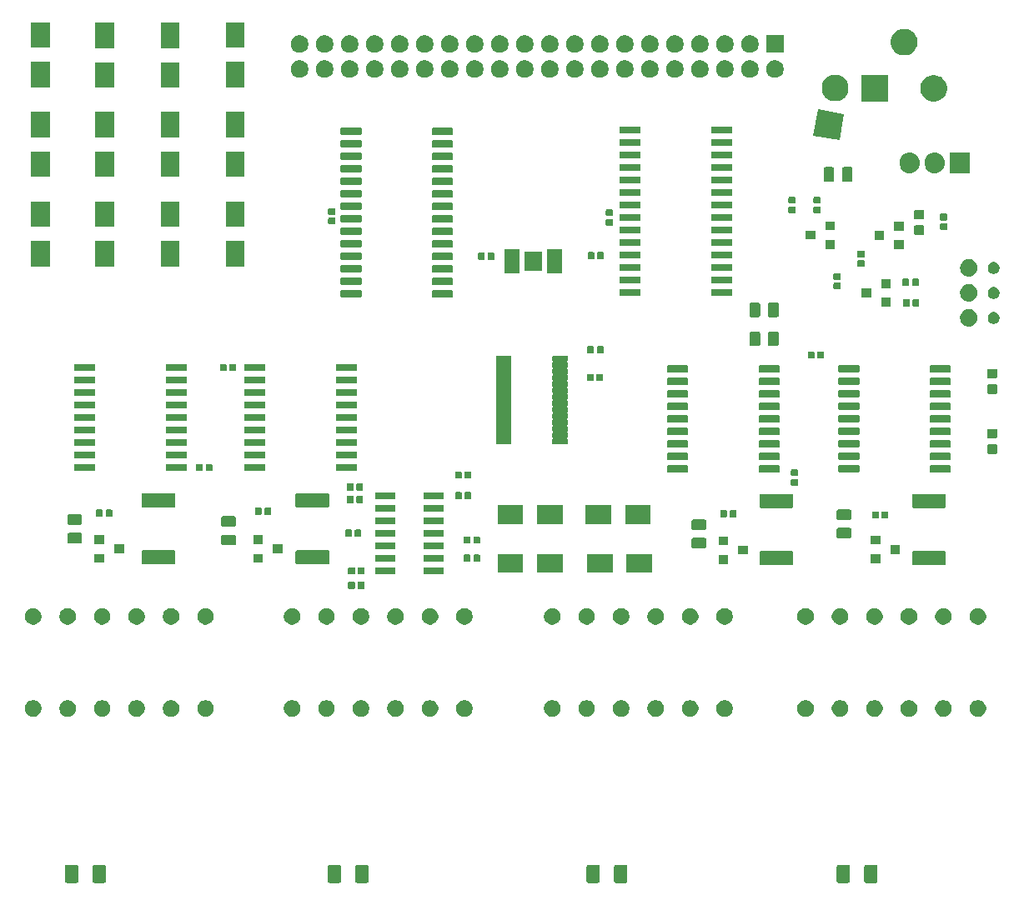
<source format=gbr>
G04 #@! TF.GenerationSoftware,KiCad,Pcbnew,5.1.5*
G04 #@! TF.CreationDate,2020-05-28T19:32:10-04:00*
G04 #@! TF.ProjectId,EVE-PCB-V4,4556452d-5043-4422-9d56-342e6b696361,rev?*
G04 #@! TF.SameCoordinates,Original*
G04 #@! TF.FileFunction,Soldermask,Top*
G04 #@! TF.FilePolarity,Negative*
%FSLAX46Y46*%
G04 Gerber Fmt 4.6, Leading zero omitted, Abs format (unit mm)*
G04 Created by KiCad (PCBNEW 5.1.5) date 2020-05-28 19:32:10*
%MOMM*%
%LPD*%
G04 APERTURE LIST*
%ADD10C,0.100000*%
G04 APERTURE END LIST*
D10*
G36*
X176670604Y-120998347D02*
G01*
X176707144Y-121009432D01*
X176740821Y-121027433D01*
X176770341Y-121051659D01*
X176794567Y-121081179D01*
X176812568Y-121114856D01*
X176823653Y-121151396D01*
X176828000Y-121195538D01*
X176828000Y-122644462D01*
X176823653Y-122688604D01*
X176812568Y-122725144D01*
X176794567Y-122758821D01*
X176770341Y-122788341D01*
X176740821Y-122812567D01*
X176707144Y-122830568D01*
X176670604Y-122841653D01*
X176626462Y-122846000D01*
X175677538Y-122846000D01*
X175633396Y-122841653D01*
X175596856Y-122830568D01*
X175563179Y-122812567D01*
X175533659Y-122788341D01*
X175509433Y-122758821D01*
X175491432Y-122725144D01*
X175480347Y-122688604D01*
X175476000Y-122644462D01*
X175476000Y-121195538D01*
X175480347Y-121151396D01*
X175491432Y-121114856D01*
X175509433Y-121081179D01*
X175533659Y-121051659D01*
X175563179Y-121027433D01*
X175596856Y-121009432D01*
X175633396Y-120998347D01*
X175677538Y-120994000D01*
X176626462Y-120994000D01*
X176670604Y-120998347D01*
G37*
G36*
X173870604Y-120998347D02*
G01*
X173907144Y-121009432D01*
X173940821Y-121027433D01*
X173970341Y-121051659D01*
X173994567Y-121081179D01*
X174012568Y-121114856D01*
X174023653Y-121151396D01*
X174028000Y-121195538D01*
X174028000Y-122644462D01*
X174023653Y-122688604D01*
X174012568Y-122725144D01*
X173994567Y-122758821D01*
X173970341Y-122788341D01*
X173940821Y-122812567D01*
X173907144Y-122830568D01*
X173870604Y-122841653D01*
X173826462Y-122846000D01*
X172877538Y-122846000D01*
X172833396Y-122841653D01*
X172796856Y-122830568D01*
X172763179Y-122812567D01*
X172733659Y-122788341D01*
X172709433Y-122758821D01*
X172691432Y-122725144D01*
X172680347Y-122688604D01*
X172676000Y-122644462D01*
X172676000Y-121195538D01*
X172680347Y-121151396D01*
X172691432Y-121114856D01*
X172709433Y-121081179D01*
X172733659Y-121051659D01*
X172763179Y-121027433D01*
X172796856Y-121009432D01*
X172833396Y-120998347D01*
X172877538Y-120994000D01*
X173826462Y-120994000D01*
X173870604Y-120998347D01*
G37*
G36*
X98308604Y-120998347D02*
G01*
X98345144Y-121009432D01*
X98378821Y-121027433D01*
X98408341Y-121051659D01*
X98432567Y-121081179D01*
X98450568Y-121114856D01*
X98461653Y-121151396D01*
X98466000Y-121195538D01*
X98466000Y-122644462D01*
X98461653Y-122688604D01*
X98450568Y-122725144D01*
X98432567Y-122758821D01*
X98408341Y-122788341D01*
X98378821Y-122812567D01*
X98345144Y-122830568D01*
X98308604Y-122841653D01*
X98264462Y-122846000D01*
X97315538Y-122846000D01*
X97271396Y-122841653D01*
X97234856Y-122830568D01*
X97201179Y-122812567D01*
X97171659Y-122788341D01*
X97147433Y-122758821D01*
X97129432Y-122725144D01*
X97118347Y-122688604D01*
X97114000Y-122644462D01*
X97114000Y-121195538D01*
X97118347Y-121151396D01*
X97129432Y-121114856D01*
X97147433Y-121081179D01*
X97171659Y-121051659D01*
X97201179Y-121027433D01*
X97234856Y-121009432D01*
X97271396Y-120998347D01*
X97315538Y-120994000D01*
X98264462Y-120994000D01*
X98308604Y-120998347D01*
G37*
G36*
X95508604Y-120998347D02*
G01*
X95545144Y-121009432D01*
X95578821Y-121027433D01*
X95608341Y-121051659D01*
X95632567Y-121081179D01*
X95650568Y-121114856D01*
X95661653Y-121151396D01*
X95666000Y-121195538D01*
X95666000Y-122644462D01*
X95661653Y-122688604D01*
X95650568Y-122725144D01*
X95632567Y-122758821D01*
X95608341Y-122788341D01*
X95578821Y-122812567D01*
X95545144Y-122830568D01*
X95508604Y-122841653D01*
X95464462Y-122846000D01*
X94515538Y-122846000D01*
X94471396Y-122841653D01*
X94434856Y-122830568D01*
X94401179Y-122812567D01*
X94371659Y-122788341D01*
X94347433Y-122758821D01*
X94329432Y-122725144D01*
X94318347Y-122688604D01*
X94314000Y-122644462D01*
X94314000Y-121195538D01*
X94318347Y-121151396D01*
X94329432Y-121114856D01*
X94347433Y-121081179D01*
X94371659Y-121051659D01*
X94401179Y-121027433D01*
X94434856Y-121009432D01*
X94471396Y-120998347D01*
X94515538Y-120994000D01*
X95464462Y-120994000D01*
X95508604Y-120998347D01*
G37*
G36*
X122184604Y-120998347D02*
G01*
X122221144Y-121009432D01*
X122254821Y-121027433D01*
X122284341Y-121051659D01*
X122308567Y-121081179D01*
X122326568Y-121114856D01*
X122337653Y-121151396D01*
X122342000Y-121195538D01*
X122342000Y-122644462D01*
X122337653Y-122688604D01*
X122326568Y-122725144D01*
X122308567Y-122758821D01*
X122284341Y-122788341D01*
X122254821Y-122812567D01*
X122221144Y-122830568D01*
X122184604Y-122841653D01*
X122140462Y-122846000D01*
X121191538Y-122846000D01*
X121147396Y-122841653D01*
X121110856Y-122830568D01*
X121077179Y-122812567D01*
X121047659Y-122788341D01*
X121023433Y-122758821D01*
X121005432Y-122725144D01*
X120994347Y-122688604D01*
X120990000Y-122644462D01*
X120990000Y-121195538D01*
X120994347Y-121151396D01*
X121005432Y-121114856D01*
X121023433Y-121081179D01*
X121047659Y-121051659D01*
X121077179Y-121027433D01*
X121110856Y-121009432D01*
X121147396Y-120998347D01*
X121191538Y-120994000D01*
X122140462Y-120994000D01*
X122184604Y-120998347D01*
G37*
G36*
X151270604Y-120998347D02*
G01*
X151307144Y-121009432D01*
X151340821Y-121027433D01*
X151370341Y-121051659D01*
X151394567Y-121081179D01*
X151412568Y-121114856D01*
X151423653Y-121151396D01*
X151428000Y-121195538D01*
X151428000Y-122644462D01*
X151423653Y-122688604D01*
X151412568Y-122725144D01*
X151394567Y-122758821D01*
X151370341Y-122788341D01*
X151340821Y-122812567D01*
X151307144Y-122830568D01*
X151270604Y-122841653D01*
X151226462Y-122846000D01*
X150277538Y-122846000D01*
X150233396Y-122841653D01*
X150196856Y-122830568D01*
X150163179Y-122812567D01*
X150133659Y-122788341D01*
X150109433Y-122758821D01*
X150091432Y-122725144D01*
X150080347Y-122688604D01*
X150076000Y-122644462D01*
X150076000Y-121195538D01*
X150080347Y-121151396D01*
X150091432Y-121114856D01*
X150109433Y-121081179D01*
X150133659Y-121051659D01*
X150163179Y-121027433D01*
X150196856Y-121009432D01*
X150233396Y-120998347D01*
X150277538Y-120994000D01*
X151226462Y-120994000D01*
X151270604Y-120998347D01*
G37*
G36*
X124984604Y-120998347D02*
G01*
X125021144Y-121009432D01*
X125054821Y-121027433D01*
X125084341Y-121051659D01*
X125108567Y-121081179D01*
X125126568Y-121114856D01*
X125137653Y-121151396D01*
X125142000Y-121195538D01*
X125142000Y-122644462D01*
X125137653Y-122688604D01*
X125126568Y-122725144D01*
X125108567Y-122758821D01*
X125084341Y-122788341D01*
X125054821Y-122812567D01*
X125021144Y-122830568D01*
X124984604Y-122841653D01*
X124940462Y-122846000D01*
X123991538Y-122846000D01*
X123947396Y-122841653D01*
X123910856Y-122830568D01*
X123877179Y-122812567D01*
X123847659Y-122788341D01*
X123823433Y-122758821D01*
X123805432Y-122725144D01*
X123794347Y-122688604D01*
X123790000Y-122644462D01*
X123790000Y-121195538D01*
X123794347Y-121151396D01*
X123805432Y-121114856D01*
X123823433Y-121081179D01*
X123847659Y-121051659D01*
X123877179Y-121027433D01*
X123910856Y-121009432D01*
X123947396Y-120998347D01*
X123991538Y-120994000D01*
X124940462Y-120994000D01*
X124984604Y-120998347D01*
G37*
G36*
X148470604Y-120998347D02*
G01*
X148507144Y-121009432D01*
X148540821Y-121027433D01*
X148570341Y-121051659D01*
X148594567Y-121081179D01*
X148612568Y-121114856D01*
X148623653Y-121151396D01*
X148628000Y-121195538D01*
X148628000Y-122644462D01*
X148623653Y-122688604D01*
X148612568Y-122725144D01*
X148594567Y-122758821D01*
X148570341Y-122788341D01*
X148540821Y-122812567D01*
X148507144Y-122830568D01*
X148470604Y-122841653D01*
X148426462Y-122846000D01*
X147477538Y-122846000D01*
X147433396Y-122841653D01*
X147396856Y-122830568D01*
X147363179Y-122812567D01*
X147333659Y-122788341D01*
X147309433Y-122758821D01*
X147291432Y-122725144D01*
X147280347Y-122688604D01*
X147276000Y-122644462D01*
X147276000Y-121195538D01*
X147280347Y-121151396D01*
X147291432Y-121114856D01*
X147309433Y-121081179D01*
X147333659Y-121051659D01*
X147363179Y-121027433D01*
X147396856Y-121009432D01*
X147433396Y-120998347D01*
X147477538Y-120994000D01*
X148426462Y-120994000D01*
X148470604Y-120998347D01*
G37*
G36*
X161541927Y-104303723D02*
G01*
X161694524Y-104366930D01*
X161831858Y-104458694D01*
X161948652Y-104575488D01*
X162040416Y-104712822D01*
X162103623Y-104865419D01*
X162135846Y-105027414D01*
X162135846Y-105192586D01*
X162103623Y-105354581D01*
X162040416Y-105507178D01*
X161948652Y-105644512D01*
X161831858Y-105761306D01*
X161694524Y-105853070D01*
X161541927Y-105916277D01*
X161379932Y-105948500D01*
X161214760Y-105948500D01*
X161052765Y-105916277D01*
X160900168Y-105853070D01*
X160762834Y-105761306D01*
X160646040Y-105644512D01*
X160554276Y-105507178D01*
X160491069Y-105354581D01*
X160458846Y-105192586D01*
X160458846Y-105027414D01*
X160491069Y-104865419D01*
X160554276Y-104712822D01*
X160646040Y-104575488D01*
X160762834Y-104458694D01*
X160900168Y-104366930D01*
X161052765Y-104303723D01*
X161214760Y-104271500D01*
X161379932Y-104271500D01*
X161541927Y-104303723D01*
G37*
G36*
X131625927Y-104303723D02*
G01*
X131778524Y-104366930D01*
X131915858Y-104458694D01*
X132032652Y-104575488D01*
X132124416Y-104712822D01*
X132187623Y-104865419D01*
X132219846Y-105027414D01*
X132219846Y-105192586D01*
X132187623Y-105354581D01*
X132124416Y-105507178D01*
X132032652Y-105644512D01*
X131915858Y-105761306D01*
X131778524Y-105853070D01*
X131625927Y-105916277D01*
X131463932Y-105948500D01*
X131298760Y-105948500D01*
X131136765Y-105916277D01*
X130984168Y-105853070D01*
X130846834Y-105761306D01*
X130730040Y-105644512D01*
X130638276Y-105507178D01*
X130575069Y-105354581D01*
X130542846Y-105192586D01*
X130542846Y-105027414D01*
X130575069Y-104865419D01*
X130638276Y-104712822D01*
X130730040Y-104575488D01*
X130846834Y-104458694D01*
X130984168Y-104366930D01*
X131136765Y-104303723D01*
X131298760Y-104271500D01*
X131463932Y-104271500D01*
X131625927Y-104303723D01*
G37*
G36*
X128125927Y-104303723D02*
G01*
X128278524Y-104366930D01*
X128415858Y-104458694D01*
X128532652Y-104575488D01*
X128624416Y-104712822D01*
X128687623Y-104865419D01*
X128719846Y-105027414D01*
X128719846Y-105192586D01*
X128687623Y-105354581D01*
X128624416Y-105507178D01*
X128532652Y-105644512D01*
X128415858Y-105761306D01*
X128278524Y-105853070D01*
X128125927Y-105916277D01*
X127963932Y-105948500D01*
X127798760Y-105948500D01*
X127636765Y-105916277D01*
X127484168Y-105853070D01*
X127346834Y-105761306D01*
X127230040Y-105644512D01*
X127138276Y-105507178D01*
X127075069Y-105354581D01*
X127042846Y-105192586D01*
X127042846Y-105027414D01*
X127075069Y-104865419D01*
X127138276Y-104712822D01*
X127230040Y-104575488D01*
X127346834Y-104458694D01*
X127484168Y-104366930D01*
X127636765Y-104303723D01*
X127798760Y-104271500D01*
X127963932Y-104271500D01*
X128125927Y-104303723D01*
G37*
G36*
X124625927Y-104303723D02*
G01*
X124778524Y-104366930D01*
X124915858Y-104458694D01*
X125032652Y-104575488D01*
X125124416Y-104712822D01*
X125187623Y-104865419D01*
X125219846Y-105027414D01*
X125219846Y-105192586D01*
X125187623Y-105354581D01*
X125124416Y-105507178D01*
X125032652Y-105644512D01*
X124915858Y-105761306D01*
X124778524Y-105853070D01*
X124625927Y-105916277D01*
X124463932Y-105948500D01*
X124298760Y-105948500D01*
X124136765Y-105916277D01*
X123984168Y-105853070D01*
X123846834Y-105761306D01*
X123730040Y-105644512D01*
X123638276Y-105507178D01*
X123575069Y-105354581D01*
X123542846Y-105192586D01*
X123542846Y-105027414D01*
X123575069Y-104865419D01*
X123638276Y-104712822D01*
X123730040Y-104575488D01*
X123846834Y-104458694D01*
X123984168Y-104366930D01*
X124136765Y-104303723D01*
X124298760Y-104271500D01*
X124463932Y-104271500D01*
X124625927Y-104303723D01*
G37*
G36*
X121125927Y-104303723D02*
G01*
X121278524Y-104366930D01*
X121415858Y-104458694D01*
X121532652Y-104575488D01*
X121624416Y-104712822D01*
X121687623Y-104865419D01*
X121719846Y-105027414D01*
X121719846Y-105192586D01*
X121687623Y-105354581D01*
X121624416Y-105507178D01*
X121532652Y-105644512D01*
X121415858Y-105761306D01*
X121278524Y-105853070D01*
X121125927Y-105916277D01*
X120963932Y-105948500D01*
X120798760Y-105948500D01*
X120636765Y-105916277D01*
X120484168Y-105853070D01*
X120346834Y-105761306D01*
X120230040Y-105644512D01*
X120138276Y-105507178D01*
X120075069Y-105354581D01*
X120042846Y-105192586D01*
X120042846Y-105027414D01*
X120075069Y-104865419D01*
X120138276Y-104712822D01*
X120230040Y-104575488D01*
X120346834Y-104458694D01*
X120484168Y-104366930D01*
X120636765Y-104303723D01*
X120798760Y-104271500D01*
X120963932Y-104271500D01*
X121125927Y-104303723D01*
G37*
G36*
X117625927Y-104303723D02*
G01*
X117778524Y-104366930D01*
X117915858Y-104458694D01*
X118032652Y-104575488D01*
X118124416Y-104712822D01*
X118187623Y-104865419D01*
X118219846Y-105027414D01*
X118219846Y-105192586D01*
X118187623Y-105354581D01*
X118124416Y-105507178D01*
X118032652Y-105644512D01*
X117915858Y-105761306D01*
X117778524Y-105853070D01*
X117625927Y-105916277D01*
X117463932Y-105948500D01*
X117298760Y-105948500D01*
X117136765Y-105916277D01*
X116984168Y-105853070D01*
X116846834Y-105761306D01*
X116730040Y-105644512D01*
X116638276Y-105507178D01*
X116575069Y-105354581D01*
X116542846Y-105192586D01*
X116542846Y-105027414D01*
X116575069Y-104865419D01*
X116638276Y-104712822D01*
X116730040Y-104575488D01*
X116846834Y-104458694D01*
X116984168Y-104366930D01*
X117136765Y-104303723D01*
X117298760Y-104271500D01*
X117463932Y-104271500D01*
X117625927Y-104303723D01*
G37*
G36*
X135125927Y-104303723D02*
G01*
X135278524Y-104366930D01*
X135415858Y-104458694D01*
X135532652Y-104575488D01*
X135624416Y-104712822D01*
X135687623Y-104865419D01*
X135719846Y-105027414D01*
X135719846Y-105192586D01*
X135687623Y-105354581D01*
X135624416Y-105507178D01*
X135532652Y-105644512D01*
X135415858Y-105761306D01*
X135278524Y-105853070D01*
X135125927Y-105916277D01*
X134963932Y-105948500D01*
X134798760Y-105948500D01*
X134636765Y-105916277D01*
X134484168Y-105853070D01*
X134346834Y-105761306D01*
X134230040Y-105644512D01*
X134138276Y-105507178D01*
X134075069Y-105354581D01*
X134042846Y-105192586D01*
X134042846Y-105027414D01*
X134075069Y-104865419D01*
X134138276Y-104712822D01*
X134230040Y-104575488D01*
X134346834Y-104458694D01*
X134484168Y-104366930D01*
X134636765Y-104303723D01*
X134798760Y-104271500D01*
X134963932Y-104271500D01*
X135125927Y-104303723D01*
G37*
G36*
X144041927Y-104303723D02*
G01*
X144194524Y-104366930D01*
X144331858Y-104458694D01*
X144448652Y-104575488D01*
X144540416Y-104712822D01*
X144603623Y-104865419D01*
X144635846Y-105027414D01*
X144635846Y-105192586D01*
X144603623Y-105354581D01*
X144540416Y-105507178D01*
X144448652Y-105644512D01*
X144331858Y-105761306D01*
X144194524Y-105853070D01*
X144041927Y-105916277D01*
X143879932Y-105948500D01*
X143714760Y-105948500D01*
X143552765Y-105916277D01*
X143400168Y-105853070D01*
X143262834Y-105761306D01*
X143146040Y-105644512D01*
X143054276Y-105507178D01*
X142991069Y-105354581D01*
X142958846Y-105192586D01*
X142958846Y-105027414D01*
X142991069Y-104865419D01*
X143054276Y-104712822D01*
X143146040Y-104575488D01*
X143262834Y-104458694D01*
X143400168Y-104366930D01*
X143552765Y-104303723D01*
X143714760Y-104271500D01*
X143879932Y-104271500D01*
X144041927Y-104303723D01*
G37*
G36*
X101836927Y-104303723D02*
G01*
X101989524Y-104366930D01*
X102126858Y-104458694D01*
X102243652Y-104575488D01*
X102335416Y-104712822D01*
X102398623Y-104865419D01*
X102430846Y-105027414D01*
X102430846Y-105192586D01*
X102398623Y-105354581D01*
X102335416Y-105507178D01*
X102243652Y-105644512D01*
X102126858Y-105761306D01*
X101989524Y-105853070D01*
X101836927Y-105916277D01*
X101674932Y-105948500D01*
X101509760Y-105948500D01*
X101347765Y-105916277D01*
X101195168Y-105853070D01*
X101057834Y-105761306D01*
X100941040Y-105644512D01*
X100849276Y-105507178D01*
X100786069Y-105354581D01*
X100753846Y-105192586D01*
X100753846Y-105027414D01*
X100786069Y-104865419D01*
X100849276Y-104712822D01*
X100941040Y-104575488D01*
X101057834Y-104458694D01*
X101195168Y-104366930D01*
X101347765Y-104303723D01*
X101509760Y-104271500D01*
X101674932Y-104271500D01*
X101836927Y-104303723D01*
G37*
G36*
X151041927Y-104303723D02*
G01*
X151194524Y-104366930D01*
X151331858Y-104458694D01*
X151448652Y-104575488D01*
X151540416Y-104712822D01*
X151603623Y-104865419D01*
X151635846Y-105027414D01*
X151635846Y-105192586D01*
X151603623Y-105354581D01*
X151540416Y-105507178D01*
X151448652Y-105644512D01*
X151331858Y-105761306D01*
X151194524Y-105853070D01*
X151041927Y-105916277D01*
X150879932Y-105948500D01*
X150714760Y-105948500D01*
X150552765Y-105916277D01*
X150400168Y-105853070D01*
X150262834Y-105761306D01*
X150146040Y-105644512D01*
X150054276Y-105507178D01*
X149991069Y-105354581D01*
X149958846Y-105192586D01*
X149958846Y-105027414D01*
X149991069Y-104865419D01*
X150054276Y-104712822D01*
X150146040Y-104575488D01*
X150262834Y-104458694D01*
X150400168Y-104366930D01*
X150552765Y-104303723D01*
X150714760Y-104271500D01*
X150879932Y-104271500D01*
X151041927Y-104303723D01*
G37*
G36*
X154541927Y-104303723D02*
G01*
X154694524Y-104366930D01*
X154831858Y-104458694D01*
X154948652Y-104575488D01*
X155040416Y-104712822D01*
X155103623Y-104865419D01*
X155135846Y-105027414D01*
X155135846Y-105192586D01*
X155103623Y-105354581D01*
X155040416Y-105507178D01*
X154948652Y-105644512D01*
X154831858Y-105761306D01*
X154694524Y-105853070D01*
X154541927Y-105916277D01*
X154379932Y-105948500D01*
X154214760Y-105948500D01*
X154052765Y-105916277D01*
X153900168Y-105853070D01*
X153762834Y-105761306D01*
X153646040Y-105644512D01*
X153554276Y-105507178D01*
X153491069Y-105354581D01*
X153458846Y-105192586D01*
X153458846Y-105027414D01*
X153491069Y-104865419D01*
X153554276Y-104712822D01*
X153646040Y-104575488D01*
X153762834Y-104458694D01*
X153900168Y-104366930D01*
X154052765Y-104303723D01*
X154214760Y-104271500D01*
X154379932Y-104271500D01*
X154541927Y-104303723D01*
G37*
G36*
X158041927Y-104303723D02*
G01*
X158194524Y-104366930D01*
X158331858Y-104458694D01*
X158448652Y-104575488D01*
X158540416Y-104712822D01*
X158603623Y-104865419D01*
X158635846Y-105027414D01*
X158635846Y-105192586D01*
X158603623Y-105354581D01*
X158540416Y-105507178D01*
X158448652Y-105644512D01*
X158331858Y-105761306D01*
X158194524Y-105853070D01*
X158041927Y-105916277D01*
X157879932Y-105948500D01*
X157714760Y-105948500D01*
X157552765Y-105916277D01*
X157400168Y-105853070D01*
X157262834Y-105761306D01*
X157146040Y-105644512D01*
X157054276Y-105507178D01*
X156991069Y-105354581D01*
X156958846Y-105192586D01*
X156958846Y-105027414D01*
X156991069Y-104865419D01*
X157054276Y-104712822D01*
X157146040Y-104575488D01*
X157262834Y-104458694D01*
X157400168Y-104366930D01*
X157552765Y-104303723D01*
X157714760Y-104271500D01*
X157879932Y-104271500D01*
X158041927Y-104303723D01*
G37*
G36*
X105336927Y-104303723D02*
G01*
X105489524Y-104366930D01*
X105626858Y-104458694D01*
X105743652Y-104575488D01*
X105835416Y-104712822D01*
X105898623Y-104865419D01*
X105930846Y-105027414D01*
X105930846Y-105192586D01*
X105898623Y-105354581D01*
X105835416Y-105507178D01*
X105743652Y-105644512D01*
X105626858Y-105761306D01*
X105489524Y-105853070D01*
X105336927Y-105916277D01*
X105174932Y-105948500D01*
X105009760Y-105948500D01*
X104847765Y-105916277D01*
X104695168Y-105853070D01*
X104557834Y-105761306D01*
X104441040Y-105644512D01*
X104349276Y-105507178D01*
X104286069Y-105354581D01*
X104253846Y-105192586D01*
X104253846Y-105027414D01*
X104286069Y-104865419D01*
X104349276Y-104712822D01*
X104441040Y-104575488D01*
X104557834Y-104458694D01*
X104695168Y-104366930D01*
X104847765Y-104303723D01*
X105009760Y-104271500D01*
X105174932Y-104271500D01*
X105336927Y-104303723D01*
G37*
G36*
X108836927Y-104303723D02*
G01*
X108989524Y-104366930D01*
X109126858Y-104458694D01*
X109243652Y-104575488D01*
X109335416Y-104712822D01*
X109398623Y-104865419D01*
X109430846Y-105027414D01*
X109430846Y-105192586D01*
X109398623Y-105354581D01*
X109335416Y-105507178D01*
X109243652Y-105644512D01*
X109126858Y-105761306D01*
X108989524Y-105853070D01*
X108836927Y-105916277D01*
X108674932Y-105948500D01*
X108509760Y-105948500D01*
X108347765Y-105916277D01*
X108195168Y-105853070D01*
X108057834Y-105761306D01*
X107941040Y-105644512D01*
X107849276Y-105507178D01*
X107786069Y-105354581D01*
X107753846Y-105192586D01*
X107753846Y-105027414D01*
X107786069Y-104865419D01*
X107849276Y-104712822D01*
X107941040Y-104575488D01*
X108057834Y-104458694D01*
X108195168Y-104366930D01*
X108347765Y-104303723D01*
X108509760Y-104271500D01*
X108674932Y-104271500D01*
X108836927Y-104303723D01*
G37*
G36*
X147541927Y-104303723D02*
G01*
X147694524Y-104366930D01*
X147831858Y-104458694D01*
X147948652Y-104575488D01*
X148040416Y-104712822D01*
X148103623Y-104865419D01*
X148135846Y-105027414D01*
X148135846Y-105192586D01*
X148103623Y-105354581D01*
X148040416Y-105507178D01*
X147948652Y-105644512D01*
X147831858Y-105761306D01*
X147694524Y-105853070D01*
X147541927Y-105916277D01*
X147379932Y-105948500D01*
X147214760Y-105948500D01*
X147052765Y-105916277D01*
X146900168Y-105853070D01*
X146762834Y-105761306D01*
X146646040Y-105644512D01*
X146554276Y-105507178D01*
X146491069Y-105354581D01*
X146458846Y-105192586D01*
X146458846Y-105027414D01*
X146491069Y-104865419D01*
X146554276Y-104712822D01*
X146646040Y-104575488D01*
X146762834Y-104458694D01*
X146900168Y-104366930D01*
X147052765Y-104303723D01*
X147214760Y-104271500D01*
X147379932Y-104271500D01*
X147541927Y-104303723D01*
G37*
G36*
X169759427Y-104303723D02*
G01*
X169912024Y-104366930D01*
X170049358Y-104458694D01*
X170166152Y-104575488D01*
X170257916Y-104712822D01*
X170321123Y-104865419D01*
X170353346Y-105027414D01*
X170353346Y-105192586D01*
X170321123Y-105354581D01*
X170257916Y-105507178D01*
X170166152Y-105644512D01*
X170049358Y-105761306D01*
X169912024Y-105853070D01*
X169759427Y-105916277D01*
X169597432Y-105948500D01*
X169432260Y-105948500D01*
X169270265Y-105916277D01*
X169117668Y-105853070D01*
X168980334Y-105761306D01*
X168863540Y-105644512D01*
X168771776Y-105507178D01*
X168708569Y-105354581D01*
X168676346Y-105192586D01*
X168676346Y-105027414D01*
X168708569Y-104865419D01*
X168771776Y-104712822D01*
X168863540Y-104575488D01*
X168980334Y-104458694D01*
X169117668Y-104366930D01*
X169270265Y-104303723D01*
X169432260Y-104271500D01*
X169597432Y-104271500D01*
X169759427Y-104303723D01*
G37*
G36*
X173259427Y-104303723D02*
G01*
X173412024Y-104366930D01*
X173549358Y-104458694D01*
X173666152Y-104575488D01*
X173757916Y-104712822D01*
X173821123Y-104865419D01*
X173853346Y-105027414D01*
X173853346Y-105192586D01*
X173821123Y-105354581D01*
X173757916Y-105507178D01*
X173666152Y-105644512D01*
X173549358Y-105761306D01*
X173412024Y-105853070D01*
X173259427Y-105916277D01*
X173097432Y-105948500D01*
X172932260Y-105948500D01*
X172770265Y-105916277D01*
X172617668Y-105853070D01*
X172480334Y-105761306D01*
X172363540Y-105644512D01*
X172271776Y-105507178D01*
X172208569Y-105354581D01*
X172176346Y-105192586D01*
X172176346Y-105027414D01*
X172208569Y-104865419D01*
X172271776Y-104712822D01*
X172363540Y-104575488D01*
X172480334Y-104458694D01*
X172617668Y-104366930D01*
X172770265Y-104303723D01*
X172932260Y-104271500D01*
X173097432Y-104271500D01*
X173259427Y-104303723D01*
G37*
G36*
X180259427Y-104303723D02*
G01*
X180412024Y-104366930D01*
X180549358Y-104458694D01*
X180666152Y-104575488D01*
X180757916Y-104712822D01*
X180821123Y-104865419D01*
X180853346Y-105027414D01*
X180853346Y-105192586D01*
X180821123Y-105354581D01*
X180757916Y-105507178D01*
X180666152Y-105644512D01*
X180549358Y-105761306D01*
X180412024Y-105853070D01*
X180259427Y-105916277D01*
X180097432Y-105948500D01*
X179932260Y-105948500D01*
X179770265Y-105916277D01*
X179617668Y-105853070D01*
X179480334Y-105761306D01*
X179363540Y-105644512D01*
X179271776Y-105507178D01*
X179208569Y-105354581D01*
X179176346Y-105192586D01*
X179176346Y-105027414D01*
X179208569Y-104865419D01*
X179271776Y-104712822D01*
X179363540Y-104575488D01*
X179480334Y-104458694D01*
X179617668Y-104366930D01*
X179770265Y-104303723D01*
X179932260Y-104271500D01*
X180097432Y-104271500D01*
X180259427Y-104303723D01*
G37*
G36*
X176759427Y-104303723D02*
G01*
X176912024Y-104366930D01*
X177049358Y-104458694D01*
X177166152Y-104575488D01*
X177257916Y-104712822D01*
X177321123Y-104865419D01*
X177353346Y-105027414D01*
X177353346Y-105192586D01*
X177321123Y-105354581D01*
X177257916Y-105507178D01*
X177166152Y-105644512D01*
X177049358Y-105761306D01*
X176912024Y-105853070D01*
X176759427Y-105916277D01*
X176597432Y-105948500D01*
X176432260Y-105948500D01*
X176270265Y-105916277D01*
X176117668Y-105853070D01*
X175980334Y-105761306D01*
X175863540Y-105644512D01*
X175771776Y-105507178D01*
X175708569Y-105354581D01*
X175676346Y-105192586D01*
X175676346Y-105027414D01*
X175708569Y-104865419D01*
X175771776Y-104712822D01*
X175863540Y-104575488D01*
X175980334Y-104458694D01*
X176117668Y-104366930D01*
X176270265Y-104303723D01*
X176432260Y-104271500D01*
X176597432Y-104271500D01*
X176759427Y-104303723D01*
G37*
G36*
X183759427Y-104303723D02*
G01*
X183912024Y-104366930D01*
X184049358Y-104458694D01*
X184166152Y-104575488D01*
X184257916Y-104712822D01*
X184321123Y-104865419D01*
X184353346Y-105027414D01*
X184353346Y-105192586D01*
X184321123Y-105354581D01*
X184257916Y-105507178D01*
X184166152Y-105644512D01*
X184049358Y-105761306D01*
X183912024Y-105853070D01*
X183759427Y-105916277D01*
X183597432Y-105948500D01*
X183432260Y-105948500D01*
X183270265Y-105916277D01*
X183117668Y-105853070D01*
X182980334Y-105761306D01*
X182863540Y-105644512D01*
X182771776Y-105507178D01*
X182708569Y-105354581D01*
X182676346Y-105192586D01*
X182676346Y-105027414D01*
X182708569Y-104865419D01*
X182771776Y-104712822D01*
X182863540Y-104575488D01*
X182980334Y-104458694D01*
X183117668Y-104366930D01*
X183270265Y-104303723D01*
X183432260Y-104271500D01*
X183597432Y-104271500D01*
X183759427Y-104303723D01*
G37*
G36*
X187259427Y-104303723D02*
G01*
X187412024Y-104366930D01*
X187549358Y-104458694D01*
X187666152Y-104575488D01*
X187757916Y-104712822D01*
X187821123Y-104865419D01*
X187853346Y-105027414D01*
X187853346Y-105192586D01*
X187821123Y-105354581D01*
X187757916Y-105507178D01*
X187666152Y-105644512D01*
X187549358Y-105761306D01*
X187412024Y-105853070D01*
X187259427Y-105916277D01*
X187097432Y-105948500D01*
X186932260Y-105948500D01*
X186770265Y-105916277D01*
X186617668Y-105853070D01*
X186480334Y-105761306D01*
X186363540Y-105644512D01*
X186271776Y-105507178D01*
X186208569Y-105354581D01*
X186176346Y-105192586D01*
X186176346Y-105027414D01*
X186208569Y-104865419D01*
X186271776Y-104712822D01*
X186363540Y-104575488D01*
X186480334Y-104458694D01*
X186617668Y-104366930D01*
X186770265Y-104303723D01*
X186932260Y-104271500D01*
X187097432Y-104271500D01*
X187259427Y-104303723D01*
G37*
G36*
X91336927Y-104303723D02*
G01*
X91489524Y-104366930D01*
X91626858Y-104458694D01*
X91743652Y-104575488D01*
X91835416Y-104712822D01*
X91898623Y-104865419D01*
X91930846Y-105027414D01*
X91930846Y-105192586D01*
X91898623Y-105354581D01*
X91835416Y-105507178D01*
X91743652Y-105644512D01*
X91626858Y-105761306D01*
X91489524Y-105853070D01*
X91336927Y-105916277D01*
X91174932Y-105948500D01*
X91009760Y-105948500D01*
X90847765Y-105916277D01*
X90695168Y-105853070D01*
X90557834Y-105761306D01*
X90441040Y-105644512D01*
X90349276Y-105507178D01*
X90286069Y-105354581D01*
X90253846Y-105192586D01*
X90253846Y-105027414D01*
X90286069Y-104865419D01*
X90349276Y-104712822D01*
X90441040Y-104575488D01*
X90557834Y-104458694D01*
X90695168Y-104366930D01*
X90847765Y-104303723D01*
X91009760Y-104271500D01*
X91174932Y-104271500D01*
X91336927Y-104303723D01*
G37*
G36*
X94836927Y-104303723D02*
G01*
X94989524Y-104366930D01*
X95126858Y-104458694D01*
X95243652Y-104575488D01*
X95335416Y-104712822D01*
X95398623Y-104865419D01*
X95430846Y-105027414D01*
X95430846Y-105192586D01*
X95398623Y-105354581D01*
X95335416Y-105507178D01*
X95243652Y-105644512D01*
X95126858Y-105761306D01*
X94989524Y-105853070D01*
X94836927Y-105916277D01*
X94674932Y-105948500D01*
X94509760Y-105948500D01*
X94347765Y-105916277D01*
X94195168Y-105853070D01*
X94057834Y-105761306D01*
X93941040Y-105644512D01*
X93849276Y-105507178D01*
X93786069Y-105354581D01*
X93753846Y-105192586D01*
X93753846Y-105027414D01*
X93786069Y-104865419D01*
X93849276Y-104712822D01*
X93941040Y-104575488D01*
X94057834Y-104458694D01*
X94195168Y-104366930D01*
X94347765Y-104303723D01*
X94509760Y-104271500D01*
X94674932Y-104271500D01*
X94836927Y-104303723D01*
G37*
G36*
X98336927Y-104303723D02*
G01*
X98489524Y-104366930D01*
X98626858Y-104458694D01*
X98743652Y-104575488D01*
X98835416Y-104712822D01*
X98898623Y-104865419D01*
X98930846Y-105027414D01*
X98930846Y-105192586D01*
X98898623Y-105354581D01*
X98835416Y-105507178D01*
X98743652Y-105644512D01*
X98626858Y-105761306D01*
X98489524Y-105853070D01*
X98336927Y-105916277D01*
X98174932Y-105948500D01*
X98009760Y-105948500D01*
X97847765Y-105916277D01*
X97695168Y-105853070D01*
X97557834Y-105761306D01*
X97441040Y-105644512D01*
X97349276Y-105507178D01*
X97286069Y-105354581D01*
X97253846Y-105192586D01*
X97253846Y-105027414D01*
X97286069Y-104865419D01*
X97349276Y-104712822D01*
X97441040Y-104575488D01*
X97557834Y-104458694D01*
X97695168Y-104366930D01*
X97847765Y-104303723D01*
X98009760Y-104271500D01*
X98174932Y-104271500D01*
X98336927Y-104303723D01*
G37*
G36*
X94836927Y-94953723D02*
G01*
X94989524Y-95016930D01*
X95126858Y-95108694D01*
X95243652Y-95225488D01*
X95335416Y-95362822D01*
X95398623Y-95515419D01*
X95430846Y-95677414D01*
X95430846Y-95842586D01*
X95398623Y-96004581D01*
X95335416Y-96157178D01*
X95243652Y-96294512D01*
X95126858Y-96411306D01*
X94989524Y-96503070D01*
X94836927Y-96566277D01*
X94674932Y-96598500D01*
X94509760Y-96598500D01*
X94347765Y-96566277D01*
X94195168Y-96503070D01*
X94057834Y-96411306D01*
X93941040Y-96294512D01*
X93849276Y-96157178D01*
X93786069Y-96004581D01*
X93753846Y-95842586D01*
X93753846Y-95677414D01*
X93786069Y-95515419D01*
X93849276Y-95362822D01*
X93941040Y-95225488D01*
X94057834Y-95108694D01*
X94195168Y-95016930D01*
X94347765Y-94953723D01*
X94509760Y-94921500D01*
X94674932Y-94921500D01*
X94836927Y-94953723D01*
G37*
G36*
X105336927Y-94953723D02*
G01*
X105489524Y-95016930D01*
X105626858Y-95108694D01*
X105743652Y-95225488D01*
X105835416Y-95362822D01*
X105898623Y-95515419D01*
X105930846Y-95677414D01*
X105930846Y-95842586D01*
X105898623Y-96004581D01*
X105835416Y-96157178D01*
X105743652Y-96294512D01*
X105626858Y-96411306D01*
X105489524Y-96503070D01*
X105336927Y-96566277D01*
X105174932Y-96598500D01*
X105009760Y-96598500D01*
X104847765Y-96566277D01*
X104695168Y-96503070D01*
X104557834Y-96411306D01*
X104441040Y-96294512D01*
X104349276Y-96157178D01*
X104286069Y-96004581D01*
X104253846Y-95842586D01*
X104253846Y-95677414D01*
X104286069Y-95515419D01*
X104349276Y-95362822D01*
X104441040Y-95225488D01*
X104557834Y-95108694D01*
X104695168Y-95016930D01*
X104847765Y-94953723D01*
X105009760Y-94921500D01*
X105174932Y-94921500D01*
X105336927Y-94953723D01*
G37*
G36*
X154541927Y-94953723D02*
G01*
X154694524Y-95016930D01*
X154831858Y-95108694D01*
X154948652Y-95225488D01*
X155040416Y-95362822D01*
X155103623Y-95515419D01*
X155135846Y-95677414D01*
X155135846Y-95842586D01*
X155103623Y-96004581D01*
X155040416Y-96157178D01*
X154948652Y-96294512D01*
X154831858Y-96411306D01*
X154694524Y-96503070D01*
X154541927Y-96566277D01*
X154379932Y-96598500D01*
X154214760Y-96598500D01*
X154052765Y-96566277D01*
X153900168Y-96503070D01*
X153762834Y-96411306D01*
X153646040Y-96294512D01*
X153554276Y-96157178D01*
X153491069Y-96004581D01*
X153458846Y-95842586D01*
X153458846Y-95677414D01*
X153491069Y-95515419D01*
X153554276Y-95362822D01*
X153646040Y-95225488D01*
X153762834Y-95108694D01*
X153900168Y-95016930D01*
X154052765Y-94953723D01*
X154214760Y-94921500D01*
X154379932Y-94921500D01*
X154541927Y-94953723D01*
G37*
G36*
X98336927Y-94953723D02*
G01*
X98489524Y-95016930D01*
X98626858Y-95108694D01*
X98743652Y-95225488D01*
X98835416Y-95362822D01*
X98898623Y-95515419D01*
X98930846Y-95677414D01*
X98930846Y-95842586D01*
X98898623Y-96004581D01*
X98835416Y-96157178D01*
X98743652Y-96294512D01*
X98626858Y-96411306D01*
X98489524Y-96503070D01*
X98336927Y-96566277D01*
X98174932Y-96598500D01*
X98009760Y-96598500D01*
X97847765Y-96566277D01*
X97695168Y-96503070D01*
X97557834Y-96411306D01*
X97441040Y-96294512D01*
X97349276Y-96157178D01*
X97286069Y-96004581D01*
X97253846Y-95842586D01*
X97253846Y-95677414D01*
X97286069Y-95515419D01*
X97349276Y-95362822D01*
X97441040Y-95225488D01*
X97557834Y-95108694D01*
X97695168Y-95016930D01*
X97847765Y-94953723D01*
X98009760Y-94921500D01*
X98174932Y-94921500D01*
X98336927Y-94953723D01*
G37*
G36*
X151041927Y-94953723D02*
G01*
X151194524Y-95016930D01*
X151331858Y-95108694D01*
X151448652Y-95225488D01*
X151540416Y-95362822D01*
X151603623Y-95515419D01*
X151635846Y-95677414D01*
X151635846Y-95842586D01*
X151603623Y-96004581D01*
X151540416Y-96157178D01*
X151448652Y-96294512D01*
X151331858Y-96411306D01*
X151194524Y-96503070D01*
X151041927Y-96566277D01*
X150879932Y-96598500D01*
X150714760Y-96598500D01*
X150552765Y-96566277D01*
X150400168Y-96503070D01*
X150262834Y-96411306D01*
X150146040Y-96294512D01*
X150054276Y-96157178D01*
X149991069Y-96004581D01*
X149958846Y-95842586D01*
X149958846Y-95677414D01*
X149991069Y-95515419D01*
X150054276Y-95362822D01*
X150146040Y-95225488D01*
X150262834Y-95108694D01*
X150400168Y-95016930D01*
X150552765Y-94953723D01*
X150714760Y-94921500D01*
X150879932Y-94921500D01*
X151041927Y-94953723D01*
G37*
G36*
X101836927Y-94953723D02*
G01*
X101989524Y-95016930D01*
X102126858Y-95108694D01*
X102243652Y-95225488D01*
X102335416Y-95362822D01*
X102398623Y-95515419D01*
X102430846Y-95677414D01*
X102430846Y-95842586D01*
X102398623Y-96004581D01*
X102335416Y-96157178D01*
X102243652Y-96294512D01*
X102126858Y-96411306D01*
X101989524Y-96503070D01*
X101836927Y-96566277D01*
X101674932Y-96598500D01*
X101509760Y-96598500D01*
X101347765Y-96566277D01*
X101195168Y-96503070D01*
X101057834Y-96411306D01*
X100941040Y-96294512D01*
X100849276Y-96157178D01*
X100786069Y-96004581D01*
X100753846Y-95842586D01*
X100753846Y-95677414D01*
X100786069Y-95515419D01*
X100849276Y-95362822D01*
X100941040Y-95225488D01*
X101057834Y-95108694D01*
X101195168Y-95016930D01*
X101347765Y-94953723D01*
X101509760Y-94921500D01*
X101674932Y-94921500D01*
X101836927Y-94953723D01*
G37*
G36*
X128125927Y-94953723D02*
G01*
X128278524Y-95016930D01*
X128415858Y-95108694D01*
X128532652Y-95225488D01*
X128624416Y-95362822D01*
X128687623Y-95515419D01*
X128719846Y-95677414D01*
X128719846Y-95842586D01*
X128687623Y-96004581D01*
X128624416Y-96157178D01*
X128532652Y-96294512D01*
X128415858Y-96411306D01*
X128278524Y-96503070D01*
X128125927Y-96566277D01*
X127963932Y-96598500D01*
X127798760Y-96598500D01*
X127636765Y-96566277D01*
X127484168Y-96503070D01*
X127346834Y-96411306D01*
X127230040Y-96294512D01*
X127138276Y-96157178D01*
X127075069Y-96004581D01*
X127042846Y-95842586D01*
X127042846Y-95677414D01*
X127075069Y-95515419D01*
X127138276Y-95362822D01*
X127230040Y-95225488D01*
X127346834Y-95108694D01*
X127484168Y-95016930D01*
X127636765Y-94953723D01*
X127798760Y-94921500D01*
X127963932Y-94921500D01*
X128125927Y-94953723D01*
G37*
G36*
X124625927Y-94953723D02*
G01*
X124778524Y-95016930D01*
X124915858Y-95108694D01*
X125032652Y-95225488D01*
X125124416Y-95362822D01*
X125187623Y-95515419D01*
X125219846Y-95677414D01*
X125219846Y-95842586D01*
X125187623Y-96004581D01*
X125124416Y-96157178D01*
X125032652Y-96294512D01*
X124915858Y-96411306D01*
X124778524Y-96503070D01*
X124625927Y-96566277D01*
X124463932Y-96598500D01*
X124298760Y-96598500D01*
X124136765Y-96566277D01*
X123984168Y-96503070D01*
X123846834Y-96411306D01*
X123730040Y-96294512D01*
X123638276Y-96157178D01*
X123575069Y-96004581D01*
X123542846Y-95842586D01*
X123542846Y-95677414D01*
X123575069Y-95515419D01*
X123638276Y-95362822D01*
X123730040Y-95225488D01*
X123846834Y-95108694D01*
X123984168Y-95016930D01*
X124136765Y-94953723D01*
X124298760Y-94921500D01*
X124463932Y-94921500D01*
X124625927Y-94953723D01*
G37*
G36*
X121125927Y-94953723D02*
G01*
X121278524Y-95016930D01*
X121415858Y-95108694D01*
X121532652Y-95225488D01*
X121624416Y-95362822D01*
X121687623Y-95515419D01*
X121719846Y-95677414D01*
X121719846Y-95842586D01*
X121687623Y-96004581D01*
X121624416Y-96157178D01*
X121532652Y-96294512D01*
X121415858Y-96411306D01*
X121278524Y-96503070D01*
X121125927Y-96566277D01*
X120963932Y-96598500D01*
X120798760Y-96598500D01*
X120636765Y-96566277D01*
X120484168Y-96503070D01*
X120346834Y-96411306D01*
X120230040Y-96294512D01*
X120138276Y-96157178D01*
X120075069Y-96004581D01*
X120042846Y-95842586D01*
X120042846Y-95677414D01*
X120075069Y-95515419D01*
X120138276Y-95362822D01*
X120230040Y-95225488D01*
X120346834Y-95108694D01*
X120484168Y-95016930D01*
X120636765Y-94953723D01*
X120798760Y-94921500D01*
X120963932Y-94921500D01*
X121125927Y-94953723D01*
G37*
G36*
X117625927Y-94953723D02*
G01*
X117778524Y-95016930D01*
X117915858Y-95108694D01*
X118032652Y-95225488D01*
X118124416Y-95362822D01*
X118187623Y-95515419D01*
X118219846Y-95677414D01*
X118219846Y-95842586D01*
X118187623Y-96004581D01*
X118124416Y-96157178D01*
X118032652Y-96294512D01*
X117915858Y-96411306D01*
X117778524Y-96503070D01*
X117625927Y-96566277D01*
X117463932Y-96598500D01*
X117298760Y-96598500D01*
X117136765Y-96566277D01*
X116984168Y-96503070D01*
X116846834Y-96411306D01*
X116730040Y-96294512D01*
X116638276Y-96157178D01*
X116575069Y-96004581D01*
X116542846Y-95842586D01*
X116542846Y-95677414D01*
X116575069Y-95515419D01*
X116638276Y-95362822D01*
X116730040Y-95225488D01*
X116846834Y-95108694D01*
X116984168Y-95016930D01*
X117136765Y-94953723D01*
X117298760Y-94921500D01*
X117463932Y-94921500D01*
X117625927Y-94953723D01*
G37*
G36*
X131625927Y-94953723D02*
G01*
X131778524Y-95016930D01*
X131915858Y-95108694D01*
X132032652Y-95225488D01*
X132124416Y-95362822D01*
X132187623Y-95515419D01*
X132219846Y-95677414D01*
X132219846Y-95842586D01*
X132187623Y-96004581D01*
X132124416Y-96157178D01*
X132032652Y-96294512D01*
X131915858Y-96411306D01*
X131778524Y-96503070D01*
X131625927Y-96566277D01*
X131463932Y-96598500D01*
X131298760Y-96598500D01*
X131136765Y-96566277D01*
X130984168Y-96503070D01*
X130846834Y-96411306D01*
X130730040Y-96294512D01*
X130638276Y-96157178D01*
X130575069Y-96004581D01*
X130542846Y-95842586D01*
X130542846Y-95677414D01*
X130575069Y-95515419D01*
X130638276Y-95362822D01*
X130730040Y-95225488D01*
X130846834Y-95108694D01*
X130984168Y-95016930D01*
X131136765Y-94953723D01*
X131298760Y-94921500D01*
X131463932Y-94921500D01*
X131625927Y-94953723D01*
G37*
G36*
X135125927Y-94953723D02*
G01*
X135278524Y-95016930D01*
X135415858Y-95108694D01*
X135532652Y-95225488D01*
X135624416Y-95362822D01*
X135687623Y-95515419D01*
X135719846Y-95677414D01*
X135719846Y-95842586D01*
X135687623Y-96004581D01*
X135624416Y-96157178D01*
X135532652Y-96294512D01*
X135415858Y-96411306D01*
X135278524Y-96503070D01*
X135125927Y-96566277D01*
X134963932Y-96598500D01*
X134798760Y-96598500D01*
X134636765Y-96566277D01*
X134484168Y-96503070D01*
X134346834Y-96411306D01*
X134230040Y-96294512D01*
X134138276Y-96157178D01*
X134075069Y-96004581D01*
X134042846Y-95842586D01*
X134042846Y-95677414D01*
X134075069Y-95515419D01*
X134138276Y-95362822D01*
X134230040Y-95225488D01*
X134346834Y-95108694D01*
X134484168Y-95016930D01*
X134636765Y-94953723D01*
X134798760Y-94921500D01*
X134963932Y-94921500D01*
X135125927Y-94953723D01*
G37*
G36*
X147541927Y-94953723D02*
G01*
X147694524Y-95016930D01*
X147831858Y-95108694D01*
X147948652Y-95225488D01*
X148040416Y-95362822D01*
X148103623Y-95515419D01*
X148135846Y-95677414D01*
X148135846Y-95842586D01*
X148103623Y-96004581D01*
X148040416Y-96157178D01*
X147948652Y-96294512D01*
X147831858Y-96411306D01*
X147694524Y-96503070D01*
X147541927Y-96566277D01*
X147379932Y-96598500D01*
X147214760Y-96598500D01*
X147052765Y-96566277D01*
X146900168Y-96503070D01*
X146762834Y-96411306D01*
X146646040Y-96294512D01*
X146554276Y-96157178D01*
X146491069Y-96004581D01*
X146458846Y-95842586D01*
X146458846Y-95677414D01*
X146491069Y-95515419D01*
X146554276Y-95362822D01*
X146646040Y-95225488D01*
X146762834Y-95108694D01*
X146900168Y-95016930D01*
X147052765Y-94953723D01*
X147214760Y-94921500D01*
X147379932Y-94921500D01*
X147541927Y-94953723D01*
G37*
G36*
X158041927Y-94953723D02*
G01*
X158194524Y-95016930D01*
X158331858Y-95108694D01*
X158448652Y-95225488D01*
X158540416Y-95362822D01*
X158603623Y-95515419D01*
X158635846Y-95677414D01*
X158635846Y-95842586D01*
X158603623Y-96004581D01*
X158540416Y-96157178D01*
X158448652Y-96294512D01*
X158331858Y-96411306D01*
X158194524Y-96503070D01*
X158041927Y-96566277D01*
X157879932Y-96598500D01*
X157714760Y-96598500D01*
X157552765Y-96566277D01*
X157400168Y-96503070D01*
X157262834Y-96411306D01*
X157146040Y-96294512D01*
X157054276Y-96157178D01*
X156991069Y-96004581D01*
X156958846Y-95842586D01*
X156958846Y-95677414D01*
X156991069Y-95515419D01*
X157054276Y-95362822D01*
X157146040Y-95225488D01*
X157262834Y-95108694D01*
X157400168Y-95016930D01*
X157552765Y-94953723D01*
X157714760Y-94921500D01*
X157879932Y-94921500D01*
X158041927Y-94953723D01*
G37*
G36*
X180259427Y-94953723D02*
G01*
X180412024Y-95016930D01*
X180549358Y-95108694D01*
X180666152Y-95225488D01*
X180757916Y-95362822D01*
X180821123Y-95515419D01*
X180853346Y-95677414D01*
X180853346Y-95842586D01*
X180821123Y-96004581D01*
X180757916Y-96157178D01*
X180666152Y-96294512D01*
X180549358Y-96411306D01*
X180412024Y-96503070D01*
X180259427Y-96566277D01*
X180097432Y-96598500D01*
X179932260Y-96598500D01*
X179770265Y-96566277D01*
X179617668Y-96503070D01*
X179480334Y-96411306D01*
X179363540Y-96294512D01*
X179271776Y-96157178D01*
X179208569Y-96004581D01*
X179176346Y-95842586D01*
X179176346Y-95677414D01*
X179208569Y-95515419D01*
X179271776Y-95362822D01*
X179363540Y-95225488D01*
X179480334Y-95108694D01*
X179617668Y-95016930D01*
X179770265Y-94953723D01*
X179932260Y-94921500D01*
X180097432Y-94921500D01*
X180259427Y-94953723D01*
G37*
G36*
X173259427Y-94953723D02*
G01*
X173412024Y-95016930D01*
X173549358Y-95108694D01*
X173666152Y-95225488D01*
X173757916Y-95362822D01*
X173821123Y-95515419D01*
X173853346Y-95677414D01*
X173853346Y-95842586D01*
X173821123Y-96004581D01*
X173757916Y-96157178D01*
X173666152Y-96294512D01*
X173549358Y-96411306D01*
X173412024Y-96503070D01*
X173259427Y-96566277D01*
X173097432Y-96598500D01*
X172932260Y-96598500D01*
X172770265Y-96566277D01*
X172617668Y-96503070D01*
X172480334Y-96411306D01*
X172363540Y-96294512D01*
X172271776Y-96157178D01*
X172208569Y-96004581D01*
X172176346Y-95842586D01*
X172176346Y-95677414D01*
X172208569Y-95515419D01*
X172271776Y-95362822D01*
X172363540Y-95225488D01*
X172480334Y-95108694D01*
X172617668Y-95016930D01*
X172770265Y-94953723D01*
X172932260Y-94921500D01*
X173097432Y-94921500D01*
X173259427Y-94953723D01*
G37*
G36*
X176759427Y-94953723D02*
G01*
X176912024Y-95016930D01*
X177049358Y-95108694D01*
X177166152Y-95225488D01*
X177257916Y-95362822D01*
X177321123Y-95515419D01*
X177353346Y-95677414D01*
X177353346Y-95842586D01*
X177321123Y-96004581D01*
X177257916Y-96157178D01*
X177166152Y-96294512D01*
X177049358Y-96411306D01*
X176912024Y-96503070D01*
X176759427Y-96566277D01*
X176597432Y-96598500D01*
X176432260Y-96598500D01*
X176270265Y-96566277D01*
X176117668Y-96503070D01*
X175980334Y-96411306D01*
X175863540Y-96294512D01*
X175771776Y-96157178D01*
X175708569Y-96004581D01*
X175676346Y-95842586D01*
X175676346Y-95677414D01*
X175708569Y-95515419D01*
X175771776Y-95362822D01*
X175863540Y-95225488D01*
X175980334Y-95108694D01*
X176117668Y-95016930D01*
X176270265Y-94953723D01*
X176432260Y-94921500D01*
X176597432Y-94921500D01*
X176759427Y-94953723D01*
G37*
G36*
X144041927Y-94953723D02*
G01*
X144194524Y-95016930D01*
X144331858Y-95108694D01*
X144448652Y-95225488D01*
X144540416Y-95362822D01*
X144603623Y-95515419D01*
X144635846Y-95677414D01*
X144635846Y-95842586D01*
X144603623Y-96004581D01*
X144540416Y-96157178D01*
X144448652Y-96294512D01*
X144331858Y-96411306D01*
X144194524Y-96503070D01*
X144041927Y-96566277D01*
X143879932Y-96598500D01*
X143714760Y-96598500D01*
X143552765Y-96566277D01*
X143400168Y-96503070D01*
X143262834Y-96411306D01*
X143146040Y-96294512D01*
X143054276Y-96157178D01*
X142991069Y-96004581D01*
X142958846Y-95842586D01*
X142958846Y-95677414D01*
X142991069Y-95515419D01*
X143054276Y-95362822D01*
X143146040Y-95225488D01*
X143262834Y-95108694D01*
X143400168Y-95016930D01*
X143552765Y-94953723D01*
X143714760Y-94921500D01*
X143879932Y-94921500D01*
X144041927Y-94953723D01*
G37*
G36*
X169759427Y-94953723D02*
G01*
X169912024Y-95016930D01*
X170049358Y-95108694D01*
X170166152Y-95225488D01*
X170257916Y-95362822D01*
X170321123Y-95515419D01*
X170353346Y-95677414D01*
X170353346Y-95842586D01*
X170321123Y-96004581D01*
X170257916Y-96157178D01*
X170166152Y-96294512D01*
X170049358Y-96411306D01*
X169912024Y-96503070D01*
X169759427Y-96566277D01*
X169597432Y-96598500D01*
X169432260Y-96598500D01*
X169270265Y-96566277D01*
X169117668Y-96503070D01*
X168980334Y-96411306D01*
X168863540Y-96294512D01*
X168771776Y-96157178D01*
X168708569Y-96004581D01*
X168676346Y-95842586D01*
X168676346Y-95677414D01*
X168708569Y-95515419D01*
X168771776Y-95362822D01*
X168863540Y-95225488D01*
X168980334Y-95108694D01*
X169117668Y-95016930D01*
X169270265Y-94953723D01*
X169432260Y-94921500D01*
X169597432Y-94921500D01*
X169759427Y-94953723D01*
G37*
G36*
X187259427Y-94953723D02*
G01*
X187412024Y-95016930D01*
X187549358Y-95108694D01*
X187666152Y-95225488D01*
X187757916Y-95362822D01*
X187821123Y-95515419D01*
X187853346Y-95677414D01*
X187853346Y-95842586D01*
X187821123Y-96004581D01*
X187757916Y-96157178D01*
X187666152Y-96294512D01*
X187549358Y-96411306D01*
X187412024Y-96503070D01*
X187259427Y-96566277D01*
X187097432Y-96598500D01*
X186932260Y-96598500D01*
X186770265Y-96566277D01*
X186617668Y-96503070D01*
X186480334Y-96411306D01*
X186363540Y-96294512D01*
X186271776Y-96157178D01*
X186208569Y-96004581D01*
X186176346Y-95842586D01*
X186176346Y-95677414D01*
X186208569Y-95515419D01*
X186271776Y-95362822D01*
X186363540Y-95225488D01*
X186480334Y-95108694D01*
X186617668Y-95016930D01*
X186770265Y-94953723D01*
X186932260Y-94921500D01*
X187097432Y-94921500D01*
X187259427Y-94953723D01*
G37*
G36*
X183759427Y-94953723D02*
G01*
X183912024Y-95016930D01*
X184049358Y-95108694D01*
X184166152Y-95225488D01*
X184257916Y-95362822D01*
X184321123Y-95515419D01*
X184353346Y-95677414D01*
X184353346Y-95842586D01*
X184321123Y-96004581D01*
X184257916Y-96157178D01*
X184166152Y-96294512D01*
X184049358Y-96411306D01*
X183912024Y-96503070D01*
X183759427Y-96566277D01*
X183597432Y-96598500D01*
X183432260Y-96598500D01*
X183270265Y-96566277D01*
X183117668Y-96503070D01*
X182980334Y-96411306D01*
X182863540Y-96294512D01*
X182771776Y-96157178D01*
X182708569Y-96004581D01*
X182676346Y-95842586D01*
X182676346Y-95677414D01*
X182708569Y-95515419D01*
X182771776Y-95362822D01*
X182863540Y-95225488D01*
X182980334Y-95108694D01*
X183117668Y-95016930D01*
X183270265Y-94953723D01*
X183432260Y-94921500D01*
X183597432Y-94921500D01*
X183759427Y-94953723D01*
G37*
G36*
X161541927Y-94953723D02*
G01*
X161694524Y-95016930D01*
X161831858Y-95108694D01*
X161948652Y-95225488D01*
X162040416Y-95362822D01*
X162103623Y-95515419D01*
X162135846Y-95677414D01*
X162135846Y-95842586D01*
X162103623Y-96004581D01*
X162040416Y-96157178D01*
X161948652Y-96294512D01*
X161831858Y-96411306D01*
X161694524Y-96503070D01*
X161541927Y-96566277D01*
X161379932Y-96598500D01*
X161214760Y-96598500D01*
X161052765Y-96566277D01*
X160900168Y-96503070D01*
X160762834Y-96411306D01*
X160646040Y-96294512D01*
X160554276Y-96157178D01*
X160491069Y-96004581D01*
X160458846Y-95842586D01*
X160458846Y-95677414D01*
X160491069Y-95515419D01*
X160554276Y-95362822D01*
X160646040Y-95225488D01*
X160762834Y-95108694D01*
X160900168Y-95016930D01*
X161052765Y-94953723D01*
X161214760Y-94921500D01*
X161379932Y-94921500D01*
X161541927Y-94953723D01*
G37*
G36*
X91336927Y-94953723D02*
G01*
X91489524Y-95016930D01*
X91626858Y-95108694D01*
X91743652Y-95225488D01*
X91835416Y-95362822D01*
X91898623Y-95515419D01*
X91930846Y-95677414D01*
X91930846Y-95842586D01*
X91898623Y-96004581D01*
X91835416Y-96157178D01*
X91743652Y-96294512D01*
X91626858Y-96411306D01*
X91489524Y-96503070D01*
X91336927Y-96566277D01*
X91174932Y-96598500D01*
X91009760Y-96598500D01*
X90847765Y-96566277D01*
X90695168Y-96503070D01*
X90557834Y-96411306D01*
X90441040Y-96294512D01*
X90349276Y-96157178D01*
X90286069Y-96004581D01*
X90253846Y-95842586D01*
X90253846Y-95677414D01*
X90286069Y-95515419D01*
X90349276Y-95362822D01*
X90441040Y-95225488D01*
X90557834Y-95108694D01*
X90695168Y-95016930D01*
X90847765Y-94953723D01*
X91009760Y-94921500D01*
X91174932Y-94921500D01*
X91336927Y-94953723D01*
G37*
G36*
X108836927Y-94953723D02*
G01*
X108989524Y-95016930D01*
X109126858Y-95108694D01*
X109243652Y-95225488D01*
X109335416Y-95362822D01*
X109398623Y-95515419D01*
X109430846Y-95677414D01*
X109430846Y-95842586D01*
X109398623Y-96004581D01*
X109335416Y-96157178D01*
X109243652Y-96294512D01*
X109126858Y-96411306D01*
X108989524Y-96503070D01*
X108836927Y-96566277D01*
X108674932Y-96598500D01*
X108509760Y-96598500D01*
X108347765Y-96566277D01*
X108195168Y-96503070D01*
X108057834Y-96411306D01*
X107941040Y-96294512D01*
X107849276Y-96157178D01*
X107786069Y-96004581D01*
X107753846Y-95842586D01*
X107753846Y-95677414D01*
X107786069Y-95515419D01*
X107849276Y-95362822D01*
X107941040Y-95225488D01*
X108057834Y-95108694D01*
X108195168Y-95016930D01*
X108347765Y-94953723D01*
X108509760Y-94921500D01*
X108674932Y-94921500D01*
X108836927Y-94953723D01*
G37*
G36*
X123673138Y-92240116D02*
G01*
X123693757Y-92246371D01*
X123712753Y-92256524D01*
X123729408Y-92270192D01*
X123743076Y-92286847D01*
X123753229Y-92305843D01*
X123759484Y-92326462D01*
X123762200Y-92354040D01*
X123762200Y-92862760D01*
X123759484Y-92890338D01*
X123753229Y-92910957D01*
X123743076Y-92929953D01*
X123729408Y-92946608D01*
X123712753Y-92960276D01*
X123693757Y-92970429D01*
X123673138Y-92976684D01*
X123645560Y-92979400D01*
X123186840Y-92979400D01*
X123159262Y-92976684D01*
X123138643Y-92970429D01*
X123119647Y-92960276D01*
X123102992Y-92946608D01*
X123089324Y-92929953D01*
X123079171Y-92910957D01*
X123072916Y-92890338D01*
X123070200Y-92862760D01*
X123070200Y-92354040D01*
X123072916Y-92326462D01*
X123079171Y-92305843D01*
X123089324Y-92286847D01*
X123102992Y-92270192D01*
X123119647Y-92256524D01*
X123138643Y-92246371D01*
X123159262Y-92240116D01*
X123186840Y-92237400D01*
X123645560Y-92237400D01*
X123673138Y-92240116D01*
G37*
G36*
X124643138Y-92240116D02*
G01*
X124663757Y-92246371D01*
X124682753Y-92256524D01*
X124699408Y-92270192D01*
X124713076Y-92286847D01*
X124723229Y-92305843D01*
X124729484Y-92326462D01*
X124732200Y-92354040D01*
X124732200Y-92862760D01*
X124729484Y-92890338D01*
X124723229Y-92910957D01*
X124713076Y-92929953D01*
X124699408Y-92946608D01*
X124682753Y-92960276D01*
X124663757Y-92970429D01*
X124643138Y-92976684D01*
X124615560Y-92979400D01*
X124156840Y-92979400D01*
X124129262Y-92976684D01*
X124108643Y-92970429D01*
X124089647Y-92960276D01*
X124072992Y-92946608D01*
X124059324Y-92929953D01*
X124049171Y-92910957D01*
X124042916Y-92890338D01*
X124040200Y-92862760D01*
X124040200Y-92354040D01*
X124042916Y-92326462D01*
X124049171Y-92305843D01*
X124059324Y-92286847D01*
X124072992Y-92270192D01*
X124089647Y-92256524D01*
X124108643Y-92246371D01*
X124129262Y-92240116D01*
X124156840Y-92237400D01*
X124615560Y-92237400D01*
X124643138Y-92240116D01*
G37*
G36*
X124643138Y-90766916D02*
G01*
X124663757Y-90773171D01*
X124682753Y-90783324D01*
X124699408Y-90796992D01*
X124713076Y-90813647D01*
X124723229Y-90832643D01*
X124729484Y-90853262D01*
X124732200Y-90880840D01*
X124732200Y-91389560D01*
X124729484Y-91417138D01*
X124723229Y-91437757D01*
X124713076Y-91456753D01*
X124699408Y-91473408D01*
X124682753Y-91487076D01*
X124663757Y-91497229D01*
X124643138Y-91503484D01*
X124615560Y-91506200D01*
X124156840Y-91506200D01*
X124129262Y-91503484D01*
X124108643Y-91497229D01*
X124089647Y-91487076D01*
X124072992Y-91473408D01*
X124059324Y-91456753D01*
X124049171Y-91437757D01*
X124042916Y-91417138D01*
X124040200Y-91389560D01*
X124040200Y-90880840D01*
X124042916Y-90853262D01*
X124049171Y-90832643D01*
X124059324Y-90813647D01*
X124072992Y-90796992D01*
X124089647Y-90783324D01*
X124108643Y-90773171D01*
X124129262Y-90766916D01*
X124156840Y-90764200D01*
X124615560Y-90764200D01*
X124643138Y-90766916D01*
G37*
G36*
X123673138Y-90766916D02*
G01*
X123693757Y-90773171D01*
X123712753Y-90783324D01*
X123729408Y-90796992D01*
X123743076Y-90813647D01*
X123753229Y-90832643D01*
X123759484Y-90853262D01*
X123762200Y-90880840D01*
X123762200Y-91389560D01*
X123759484Y-91417138D01*
X123753229Y-91437757D01*
X123743076Y-91456753D01*
X123729408Y-91473408D01*
X123712753Y-91487076D01*
X123693757Y-91497229D01*
X123673138Y-91503484D01*
X123645560Y-91506200D01*
X123186840Y-91506200D01*
X123159262Y-91503484D01*
X123138643Y-91497229D01*
X123119647Y-91487076D01*
X123102992Y-91473408D01*
X123089324Y-91456753D01*
X123079171Y-91437757D01*
X123072916Y-91417138D01*
X123070200Y-91389560D01*
X123070200Y-90880840D01*
X123072916Y-90853262D01*
X123079171Y-90832643D01*
X123089324Y-90813647D01*
X123102992Y-90796992D01*
X123119647Y-90783324D01*
X123138643Y-90773171D01*
X123159262Y-90766916D01*
X123186840Y-90764200D01*
X123645560Y-90764200D01*
X123673138Y-90766916D01*
G37*
G36*
X132695928Y-90774264D02*
G01*
X132717009Y-90780660D01*
X132736445Y-90791048D01*
X132753476Y-90805024D01*
X132767452Y-90822055D01*
X132777840Y-90841491D01*
X132784236Y-90862572D01*
X132787000Y-90890640D01*
X132787000Y-91354360D01*
X132784236Y-91382428D01*
X132777840Y-91403509D01*
X132767452Y-91422945D01*
X132753476Y-91439976D01*
X132736445Y-91453952D01*
X132717009Y-91464340D01*
X132695928Y-91470736D01*
X132667860Y-91473500D01*
X130854140Y-91473500D01*
X130826072Y-91470736D01*
X130804991Y-91464340D01*
X130785555Y-91453952D01*
X130768524Y-91439976D01*
X130754548Y-91422945D01*
X130744160Y-91403509D01*
X130737764Y-91382428D01*
X130735000Y-91354360D01*
X130735000Y-90890640D01*
X130737764Y-90862572D01*
X130744160Y-90841491D01*
X130754548Y-90822055D01*
X130768524Y-90805024D01*
X130785555Y-90791048D01*
X130804991Y-90780660D01*
X130826072Y-90774264D01*
X130854140Y-90771500D01*
X132667860Y-90771500D01*
X132695928Y-90774264D01*
G37*
G36*
X127745928Y-90774264D02*
G01*
X127767009Y-90780660D01*
X127786445Y-90791048D01*
X127803476Y-90805024D01*
X127817452Y-90822055D01*
X127827840Y-90841491D01*
X127834236Y-90862572D01*
X127837000Y-90890640D01*
X127837000Y-91354360D01*
X127834236Y-91382428D01*
X127827840Y-91403509D01*
X127817452Y-91422945D01*
X127803476Y-91439976D01*
X127786445Y-91453952D01*
X127767009Y-91464340D01*
X127745928Y-91470736D01*
X127717860Y-91473500D01*
X125904140Y-91473500D01*
X125876072Y-91470736D01*
X125854991Y-91464340D01*
X125835555Y-91453952D01*
X125818524Y-91439976D01*
X125804548Y-91422945D01*
X125794160Y-91403509D01*
X125787764Y-91382428D01*
X125785000Y-91354360D01*
X125785000Y-90890640D01*
X125787764Y-90862572D01*
X125794160Y-90841491D01*
X125804548Y-90822055D01*
X125818524Y-90805024D01*
X125835555Y-90791048D01*
X125854991Y-90780660D01*
X125876072Y-90774264D01*
X125904140Y-90771500D01*
X127717860Y-90771500D01*
X127745928Y-90774264D01*
G37*
G36*
X140842500Y-91311500D02*
G01*
X138240500Y-91311500D01*
X138240500Y-89409500D01*
X140842500Y-89409500D01*
X140842500Y-91311500D01*
G37*
G36*
X153923000Y-91311500D02*
G01*
X151321000Y-91311500D01*
X151321000Y-89409500D01*
X153923000Y-89409500D01*
X153923000Y-91311500D01*
G37*
G36*
X149923000Y-91311500D02*
G01*
X147321000Y-91311500D01*
X147321000Y-89409500D01*
X149923000Y-89409500D01*
X149923000Y-91311500D01*
G37*
G36*
X144842500Y-91311500D02*
G01*
X142240500Y-91311500D01*
X142240500Y-89409500D01*
X144842500Y-89409500D01*
X144842500Y-91311500D01*
G37*
G36*
X183627298Y-89109747D02*
G01*
X183662867Y-89120537D01*
X183695639Y-89138054D01*
X183724369Y-89161631D01*
X183747946Y-89190361D01*
X183765463Y-89223133D01*
X183776253Y-89258702D01*
X183780500Y-89301825D01*
X183780500Y-90361175D01*
X183776253Y-90404298D01*
X183765463Y-90439867D01*
X183747946Y-90472639D01*
X183724369Y-90501369D01*
X183695639Y-90524946D01*
X183662867Y-90542463D01*
X183627298Y-90553253D01*
X183584175Y-90557500D01*
X180524825Y-90557500D01*
X180481702Y-90553253D01*
X180446133Y-90542463D01*
X180413361Y-90524946D01*
X180384631Y-90501369D01*
X180361054Y-90472639D01*
X180343537Y-90439867D01*
X180332747Y-90404298D01*
X180328500Y-90361175D01*
X180328500Y-89301825D01*
X180332747Y-89258702D01*
X180343537Y-89223133D01*
X180361054Y-89190361D01*
X180384631Y-89161631D01*
X180413361Y-89138054D01*
X180446133Y-89120537D01*
X180481702Y-89109747D01*
X180524825Y-89105500D01*
X183584175Y-89105500D01*
X183627298Y-89109747D01*
G37*
G36*
X168133298Y-89109747D02*
G01*
X168168867Y-89120537D01*
X168201639Y-89138054D01*
X168230369Y-89161631D01*
X168253946Y-89190361D01*
X168271463Y-89223133D01*
X168282253Y-89258702D01*
X168286500Y-89301825D01*
X168286500Y-90361175D01*
X168282253Y-90404298D01*
X168271463Y-90439867D01*
X168253946Y-90472639D01*
X168230369Y-90501369D01*
X168201639Y-90524946D01*
X168168867Y-90542463D01*
X168133298Y-90553253D01*
X168090175Y-90557500D01*
X165030825Y-90557500D01*
X164987702Y-90553253D01*
X164952133Y-90542463D01*
X164919361Y-90524946D01*
X164890631Y-90501369D01*
X164867054Y-90472639D01*
X164849537Y-90439867D01*
X164838747Y-90404298D01*
X164834500Y-90361175D01*
X164834500Y-89301825D01*
X164838747Y-89258702D01*
X164849537Y-89223133D01*
X164867054Y-89190361D01*
X164890631Y-89161631D01*
X164919361Y-89138054D01*
X164952133Y-89120537D01*
X164987702Y-89109747D01*
X165030825Y-89105500D01*
X168090175Y-89105500D01*
X168133298Y-89109747D01*
G37*
G36*
X121016298Y-89046247D02*
G01*
X121051867Y-89057037D01*
X121084639Y-89074554D01*
X121113369Y-89098131D01*
X121136946Y-89126861D01*
X121154463Y-89159633D01*
X121165253Y-89195202D01*
X121169500Y-89238325D01*
X121169500Y-90297675D01*
X121165253Y-90340798D01*
X121154463Y-90376367D01*
X121136946Y-90409139D01*
X121113369Y-90437869D01*
X121084639Y-90461446D01*
X121051867Y-90478963D01*
X121016298Y-90489753D01*
X120973175Y-90494000D01*
X117913825Y-90494000D01*
X117870702Y-90489753D01*
X117835133Y-90478963D01*
X117802361Y-90461446D01*
X117773631Y-90437869D01*
X117750054Y-90409139D01*
X117732537Y-90376367D01*
X117721747Y-90340798D01*
X117717500Y-90297675D01*
X117717500Y-89238325D01*
X117721747Y-89195202D01*
X117732537Y-89159633D01*
X117750054Y-89126861D01*
X117773631Y-89098131D01*
X117802361Y-89074554D01*
X117835133Y-89057037D01*
X117870702Y-89046247D01*
X117913825Y-89042000D01*
X120973175Y-89042000D01*
X121016298Y-89046247D01*
G37*
G36*
X105395298Y-89046247D02*
G01*
X105430867Y-89057037D01*
X105463639Y-89074554D01*
X105492369Y-89098131D01*
X105515946Y-89126861D01*
X105533463Y-89159633D01*
X105544253Y-89195202D01*
X105548500Y-89238325D01*
X105548500Y-90297675D01*
X105544253Y-90340798D01*
X105533463Y-90376367D01*
X105515946Y-90409139D01*
X105492369Y-90437869D01*
X105463639Y-90461446D01*
X105430867Y-90478963D01*
X105395298Y-90489753D01*
X105352175Y-90494000D01*
X102292825Y-90494000D01*
X102249702Y-90489753D01*
X102214133Y-90478963D01*
X102181361Y-90461446D01*
X102152631Y-90437869D01*
X102129054Y-90409139D01*
X102111537Y-90376367D01*
X102100747Y-90340798D01*
X102096500Y-90297675D01*
X102096500Y-89238325D01*
X102100747Y-89195202D01*
X102111537Y-89159633D01*
X102129054Y-89126861D01*
X102152631Y-89098131D01*
X102181361Y-89074554D01*
X102214133Y-89057037D01*
X102249702Y-89046247D01*
X102292825Y-89042000D01*
X105352175Y-89042000D01*
X105395298Y-89046247D01*
G37*
G36*
X161680000Y-90428000D02*
G01*
X160678000Y-90428000D01*
X160678000Y-89526000D01*
X161680000Y-89526000D01*
X161680000Y-90428000D01*
G37*
G36*
X177110500Y-90364500D02*
G01*
X176108500Y-90364500D01*
X176108500Y-89462500D01*
X177110500Y-89462500D01*
X177110500Y-90364500D01*
G37*
G36*
X98307000Y-90301000D02*
G01*
X97305000Y-90301000D01*
X97305000Y-89399000D01*
X98307000Y-89399000D01*
X98307000Y-90301000D01*
G37*
G36*
X114436000Y-90301000D02*
G01*
X113434000Y-90301000D01*
X113434000Y-89399000D01*
X114436000Y-89399000D01*
X114436000Y-90301000D01*
G37*
G36*
X136377938Y-89484216D02*
G01*
X136398557Y-89490471D01*
X136417553Y-89500624D01*
X136434208Y-89514292D01*
X136447876Y-89530947D01*
X136458029Y-89549943D01*
X136464284Y-89570562D01*
X136467000Y-89598140D01*
X136467000Y-90106860D01*
X136464284Y-90134438D01*
X136458029Y-90155057D01*
X136447876Y-90174053D01*
X136434208Y-90190708D01*
X136417553Y-90204376D01*
X136398557Y-90214529D01*
X136377938Y-90220784D01*
X136350360Y-90223500D01*
X135891640Y-90223500D01*
X135864062Y-90220784D01*
X135843443Y-90214529D01*
X135824447Y-90204376D01*
X135807792Y-90190708D01*
X135794124Y-90174053D01*
X135783971Y-90155057D01*
X135777716Y-90134438D01*
X135775000Y-90106860D01*
X135775000Y-89598140D01*
X135777716Y-89570562D01*
X135783971Y-89549943D01*
X135794124Y-89530947D01*
X135807792Y-89514292D01*
X135824447Y-89500624D01*
X135843443Y-89490471D01*
X135864062Y-89484216D01*
X135891640Y-89481500D01*
X136350360Y-89481500D01*
X136377938Y-89484216D01*
G37*
G36*
X135407938Y-89484216D02*
G01*
X135428557Y-89490471D01*
X135447553Y-89500624D01*
X135464208Y-89514292D01*
X135477876Y-89530947D01*
X135488029Y-89549943D01*
X135494284Y-89570562D01*
X135497000Y-89598140D01*
X135497000Y-90106860D01*
X135494284Y-90134438D01*
X135488029Y-90155057D01*
X135477876Y-90174053D01*
X135464208Y-90190708D01*
X135447553Y-90204376D01*
X135428557Y-90214529D01*
X135407938Y-90220784D01*
X135380360Y-90223500D01*
X134921640Y-90223500D01*
X134894062Y-90220784D01*
X134873443Y-90214529D01*
X134854447Y-90204376D01*
X134837792Y-90190708D01*
X134824124Y-90174053D01*
X134813971Y-90155057D01*
X134807716Y-90134438D01*
X134805000Y-90106860D01*
X134805000Y-89598140D01*
X134807716Y-89570562D01*
X134813971Y-89549943D01*
X134824124Y-89530947D01*
X134837792Y-89514292D01*
X134854447Y-89500624D01*
X134873443Y-89490471D01*
X134894062Y-89484216D01*
X134921640Y-89481500D01*
X135380360Y-89481500D01*
X135407938Y-89484216D01*
G37*
G36*
X132695928Y-89504264D02*
G01*
X132717009Y-89510660D01*
X132736445Y-89521048D01*
X132753476Y-89535024D01*
X132767452Y-89552055D01*
X132777840Y-89571491D01*
X132784236Y-89592572D01*
X132787000Y-89620640D01*
X132787000Y-90084360D01*
X132784236Y-90112428D01*
X132777840Y-90133509D01*
X132767452Y-90152945D01*
X132753476Y-90169976D01*
X132736445Y-90183952D01*
X132717009Y-90194340D01*
X132695928Y-90200736D01*
X132667860Y-90203500D01*
X130854140Y-90203500D01*
X130826072Y-90200736D01*
X130804991Y-90194340D01*
X130785555Y-90183952D01*
X130768524Y-90169976D01*
X130754548Y-90152945D01*
X130744160Y-90133509D01*
X130737764Y-90112428D01*
X130735000Y-90084360D01*
X130735000Y-89620640D01*
X130737764Y-89592572D01*
X130744160Y-89571491D01*
X130754548Y-89552055D01*
X130768524Y-89535024D01*
X130785555Y-89521048D01*
X130804991Y-89510660D01*
X130826072Y-89504264D01*
X130854140Y-89501500D01*
X132667860Y-89501500D01*
X132695928Y-89504264D01*
G37*
G36*
X127745928Y-89504264D02*
G01*
X127767009Y-89510660D01*
X127786445Y-89521048D01*
X127803476Y-89535024D01*
X127817452Y-89552055D01*
X127827840Y-89571491D01*
X127834236Y-89592572D01*
X127837000Y-89620640D01*
X127837000Y-90084360D01*
X127834236Y-90112428D01*
X127827840Y-90133509D01*
X127817452Y-90152945D01*
X127803476Y-90169976D01*
X127786445Y-90183952D01*
X127767009Y-90194340D01*
X127745928Y-90200736D01*
X127717860Y-90203500D01*
X125904140Y-90203500D01*
X125876072Y-90200736D01*
X125854991Y-90194340D01*
X125835555Y-90183952D01*
X125818524Y-90169976D01*
X125804548Y-90152945D01*
X125794160Y-90133509D01*
X125787764Y-90112428D01*
X125785000Y-90084360D01*
X125785000Y-89620640D01*
X125787764Y-89592572D01*
X125794160Y-89571491D01*
X125804548Y-89552055D01*
X125818524Y-89535024D01*
X125835555Y-89521048D01*
X125854991Y-89510660D01*
X125876072Y-89504264D01*
X125904140Y-89501500D01*
X127717860Y-89501500D01*
X127745928Y-89504264D01*
G37*
G36*
X163680000Y-89478000D02*
G01*
X162678000Y-89478000D01*
X162678000Y-88576000D01*
X163680000Y-88576000D01*
X163680000Y-89478000D01*
G37*
G36*
X179110500Y-89414500D02*
G01*
X178108500Y-89414500D01*
X178108500Y-88512500D01*
X179110500Y-88512500D01*
X179110500Y-89414500D01*
G37*
G36*
X116436000Y-89351000D02*
G01*
X115434000Y-89351000D01*
X115434000Y-88449000D01*
X116436000Y-88449000D01*
X116436000Y-89351000D01*
G37*
G36*
X100307000Y-89351000D02*
G01*
X99305000Y-89351000D01*
X99305000Y-88449000D01*
X100307000Y-88449000D01*
X100307000Y-89351000D01*
G37*
G36*
X127745928Y-88234264D02*
G01*
X127767009Y-88240660D01*
X127786445Y-88251048D01*
X127803476Y-88265024D01*
X127817452Y-88282055D01*
X127827840Y-88301491D01*
X127834236Y-88322572D01*
X127837000Y-88350640D01*
X127837000Y-88814360D01*
X127834236Y-88842428D01*
X127827840Y-88863509D01*
X127817452Y-88882945D01*
X127803476Y-88899976D01*
X127786445Y-88913952D01*
X127767009Y-88924340D01*
X127745928Y-88930736D01*
X127717860Y-88933500D01*
X125904140Y-88933500D01*
X125876072Y-88930736D01*
X125854991Y-88924340D01*
X125835555Y-88913952D01*
X125818524Y-88899976D01*
X125804548Y-88882945D01*
X125794160Y-88863509D01*
X125787764Y-88842428D01*
X125785000Y-88814360D01*
X125785000Y-88350640D01*
X125787764Y-88322572D01*
X125794160Y-88301491D01*
X125804548Y-88282055D01*
X125818524Y-88265024D01*
X125835555Y-88251048D01*
X125854991Y-88240660D01*
X125876072Y-88234264D01*
X125904140Y-88231500D01*
X127717860Y-88231500D01*
X127745928Y-88234264D01*
G37*
G36*
X132695928Y-88234264D02*
G01*
X132717009Y-88240660D01*
X132736445Y-88251048D01*
X132753476Y-88265024D01*
X132767452Y-88282055D01*
X132777840Y-88301491D01*
X132784236Y-88322572D01*
X132787000Y-88350640D01*
X132787000Y-88814360D01*
X132784236Y-88842428D01*
X132777840Y-88863509D01*
X132767452Y-88882945D01*
X132753476Y-88899976D01*
X132736445Y-88913952D01*
X132717009Y-88924340D01*
X132695928Y-88930736D01*
X132667860Y-88933500D01*
X130854140Y-88933500D01*
X130826072Y-88930736D01*
X130804991Y-88924340D01*
X130785555Y-88913952D01*
X130768524Y-88899976D01*
X130754548Y-88882945D01*
X130744160Y-88863509D01*
X130737764Y-88842428D01*
X130735000Y-88814360D01*
X130735000Y-88350640D01*
X130737764Y-88322572D01*
X130744160Y-88301491D01*
X130754548Y-88282055D01*
X130768524Y-88265024D01*
X130785555Y-88251048D01*
X130804991Y-88240660D01*
X130826072Y-88234264D01*
X130854140Y-88231500D01*
X132667860Y-88231500D01*
X132695928Y-88234264D01*
G37*
G36*
X159270968Y-87779565D02*
G01*
X159309638Y-87791296D01*
X159345277Y-87810346D01*
X159376517Y-87835983D01*
X159402154Y-87867223D01*
X159421204Y-87902862D01*
X159432935Y-87941532D01*
X159437500Y-87987888D01*
X159437500Y-88639112D01*
X159432935Y-88685468D01*
X159421204Y-88724138D01*
X159402154Y-88759777D01*
X159376517Y-88791017D01*
X159345277Y-88816654D01*
X159309638Y-88835704D01*
X159270968Y-88847435D01*
X159224612Y-88852000D01*
X158148388Y-88852000D01*
X158102032Y-88847435D01*
X158063362Y-88835704D01*
X158027723Y-88816654D01*
X157996483Y-88791017D01*
X157970846Y-88759777D01*
X157951796Y-88724138D01*
X157940065Y-88685468D01*
X157935500Y-88639112D01*
X157935500Y-87987888D01*
X157940065Y-87941532D01*
X157951796Y-87902862D01*
X157970846Y-87867223D01*
X157996483Y-87835983D01*
X158027723Y-87810346D01*
X158063362Y-87791296D01*
X158102032Y-87779565D01*
X158148388Y-87775000D01*
X159224612Y-87775000D01*
X159270968Y-87779565D01*
G37*
G36*
X111518968Y-87462065D02*
G01*
X111557638Y-87473796D01*
X111593277Y-87492846D01*
X111624517Y-87518483D01*
X111650154Y-87549723D01*
X111669204Y-87585362D01*
X111680935Y-87624032D01*
X111685500Y-87670388D01*
X111685500Y-88321612D01*
X111680935Y-88367968D01*
X111669204Y-88406638D01*
X111650154Y-88442277D01*
X111624517Y-88473517D01*
X111593277Y-88499154D01*
X111557638Y-88518204D01*
X111518968Y-88529935D01*
X111472612Y-88534500D01*
X110396388Y-88534500D01*
X110350032Y-88529935D01*
X110311362Y-88518204D01*
X110275723Y-88499154D01*
X110244483Y-88473517D01*
X110218846Y-88442277D01*
X110199796Y-88406638D01*
X110188065Y-88367968D01*
X110183500Y-88321612D01*
X110183500Y-87670388D01*
X110188065Y-87624032D01*
X110199796Y-87585362D01*
X110218846Y-87549723D01*
X110244483Y-87518483D01*
X110275723Y-87492846D01*
X110311362Y-87473796D01*
X110350032Y-87462065D01*
X110396388Y-87457500D01*
X111472612Y-87457500D01*
X111518968Y-87462065D01*
G37*
G36*
X161680000Y-88528000D02*
G01*
X160678000Y-88528000D01*
X160678000Y-87626000D01*
X161680000Y-87626000D01*
X161680000Y-88528000D01*
G37*
G36*
X177110500Y-88464500D02*
G01*
X176108500Y-88464500D01*
X176108500Y-87562500D01*
X177110500Y-87562500D01*
X177110500Y-88464500D01*
G37*
G36*
X98307000Y-88401000D02*
G01*
X97305000Y-88401000D01*
X97305000Y-87499000D01*
X98307000Y-87499000D01*
X98307000Y-88401000D01*
G37*
G36*
X114436000Y-88401000D02*
G01*
X113434000Y-88401000D01*
X113434000Y-87499000D01*
X114436000Y-87499000D01*
X114436000Y-88401000D01*
G37*
G36*
X135407938Y-87642716D02*
G01*
X135428557Y-87648971D01*
X135447553Y-87659124D01*
X135464208Y-87672792D01*
X135477876Y-87689447D01*
X135488029Y-87708443D01*
X135494284Y-87729062D01*
X135497000Y-87756640D01*
X135497000Y-88265360D01*
X135494284Y-88292938D01*
X135488029Y-88313557D01*
X135477876Y-88332553D01*
X135464208Y-88349208D01*
X135447553Y-88362876D01*
X135428557Y-88373029D01*
X135407938Y-88379284D01*
X135380360Y-88382000D01*
X134921640Y-88382000D01*
X134894062Y-88379284D01*
X134873443Y-88373029D01*
X134854447Y-88362876D01*
X134837792Y-88349208D01*
X134824124Y-88332553D01*
X134813971Y-88313557D01*
X134807716Y-88292938D01*
X134805000Y-88265360D01*
X134805000Y-87756640D01*
X134807716Y-87729062D01*
X134813971Y-87708443D01*
X134824124Y-87689447D01*
X134837792Y-87672792D01*
X134854447Y-87659124D01*
X134873443Y-87648971D01*
X134894062Y-87642716D01*
X134921640Y-87640000D01*
X135380360Y-87640000D01*
X135407938Y-87642716D01*
G37*
G36*
X136377938Y-87642716D02*
G01*
X136398557Y-87648971D01*
X136417553Y-87659124D01*
X136434208Y-87672792D01*
X136447876Y-87689447D01*
X136458029Y-87708443D01*
X136464284Y-87729062D01*
X136467000Y-87756640D01*
X136467000Y-88265360D01*
X136464284Y-88292938D01*
X136458029Y-88313557D01*
X136447876Y-88332553D01*
X136434208Y-88349208D01*
X136417553Y-88362876D01*
X136398557Y-88373029D01*
X136377938Y-88379284D01*
X136350360Y-88382000D01*
X135891640Y-88382000D01*
X135864062Y-88379284D01*
X135843443Y-88373029D01*
X135824447Y-88362876D01*
X135807792Y-88349208D01*
X135794124Y-88332553D01*
X135783971Y-88313557D01*
X135777716Y-88292938D01*
X135775000Y-88265360D01*
X135775000Y-87756640D01*
X135777716Y-87729062D01*
X135783971Y-87708443D01*
X135794124Y-87689447D01*
X135807792Y-87672792D01*
X135824447Y-87659124D01*
X135843443Y-87648971D01*
X135864062Y-87642716D01*
X135891640Y-87640000D01*
X136350360Y-87640000D01*
X136377938Y-87642716D01*
G37*
G36*
X95897968Y-87271565D02*
G01*
X95936638Y-87283296D01*
X95972277Y-87302346D01*
X96003517Y-87327983D01*
X96029154Y-87359223D01*
X96048204Y-87394862D01*
X96059935Y-87433532D01*
X96064500Y-87479888D01*
X96064500Y-88131112D01*
X96059935Y-88177468D01*
X96048204Y-88216138D01*
X96029154Y-88251777D01*
X96003517Y-88283017D01*
X95972277Y-88308654D01*
X95936638Y-88327704D01*
X95897968Y-88339435D01*
X95851612Y-88344000D01*
X94775388Y-88344000D01*
X94729032Y-88339435D01*
X94690362Y-88327704D01*
X94654723Y-88308654D01*
X94623483Y-88283017D01*
X94597846Y-88251777D01*
X94578796Y-88216138D01*
X94567065Y-88177468D01*
X94562500Y-88131112D01*
X94562500Y-87479888D01*
X94567065Y-87433532D01*
X94578796Y-87394862D01*
X94597846Y-87359223D01*
X94623483Y-87327983D01*
X94654723Y-87302346D01*
X94690362Y-87283296D01*
X94729032Y-87271565D01*
X94775388Y-87267000D01*
X95851612Y-87267000D01*
X95897968Y-87271565D01*
G37*
G36*
X174002968Y-86763565D02*
G01*
X174041638Y-86775296D01*
X174077277Y-86794346D01*
X174108517Y-86819983D01*
X174134154Y-86851223D01*
X174153204Y-86886862D01*
X174164935Y-86925532D01*
X174169500Y-86971888D01*
X174169500Y-87623112D01*
X174164935Y-87669468D01*
X174153204Y-87708138D01*
X174134154Y-87743777D01*
X174108517Y-87775017D01*
X174077277Y-87800654D01*
X174041638Y-87819704D01*
X174002968Y-87831435D01*
X173956612Y-87836000D01*
X172880388Y-87836000D01*
X172834032Y-87831435D01*
X172795362Y-87819704D01*
X172759723Y-87800654D01*
X172728483Y-87775017D01*
X172702846Y-87743777D01*
X172683796Y-87708138D01*
X172672065Y-87669468D01*
X172667500Y-87623112D01*
X172667500Y-86971888D01*
X172672065Y-86925532D01*
X172683796Y-86886862D01*
X172702846Y-86851223D01*
X172728483Y-86819983D01*
X172759723Y-86794346D01*
X172795362Y-86775296D01*
X172834032Y-86763565D01*
X172880388Y-86759000D01*
X173956612Y-86759000D01*
X174002968Y-86763565D01*
G37*
G36*
X124340438Y-86944216D02*
G01*
X124361057Y-86950471D01*
X124380053Y-86960624D01*
X124396708Y-86974292D01*
X124410376Y-86990947D01*
X124420529Y-87009943D01*
X124426784Y-87030562D01*
X124429500Y-87058140D01*
X124429500Y-87566860D01*
X124426784Y-87594438D01*
X124420529Y-87615057D01*
X124410376Y-87634053D01*
X124396708Y-87650708D01*
X124380053Y-87664376D01*
X124361057Y-87674529D01*
X124340438Y-87680784D01*
X124312860Y-87683500D01*
X123854140Y-87683500D01*
X123826562Y-87680784D01*
X123805943Y-87674529D01*
X123786947Y-87664376D01*
X123770292Y-87650708D01*
X123756624Y-87634053D01*
X123746471Y-87615057D01*
X123740216Y-87594438D01*
X123737500Y-87566860D01*
X123737500Y-87058140D01*
X123740216Y-87030562D01*
X123746471Y-87009943D01*
X123756624Y-86990947D01*
X123770292Y-86974292D01*
X123786947Y-86960624D01*
X123805943Y-86950471D01*
X123826562Y-86944216D01*
X123854140Y-86941500D01*
X124312860Y-86941500D01*
X124340438Y-86944216D01*
G37*
G36*
X123370438Y-86944216D02*
G01*
X123391057Y-86950471D01*
X123410053Y-86960624D01*
X123426708Y-86974292D01*
X123440376Y-86990947D01*
X123450529Y-87009943D01*
X123456784Y-87030562D01*
X123459500Y-87058140D01*
X123459500Y-87566860D01*
X123456784Y-87594438D01*
X123450529Y-87615057D01*
X123440376Y-87634053D01*
X123426708Y-87650708D01*
X123410053Y-87664376D01*
X123391057Y-87674529D01*
X123370438Y-87680784D01*
X123342860Y-87683500D01*
X122884140Y-87683500D01*
X122856562Y-87680784D01*
X122835943Y-87674529D01*
X122816947Y-87664376D01*
X122800292Y-87650708D01*
X122786624Y-87634053D01*
X122776471Y-87615057D01*
X122770216Y-87594438D01*
X122767500Y-87566860D01*
X122767500Y-87058140D01*
X122770216Y-87030562D01*
X122776471Y-87009943D01*
X122786624Y-86990947D01*
X122800292Y-86974292D01*
X122816947Y-86960624D01*
X122835943Y-86950471D01*
X122856562Y-86944216D01*
X122884140Y-86941500D01*
X123342860Y-86941500D01*
X123370438Y-86944216D01*
G37*
G36*
X132695928Y-86964264D02*
G01*
X132717009Y-86970660D01*
X132736445Y-86981048D01*
X132753476Y-86995024D01*
X132767452Y-87012055D01*
X132777840Y-87031491D01*
X132784236Y-87052572D01*
X132787000Y-87080640D01*
X132787000Y-87544360D01*
X132784236Y-87572428D01*
X132777840Y-87593509D01*
X132767452Y-87612945D01*
X132753476Y-87629976D01*
X132736445Y-87643952D01*
X132717009Y-87654340D01*
X132695928Y-87660736D01*
X132667860Y-87663500D01*
X130854140Y-87663500D01*
X130826072Y-87660736D01*
X130804991Y-87654340D01*
X130785555Y-87643952D01*
X130768524Y-87629976D01*
X130754548Y-87612945D01*
X130744160Y-87593509D01*
X130737764Y-87572428D01*
X130735000Y-87544360D01*
X130735000Y-87080640D01*
X130737764Y-87052572D01*
X130744160Y-87031491D01*
X130754548Y-87012055D01*
X130768524Y-86995024D01*
X130785555Y-86981048D01*
X130804991Y-86970660D01*
X130826072Y-86964264D01*
X130854140Y-86961500D01*
X132667860Y-86961500D01*
X132695928Y-86964264D01*
G37*
G36*
X127745928Y-86964264D02*
G01*
X127767009Y-86970660D01*
X127786445Y-86981048D01*
X127803476Y-86995024D01*
X127817452Y-87012055D01*
X127827840Y-87031491D01*
X127834236Y-87052572D01*
X127837000Y-87080640D01*
X127837000Y-87544360D01*
X127834236Y-87572428D01*
X127827840Y-87593509D01*
X127817452Y-87612945D01*
X127803476Y-87629976D01*
X127786445Y-87643952D01*
X127767009Y-87654340D01*
X127745928Y-87660736D01*
X127717860Y-87663500D01*
X125904140Y-87663500D01*
X125876072Y-87660736D01*
X125854991Y-87654340D01*
X125835555Y-87643952D01*
X125818524Y-87629976D01*
X125804548Y-87612945D01*
X125794160Y-87593509D01*
X125787764Y-87572428D01*
X125785000Y-87544360D01*
X125785000Y-87080640D01*
X125787764Y-87052572D01*
X125794160Y-87031491D01*
X125804548Y-87012055D01*
X125818524Y-86995024D01*
X125835555Y-86981048D01*
X125854991Y-86970660D01*
X125876072Y-86964264D01*
X125904140Y-86961500D01*
X127717860Y-86961500D01*
X127745928Y-86964264D01*
G37*
G36*
X159270968Y-85904565D02*
G01*
X159309638Y-85916296D01*
X159345277Y-85935346D01*
X159376517Y-85960983D01*
X159402154Y-85992223D01*
X159421204Y-86027862D01*
X159432935Y-86066532D01*
X159437500Y-86112888D01*
X159437500Y-86764112D01*
X159432935Y-86810466D01*
X159421204Y-86849138D01*
X159402154Y-86884777D01*
X159376517Y-86916017D01*
X159345277Y-86941654D01*
X159309638Y-86960704D01*
X159270968Y-86972435D01*
X159224612Y-86977000D01*
X158148388Y-86977000D01*
X158102032Y-86972435D01*
X158063362Y-86960704D01*
X158027723Y-86941654D01*
X157996483Y-86916017D01*
X157970846Y-86884777D01*
X157951796Y-86849138D01*
X157940065Y-86810466D01*
X157935500Y-86764112D01*
X157935500Y-86112888D01*
X157940065Y-86066532D01*
X157951796Y-86027862D01*
X157970846Y-85992223D01*
X157996483Y-85960983D01*
X158027723Y-85935346D01*
X158063362Y-85916296D01*
X158102032Y-85904565D01*
X158148388Y-85900000D01*
X159224612Y-85900000D01*
X159270968Y-85904565D01*
G37*
G36*
X111518968Y-85587065D02*
G01*
X111557638Y-85598796D01*
X111593277Y-85617846D01*
X111624517Y-85643483D01*
X111650154Y-85674723D01*
X111669204Y-85710362D01*
X111680935Y-85749032D01*
X111685500Y-85795388D01*
X111685500Y-86446612D01*
X111680935Y-86492968D01*
X111669204Y-86531638D01*
X111650154Y-86567277D01*
X111624517Y-86598517D01*
X111593277Y-86624154D01*
X111557638Y-86643204D01*
X111518968Y-86654935D01*
X111472612Y-86659500D01*
X110396388Y-86659500D01*
X110350032Y-86654935D01*
X110311362Y-86643204D01*
X110275723Y-86624154D01*
X110244483Y-86598517D01*
X110218846Y-86567277D01*
X110199796Y-86531638D01*
X110188065Y-86492968D01*
X110183500Y-86446612D01*
X110183500Y-85795388D01*
X110188065Y-85749032D01*
X110199796Y-85710362D01*
X110218846Y-85674723D01*
X110244483Y-85643483D01*
X110275723Y-85617846D01*
X110311362Y-85598796D01*
X110350032Y-85587065D01*
X110396388Y-85582500D01*
X111472612Y-85582500D01*
X111518968Y-85587065D01*
G37*
G36*
X95897968Y-85396565D02*
G01*
X95936638Y-85408296D01*
X95972277Y-85427346D01*
X96003517Y-85452983D01*
X96029154Y-85484223D01*
X96048204Y-85519862D01*
X96059935Y-85558532D01*
X96064500Y-85604888D01*
X96064500Y-86256112D01*
X96059935Y-86302468D01*
X96048204Y-86341138D01*
X96029154Y-86376777D01*
X96003517Y-86408017D01*
X95972277Y-86433654D01*
X95936638Y-86452704D01*
X95897968Y-86464435D01*
X95851612Y-86469000D01*
X94775388Y-86469000D01*
X94729032Y-86464435D01*
X94690362Y-86452704D01*
X94654723Y-86433654D01*
X94623483Y-86408017D01*
X94597846Y-86376777D01*
X94578796Y-86341138D01*
X94567065Y-86302468D01*
X94562500Y-86256112D01*
X94562500Y-85604888D01*
X94567065Y-85558532D01*
X94578796Y-85519862D01*
X94597846Y-85484223D01*
X94623483Y-85452983D01*
X94654723Y-85427346D01*
X94690362Y-85408296D01*
X94729032Y-85396565D01*
X94775388Y-85392000D01*
X95851612Y-85392000D01*
X95897968Y-85396565D01*
G37*
G36*
X127745928Y-85694264D02*
G01*
X127767009Y-85700660D01*
X127786445Y-85711048D01*
X127803476Y-85725024D01*
X127817452Y-85742055D01*
X127827840Y-85761491D01*
X127834236Y-85782572D01*
X127837000Y-85810640D01*
X127837000Y-86274360D01*
X127834236Y-86302428D01*
X127827840Y-86323509D01*
X127817452Y-86342945D01*
X127803476Y-86359976D01*
X127786445Y-86373952D01*
X127767009Y-86384340D01*
X127745928Y-86390736D01*
X127717860Y-86393500D01*
X125904140Y-86393500D01*
X125876072Y-86390736D01*
X125854991Y-86384340D01*
X125835555Y-86373952D01*
X125818524Y-86359976D01*
X125804548Y-86342945D01*
X125794160Y-86323509D01*
X125787764Y-86302428D01*
X125785000Y-86274360D01*
X125785000Y-85810640D01*
X125787764Y-85782572D01*
X125794160Y-85761491D01*
X125804548Y-85742055D01*
X125818524Y-85725024D01*
X125835555Y-85711048D01*
X125854991Y-85700660D01*
X125876072Y-85694264D01*
X125904140Y-85691500D01*
X127717860Y-85691500D01*
X127745928Y-85694264D01*
G37*
G36*
X132695928Y-85694264D02*
G01*
X132717009Y-85700660D01*
X132736445Y-85711048D01*
X132753476Y-85725024D01*
X132767452Y-85742055D01*
X132777840Y-85761491D01*
X132784236Y-85782572D01*
X132787000Y-85810640D01*
X132787000Y-86274360D01*
X132784236Y-86302428D01*
X132777840Y-86323509D01*
X132767452Y-86342945D01*
X132753476Y-86359976D01*
X132736445Y-86373952D01*
X132717009Y-86384340D01*
X132695928Y-86390736D01*
X132667860Y-86393500D01*
X130854140Y-86393500D01*
X130826072Y-86390736D01*
X130804991Y-86384340D01*
X130785555Y-86373952D01*
X130768524Y-86359976D01*
X130754548Y-86342945D01*
X130744160Y-86323509D01*
X130737764Y-86302428D01*
X130735000Y-86274360D01*
X130735000Y-85810640D01*
X130737764Y-85782572D01*
X130744160Y-85761491D01*
X130754548Y-85742055D01*
X130768524Y-85725024D01*
X130785555Y-85711048D01*
X130804991Y-85700660D01*
X130826072Y-85694264D01*
X130854140Y-85691500D01*
X132667860Y-85691500D01*
X132695928Y-85694264D01*
G37*
G36*
X153796000Y-86358500D02*
G01*
X151194000Y-86358500D01*
X151194000Y-84456500D01*
X153796000Y-84456500D01*
X153796000Y-86358500D01*
G37*
G36*
X144842500Y-86358500D02*
G01*
X142240500Y-86358500D01*
X142240500Y-84456500D01*
X144842500Y-84456500D01*
X144842500Y-86358500D01*
G37*
G36*
X149796000Y-86358500D02*
G01*
X147194000Y-86358500D01*
X147194000Y-84456500D01*
X149796000Y-84456500D01*
X149796000Y-86358500D01*
G37*
G36*
X140842500Y-86358500D02*
G01*
X138240500Y-86358500D01*
X138240500Y-84456500D01*
X140842500Y-84456500D01*
X140842500Y-86358500D01*
G37*
G36*
X174002968Y-84888565D02*
G01*
X174041638Y-84900296D01*
X174077277Y-84919346D01*
X174108517Y-84944983D01*
X174134154Y-84976223D01*
X174153204Y-85011862D01*
X174164935Y-85050532D01*
X174169500Y-85096888D01*
X174169500Y-85748112D01*
X174164935Y-85794468D01*
X174153204Y-85833138D01*
X174134154Y-85868777D01*
X174108517Y-85900017D01*
X174077277Y-85925654D01*
X174041638Y-85944704D01*
X174002968Y-85956435D01*
X173956612Y-85961000D01*
X172880388Y-85961000D01*
X172834032Y-85956435D01*
X172795362Y-85944704D01*
X172759723Y-85925654D01*
X172728483Y-85900017D01*
X172702846Y-85868777D01*
X172683796Y-85833138D01*
X172672065Y-85794468D01*
X172667500Y-85748112D01*
X172667500Y-85096888D01*
X172672065Y-85050532D01*
X172683796Y-85011862D01*
X172702846Y-84976223D01*
X172728483Y-84944983D01*
X172759723Y-84919346D01*
X172795362Y-84900296D01*
X172834032Y-84888565D01*
X172880388Y-84884000D01*
X173956612Y-84884000D01*
X174002968Y-84888565D01*
G37*
G36*
X177843438Y-85102716D02*
G01*
X177864057Y-85108971D01*
X177883053Y-85119124D01*
X177899708Y-85132792D01*
X177913376Y-85149447D01*
X177923529Y-85168443D01*
X177929784Y-85189062D01*
X177932500Y-85216640D01*
X177932500Y-85725360D01*
X177929784Y-85752938D01*
X177923529Y-85773557D01*
X177913376Y-85792553D01*
X177899708Y-85809208D01*
X177883053Y-85822876D01*
X177864057Y-85833029D01*
X177843438Y-85839284D01*
X177815860Y-85842000D01*
X177357140Y-85842000D01*
X177329562Y-85839284D01*
X177308943Y-85833029D01*
X177289947Y-85822876D01*
X177273292Y-85809208D01*
X177259624Y-85792553D01*
X177249471Y-85773557D01*
X177243216Y-85752938D01*
X177240500Y-85725360D01*
X177240500Y-85216640D01*
X177243216Y-85189062D01*
X177249471Y-85168443D01*
X177259624Y-85149447D01*
X177273292Y-85132792D01*
X177289947Y-85119124D01*
X177308943Y-85108971D01*
X177329562Y-85102716D01*
X177357140Y-85100000D01*
X177815860Y-85100000D01*
X177843438Y-85102716D01*
G37*
G36*
X176873438Y-85102716D02*
G01*
X176894057Y-85108971D01*
X176913053Y-85119124D01*
X176929708Y-85132792D01*
X176943376Y-85149447D01*
X176953529Y-85168443D01*
X176959784Y-85189062D01*
X176962500Y-85216640D01*
X176962500Y-85725360D01*
X176959784Y-85752938D01*
X176953529Y-85773557D01*
X176943376Y-85792553D01*
X176929708Y-85809208D01*
X176913053Y-85822876D01*
X176894057Y-85833029D01*
X176873438Y-85839284D01*
X176845860Y-85842000D01*
X176387140Y-85842000D01*
X176359562Y-85839284D01*
X176338943Y-85833029D01*
X176319947Y-85822876D01*
X176303292Y-85809208D01*
X176289624Y-85792553D01*
X176279471Y-85773557D01*
X176273216Y-85752938D01*
X176270500Y-85725360D01*
X176270500Y-85216640D01*
X176273216Y-85189062D01*
X176279471Y-85168443D01*
X176289624Y-85149447D01*
X176303292Y-85132792D01*
X176319947Y-85119124D01*
X176338943Y-85108971D01*
X176359562Y-85102716D01*
X176387140Y-85100000D01*
X176845860Y-85100000D01*
X176873438Y-85102716D01*
G37*
G36*
X162412938Y-84975716D02*
G01*
X162433557Y-84981971D01*
X162452553Y-84992124D01*
X162469208Y-85005792D01*
X162482876Y-85022447D01*
X162493029Y-85041443D01*
X162499284Y-85062062D01*
X162502000Y-85089640D01*
X162502000Y-85598360D01*
X162499284Y-85625938D01*
X162493029Y-85646557D01*
X162482876Y-85665553D01*
X162469208Y-85682208D01*
X162452553Y-85695876D01*
X162433557Y-85706029D01*
X162412938Y-85712284D01*
X162385360Y-85715000D01*
X161926640Y-85715000D01*
X161899062Y-85712284D01*
X161878443Y-85706029D01*
X161859447Y-85695876D01*
X161842792Y-85682208D01*
X161829124Y-85665553D01*
X161818971Y-85646557D01*
X161812716Y-85625938D01*
X161810000Y-85598360D01*
X161810000Y-85089640D01*
X161812716Y-85062062D01*
X161818971Y-85041443D01*
X161829124Y-85022447D01*
X161842792Y-85005792D01*
X161859447Y-84992124D01*
X161878443Y-84981971D01*
X161899062Y-84975716D01*
X161926640Y-84973000D01*
X162385360Y-84973000D01*
X162412938Y-84975716D01*
G37*
G36*
X161442938Y-84975716D02*
G01*
X161463557Y-84981971D01*
X161482553Y-84992124D01*
X161499208Y-85005792D01*
X161512876Y-85022447D01*
X161523029Y-85041443D01*
X161529284Y-85062062D01*
X161532000Y-85089640D01*
X161532000Y-85598360D01*
X161529284Y-85625938D01*
X161523029Y-85646557D01*
X161512876Y-85665553D01*
X161499208Y-85682208D01*
X161482553Y-85695876D01*
X161463557Y-85706029D01*
X161442938Y-85712284D01*
X161415360Y-85715000D01*
X160956640Y-85715000D01*
X160929062Y-85712284D01*
X160908443Y-85706029D01*
X160889447Y-85695876D01*
X160872792Y-85682208D01*
X160859124Y-85665553D01*
X160848971Y-85646557D01*
X160842716Y-85625938D01*
X160840000Y-85598360D01*
X160840000Y-85089640D01*
X160842716Y-85062062D01*
X160848971Y-85041443D01*
X160859124Y-85022447D01*
X160872792Y-85005792D01*
X160889447Y-84992124D01*
X160908443Y-84981971D01*
X160929062Y-84975716D01*
X160956640Y-84973000D01*
X161415360Y-84973000D01*
X161442938Y-84975716D01*
G37*
G36*
X99039938Y-84912216D02*
G01*
X99060557Y-84918471D01*
X99079553Y-84928624D01*
X99096208Y-84942292D01*
X99109876Y-84958947D01*
X99120029Y-84977943D01*
X99126284Y-84998562D01*
X99129000Y-85026140D01*
X99129000Y-85534860D01*
X99126284Y-85562438D01*
X99120029Y-85583057D01*
X99109876Y-85602053D01*
X99096208Y-85618708D01*
X99079553Y-85632376D01*
X99060557Y-85642529D01*
X99039938Y-85648784D01*
X99012360Y-85651500D01*
X98553640Y-85651500D01*
X98526062Y-85648784D01*
X98505443Y-85642529D01*
X98486447Y-85632376D01*
X98469792Y-85618708D01*
X98456124Y-85602053D01*
X98445971Y-85583057D01*
X98439716Y-85562438D01*
X98437000Y-85534860D01*
X98437000Y-85026140D01*
X98439716Y-84998562D01*
X98445971Y-84977943D01*
X98456124Y-84958947D01*
X98469792Y-84942292D01*
X98486447Y-84928624D01*
X98505443Y-84918471D01*
X98526062Y-84912216D01*
X98553640Y-84909500D01*
X99012360Y-84909500D01*
X99039938Y-84912216D01*
G37*
G36*
X98069938Y-84912216D02*
G01*
X98090557Y-84918471D01*
X98109553Y-84928624D01*
X98126208Y-84942292D01*
X98139876Y-84958947D01*
X98150029Y-84977943D01*
X98156284Y-84998562D01*
X98159000Y-85026140D01*
X98159000Y-85534860D01*
X98156284Y-85562438D01*
X98150029Y-85583057D01*
X98139876Y-85602053D01*
X98126208Y-85618708D01*
X98109553Y-85632376D01*
X98090557Y-85642529D01*
X98069938Y-85648784D01*
X98042360Y-85651500D01*
X97583640Y-85651500D01*
X97556062Y-85648784D01*
X97535443Y-85642529D01*
X97516447Y-85632376D01*
X97499792Y-85618708D01*
X97486124Y-85602053D01*
X97475971Y-85583057D01*
X97469716Y-85562438D01*
X97467000Y-85534860D01*
X97467000Y-85026140D01*
X97469716Y-84998562D01*
X97475971Y-84977943D01*
X97486124Y-84958947D01*
X97499792Y-84942292D01*
X97516447Y-84928624D01*
X97535443Y-84918471D01*
X97556062Y-84912216D01*
X97583640Y-84909500D01*
X98042360Y-84909500D01*
X98069938Y-84912216D01*
G37*
G36*
X115168938Y-84721716D02*
G01*
X115189557Y-84727971D01*
X115208553Y-84738124D01*
X115225208Y-84751792D01*
X115238876Y-84768447D01*
X115249029Y-84787443D01*
X115255284Y-84808062D01*
X115258000Y-84835640D01*
X115258000Y-85344360D01*
X115255284Y-85371938D01*
X115249029Y-85392557D01*
X115238876Y-85411553D01*
X115225208Y-85428208D01*
X115208553Y-85441876D01*
X115189557Y-85452029D01*
X115168938Y-85458284D01*
X115141360Y-85461000D01*
X114682640Y-85461000D01*
X114655062Y-85458284D01*
X114634443Y-85452029D01*
X114615447Y-85441876D01*
X114598792Y-85428208D01*
X114585124Y-85411553D01*
X114574971Y-85392557D01*
X114568716Y-85371938D01*
X114566000Y-85344360D01*
X114566000Y-84835640D01*
X114568716Y-84808062D01*
X114574971Y-84787443D01*
X114585124Y-84768447D01*
X114598792Y-84751792D01*
X114615447Y-84738124D01*
X114634443Y-84727971D01*
X114655062Y-84721716D01*
X114682640Y-84719000D01*
X115141360Y-84719000D01*
X115168938Y-84721716D01*
G37*
G36*
X114198938Y-84721716D02*
G01*
X114219557Y-84727971D01*
X114238553Y-84738124D01*
X114255208Y-84751792D01*
X114268876Y-84768447D01*
X114279029Y-84787443D01*
X114285284Y-84808062D01*
X114288000Y-84835640D01*
X114288000Y-85344360D01*
X114285284Y-85371938D01*
X114279029Y-85392557D01*
X114268876Y-85411553D01*
X114255208Y-85428208D01*
X114238553Y-85441876D01*
X114219557Y-85452029D01*
X114198938Y-85458284D01*
X114171360Y-85461000D01*
X113712640Y-85461000D01*
X113685062Y-85458284D01*
X113664443Y-85452029D01*
X113645447Y-85441876D01*
X113628792Y-85428208D01*
X113615124Y-85411553D01*
X113604971Y-85392557D01*
X113598716Y-85371938D01*
X113596000Y-85344360D01*
X113596000Y-84835640D01*
X113598716Y-84808062D01*
X113604971Y-84787443D01*
X113615124Y-84768447D01*
X113628792Y-84751792D01*
X113645447Y-84738124D01*
X113664443Y-84727971D01*
X113685062Y-84721716D01*
X113712640Y-84719000D01*
X114171360Y-84719000D01*
X114198938Y-84721716D01*
G37*
G36*
X132695928Y-84424264D02*
G01*
X132717009Y-84430660D01*
X132736445Y-84441048D01*
X132753476Y-84455024D01*
X132767452Y-84472055D01*
X132777840Y-84491491D01*
X132784236Y-84512572D01*
X132787000Y-84540640D01*
X132787000Y-85004360D01*
X132784236Y-85032428D01*
X132777840Y-85053509D01*
X132767452Y-85072945D01*
X132753476Y-85089976D01*
X132736445Y-85103952D01*
X132717009Y-85114340D01*
X132695928Y-85120736D01*
X132667860Y-85123500D01*
X130854140Y-85123500D01*
X130826072Y-85120736D01*
X130804991Y-85114340D01*
X130785555Y-85103952D01*
X130768524Y-85089976D01*
X130754548Y-85072945D01*
X130744160Y-85053509D01*
X130737764Y-85032428D01*
X130735000Y-85004360D01*
X130735000Y-84540640D01*
X130737764Y-84512572D01*
X130744160Y-84491491D01*
X130754548Y-84472055D01*
X130768524Y-84455024D01*
X130785555Y-84441048D01*
X130804991Y-84430660D01*
X130826072Y-84424264D01*
X130854140Y-84421500D01*
X132667860Y-84421500D01*
X132695928Y-84424264D01*
G37*
G36*
X127745928Y-84424264D02*
G01*
X127767009Y-84430660D01*
X127786445Y-84441048D01*
X127803476Y-84455024D01*
X127817452Y-84472055D01*
X127827840Y-84491491D01*
X127834236Y-84512572D01*
X127837000Y-84540640D01*
X127837000Y-85004360D01*
X127834236Y-85032428D01*
X127827840Y-85053509D01*
X127817452Y-85072945D01*
X127803476Y-85089976D01*
X127786445Y-85103952D01*
X127767009Y-85114340D01*
X127745928Y-85120736D01*
X127717860Y-85123500D01*
X125904140Y-85123500D01*
X125876072Y-85120736D01*
X125854991Y-85114340D01*
X125835555Y-85103952D01*
X125818524Y-85089976D01*
X125804548Y-85072945D01*
X125794160Y-85053509D01*
X125787764Y-85032428D01*
X125785000Y-85004360D01*
X125785000Y-84540640D01*
X125787764Y-84512572D01*
X125794160Y-84491491D01*
X125804548Y-84472055D01*
X125818524Y-84455024D01*
X125835555Y-84441048D01*
X125854991Y-84430660D01*
X125876072Y-84424264D01*
X125904140Y-84421500D01*
X127717860Y-84421500D01*
X127745928Y-84424264D01*
G37*
G36*
X183627298Y-83309747D02*
G01*
X183662867Y-83320537D01*
X183695639Y-83338054D01*
X183724369Y-83361631D01*
X183747946Y-83390361D01*
X183765463Y-83423133D01*
X183776253Y-83458702D01*
X183780500Y-83501825D01*
X183780500Y-84561175D01*
X183776253Y-84604298D01*
X183765463Y-84639867D01*
X183747946Y-84672639D01*
X183724369Y-84701369D01*
X183695639Y-84724946D01*
X183662867Y-84742463D01*
X183627298Y-84753253D01*
X183584175Y-84757500D01*
X180524825Y-84757500D01*
X180481702Y-84753253D01*
X180446133Y-84742463D01*
X180413361Y-84724946D01*
X180384631Y-84701369D01*
X180361054Y-84672639D01*
X180343537Y-84639867D01*
X180332747Y-84604298D01*
X180328500Y-84561175D01*
X180328500Y-83501825D01*
X180332747Y-83458702D01*
X180343537Y-83423133D01*
X180361054Y-83390361D01*
X180384631Y-83361631D01*
X180413361Y-83338054D01*
X180446133Y-83320537D01*
X180481702Y-83309747D01*
X180524825Y-83305500D01*
X183584175Y-83305500D01*
X183627298Y-83309747D01*
G37*
G36*
X168133298Y-83309747D02*
G01*
X168168867Y-83320537D01*
X168201639Y-83338054D01*
X168230369Y-83361631D01*
X168253946Y-83390361D01*
X168271463Y-83423133D01*
X168282253Y-83458702D01*
X168286500Y-83501825D01*
X168286500Y-84561175D01*
X168282253Y-84604298D01*
X168271463Y-84639867D01*
X168253946Y-84672639D01*
X168230369Y-84701369D01*
X168201639Y-84724946D01*
X168168867Y-84742463D01*
X168133298Y-84753253D01*
X168090175Y-84757500D01*
X165030825Y-84757500D01*
X164987702Y-84753253D01*
X164952133Y-84742463D01*
X164919361Y-84724946D01*
X164890631Y-84701369D01*
X164867054Y-84672639D01*
X164849537Y-84639867D01*
X164838747Y-84604298D01*
X164834500Y-84561175D01*
X164834500Y-83501825D01*
X164838747Y-83458702D01*
X164849537Y-83423133D01*
X164867054Y-83390361D01*
X164890631Y-83361631D01*
X164919361Y-83338054D01*
X164952133Y-83320537D01*
X164987702Y-83309747D01*
X165030825Y-83305500D01*
X168090175Y-83305500D01*
X168133298Y-83309747D01*
G37*
G36*
X105395298Y-83246247D02*
G01*
X105430867Y-83257037D01*
X105463639Y-83274554D01*
X105492369Y-83298131D01*
X105515946Y-83326861D01*
X105533463Y-83359633D01*
X105544253Y-83395202D01*
X105548500Y-83438325D01*
X105548500Y-84497675D01*
X105544253Y-84540798D01*
X105533463Y-84576367D01*
X105515946Y-84609139D01*
X105492369Y-84637869D01*
X105463639Y-84661446D01*
X105430867Y-84678963D01*
X105395298Y-84689753D01*
X105352175Y-84694000D01*
X102292825Y-84694000D01*
X102249702Y-84689753D01*
X102214133Y-84678963D01*
X102181361Y-84661446D01*
X102152631Y-84637869D01*
X102129054Y-84609139D01*
X102111537Y-84576367D01*
X102100747Y-84540798D01*
X102096500Y-84497675D01*
X102096500Y-83438325D01*
X102100747Y-83395202D01*
X102111537Y-83359633D01*
X102129054Y-83326861D01*
X102152631Y-83298131D01*
X102181361Y-83274554D01*
X102214133Y-83257037D01*
X102249702Y-83246247D01*
X102292825Y-83242000D01*
X105352175Y-83242000D01*
X105395298Y-83246247D01*
G37*
G36*
X121016298Y-83246247D02*
G01*
X121051867Y-83257037D01*
X121084639Y-83274554D01*
X121113369Y-83298131D01*
X121136946Y-83326861D01*
X121154463Y-83359633D01*
X121165253Y-83395202D01*
X121169500Y-83438325D01*
X121169500Y-84497675D01*
X121165253Y-84540798D01*
X121154463Y-84576367D01*
X121136946Y-84609139D01*
X121113369Y-84637869D01*
X121084639Y-84661446D01*
X121051867Y-84678963D01*
X121016298Y-84689753D01*
X120973175Y-84694000D01*
X117913825Y-84694000D01*
X117870702Y-84689753D01*
X117835133Y-84678963D01*
X117802361Y-84661446D01*
X117773631Y-84637869D01*
X117750054Y-84609139D01*
X117732537Y-84576367D01*
X117721747Y-84540798D01*
X117717500Y-84497675D01*
X117717500Y-83438325D01*
X117721747Y-83395202D01*
X117732537Y-83359633D01*
X117750054Y-83326861D01*
X117773631Y-83298131D01*
X117802361Y-83274554D01*
X117835133Y-83257037D01*
X117870702Y-83246247D01*
X117913825Y-83242000D01*
X120973175Y-83242000D01*
X121016298Y-83246247D01*
G37*
G36*
X123533438Y-83515216D02*
G01*
X123554057Y-83521471D01*
X123573053Y-83531624D01*
X123589708Y-83545292D01*
X123603376Y-83561947D01*
X123613529Y-83580943D01*
X123619784Y-83601562D01*
X123622500Y-83629140D01*
X123622500Y-84137860D01*
X123619784Y-84165438D01*
X123613529Y-84186057D01*
X123603376Y-84205053D01*
X123589708Y-84221708D01*
X123573053Y-84235376D01*
X123554057Y-84245529D01*
X123533438Y-84251784D01*
X123505860Y-84254500D01*
X123047140Y-84254500D01*
X123019562Y-84251784D01*
X122998943Y-84245529D01*
X122979947Y-84235376D01*
X122963292Y-84221708D01*
X122949624Y-84205053D01*
X122939471Y-84186057D01*
X122933216Y-84165438D01*
X122930500Y-84137860D01*
X122930500Y-83629140D01*
X122933216Y-83601562D01*
X122939471Y-83580943D01*
X122949624Y-83561947D01*
X122963292Y-83545292D01*
X122979947Y-83531624D01*
X122998943Y-83521471D01*
X123019562Y-83515216D01*
X123047140Y-83512500D01*
X123505860Y-83512500D01*
X123533438Y-83515216D01*
G37*
G36*
X124503438Y-83515216D02*
G01*
X124524057Y-83521471D01*
X124543053Y-83531624D01*
X124559708Y-83545292D01*
X124573376Y-83561947D01*
X124583529Y-83580943D01*
X124589784Y-83601562D01*
X124592500Y-83629140D01*
X124592500Y-84137860D01*
X124589784Y-84165438D01*
X124583529Y-84186057D01*
X124573376Y-84205053D01*
X124559708Y-84221708D01*
X124543053Y-84235376D01*
X124524057Y-84245529D01*
X124503438Y-84251784D01*
X124475860Y-84254500D01*
X124017140Y-84254500D01*
X123989562Y-84251784D01*
X123968943Y-84245529D01*
X123949947Y-84235376D01*
X123933292Y-84221708D01*
X123919624Y-84205053D01*
X123909471Y-84186057D01*
X123903216Y-84165438D01*
X123900500Y-84137860D01*
X123900500Y-83629140D01*
X123903216Y-83601562D01*
X123909471Y-83580943D01*
X123919624Y-83561947D01*
X123933292Y-83545292D01*
X123949947Y-83531624D01*
X123968943Y-83521471D01*
X123989562Y-83515216D01*
X124017140Y-83512500D01*
X124475860Y-83512500D01*
X124503438Y-83515216D01*
G37*
G36*
X135488938Y-83134216D02*
G01*
X135509557Y-83140471D01*
X135528553Y-83150624D01*
X135545208Y-83164292D01*
X135558876Y-83180947D01*
X135569029Y-83199943D01*
X135575284Y-83220562D01*
X135578000Y-83248140D01*
X135578000Y-83756860D01*
X135575284Y-83784438D01*
X135569029Y-83805057D01*
X135558876Y-83824053D01*
X135545208Y-83840708D01*
X135528553Y-83854376D01*
X135509557Y-83864529D01*
X135488938Y-83870784D01*
X135461360Y-83873500D01*
X135002640Y-83873500D01*
X134975062Y-83870784D01*
X134954443Y-83864529D01*
X134935447Y-83854376D01*
X134918792Y-83840708D01*
X134905124Y-83824053D01*
X134894971Y-83805057D01*
X134888716Y-83784438D01*
X134886000Y-83756860D01*
X134886000Y-83248140D01*
X134888716Y-83220562D01*
X134894971Y-83199943D01*
X134905124Y-83180947D01*
X134918792Y-83164292D01*
X134935447Y-83150624D01*
X134954443Y-83140471D01*
X134975062Y-83134216D01*
X135002640Y-83131500D01*
X135461360Y-83131500D01*
X135488938Y-83134216D01*
G37*
G36*
X134518938Y-83134216D02*
G01*
X134539557Y-83140471D01*
X134558553Y-83150624D01*
X134575208Y-83164292D01*
X134588876Y-83180947D01*
X134599029Y-83199943D01*
X134605284Y-83220562D01*
X134608000Y-83248140D01*
X134608000Y-83756860D01*
X134605284Y-83784438D01*
X134599029Y-83805057D01*
X134588876Y-83824053D01*
X134575208Y-83840708D01*
X134558553Y-83854376D01*
X134539557Y-83864529D01*
X134518938Y-83870784D01*
X134491360Y-83873500D01*
X134032640Y-83873500D01*
X134005062Y-83870784D01*
X133984443Y-83864529D01*
X133965447Y-83854376D01*
X133948792Y-83840708D01*
X133935124Y-83824053D01*
X133924971Y-83805057D01*
X133918716Y-83784438D01*
X133916000Y-83756860D01*
X133916000Y-83248140D01*
X133918716Y-83220562D01*
X133924971Y-83199943D01*
X133935124Y-83180947D01*
X133948792Y-83164292D01*
X133965447Y-83150624D01*
X133984443Y-83140471D01*
X134005062Y-83134216D01*
X134032640Y-83131500D01*
X134491360Y-83131500D01*
X134518938Y-83134216D01*
G37*
G36*
X132695928Y-83154264D02*
G01*
X132717009Y-83160660D01*
X132736445Y-83171048D01*
X132753476Y-83185024D01*
X132767452Y-83202055D01*
X132777840Y-83221491D01*
X132784236Y-83242572D01*
X132787000Y-83270640D01*
X132787000Y-83734360D01*
X132784236Y-83762428D01*
X132777840Y-83783509D01*
X132767452Y-83802945D01*
X132753476Y-83819976D01*
X132736445Y-83833952D01*
X132717009Y-83844340D01*
X132695928Y-83850736D01*
X132667860Y-83853500D01*
X130854140Y-83853500D01*
X130826072Y-83850736D01*
X130804991Y-83844340D01*
X130785555Y-83833952D01*
X130768524Y-83819976D01*
X130754548Y-83802945D01*
X130744160Y-83783509D01*
X130737764Y-83762428D01*
X130735000Y-83734360D01*
X130735000Y-83270640D01*
X130737764Y-83242572D01*
X130744160Y-83221491D01*
X130754548Y-83202055D01*
X130768524Y-83185024D01*
X130785555Y-83171048D01*
X130804991Y-83160660D01*
X130826072Y-83154264D01*
X130854140Y-83151500D01*
X132667860Y-83151500D01*
X132695928Y-83154264D01*
G37*
G36*
X127745928Y-83154264D02*
G01*
X127767009Y-83160660D01*
X127786445Y-83171048D01*
X127803476Y-83185024D01*
X127817452Y-83202055D01*
X127827840Y-83221491D01*
X127834236Y-83242572D01*
X127837000Y-83270640D01*
X127837000Y-83734360D01*
X127834236Y-83762428D01*
X127827840Y-83783509D01*
X127817452Y-83802945D01*
X127803476Y-83819976D01*
X127786445Y-83833952D01*
X127767009Y-83844340D01*
X127745928Y-83850736D01*
X127717860Y-83853500D01*
X125904140Y-83853500D01*
X125876072Y-83850736D01*
X125854991Y-83844340D01*
X125835555Y-83833952D01*
X125818524Y-83819976D01*
X125804548Y-83802945D01*
X125794160Y-83783509D01*
X125787764Y-83762428D01*
X125785000Y-83734360D01*
X125785000Y-83270640D01*
X125787764Y-83242572D01*
X125794160Y-83221491D01*
X125804548Y-83202055D01*
X125818524Y-83185024D01*
X125835555Y-83171048D01*
X125854991Y-83160660D01*
X125876072Y-83154264D01*
X125904140Y-83151500D01*
X127717860Y-83151500D01*
X127745928Y-83154264D01*
G37*
G36*
X124503438Y-82245216D02*
G01*
X124524057Y-82251471D01*
X124543053Y-82261624D01*
X124559708Y-82275292D01*
X124573376Y-82291947D01*
X124583529Y-82310943D01*
X124589784Y-82331562D01*
X124592500Y-82359140D01*
X124592500Y-82867860D01*
X124589784Y-82895438D01*
X124583529Y-82916057D01*
X124573376Y-82935053D01*
X124559708Y-82951708D01*
X124543053Y-82965376D01*
X124524057Y-82975529D01*
X124503438Y-82981784D01*
X124475860Y-82984500D01*
X124017140Y-82984500D01*
X123989562Y-82981784D01*
X123968943Y-82975529D01*
X123949947Y-82965376D01*
X123933292Y-82951708D01*
X123919624Y-82935053D01*
X123909471Y-82916057D01*
X123903216Y-82895438D01*
X123900500Y-82867860D01*
X123900500Y-82359140D01*
X123903216Y-82331562D01*
X123909471Y-82310943D01*
X123919624Y-82291947D01*
X123933292Y-82275292D01*
X123949947Y-82261624D01*
X123968943Y-82251471D01*
X123989562Y-82245216D01*
X124017140Y-82242500D01*
X124475860Y-82242500D01*
X124503438Y-82245216D01*
G37*
G36*
X123533438Y-82245216D02*
G01*
X123554057Y-82251471D01*
X123573053Y-82261624D01*
X123589708Y-82275292D01*
X123603376Y-82291947D01*
X123613529Y-82310943D01*
X123619784Y-82331562D01*
X123622500Y-82359140D01*
X123622500Y-82867860D01*
X123619784Y-82895438D01*
X123613529Y-82916057D01*
X123603376Y-82935053D01*
X123589708Y-82951708D01*
X123573053Y-82965376D01*
X123554057Y-82975529D01*
X123533438Y-82981784D01*
X123505860Y-82984500D01*
X123047140Y-82984500D01*
X123019562Y-82981784D01*
X122998943Y-82975529D01*
X122979947Y-82965376D01*
X122963292Y-82951708D01*
X122949624Y-82935053D01*
X122939471Y-82916057D01*
X122933216Y-82895438D01*
X122930500Y-82867860D01*
X122930500Y-82359140D01*
X122933216Y-82331562D01*
X122939471Y-82310943D01*
X122949624Y-82291947D01*
X122963292Y-82275292D01*
X122979947Y-82261624D01*
X122998943Y-82251471D01*
X123019562Y-82245216D01*
X123047140Y-82242500D01*
X123505860Y-82242500D01*
X123533438Y-82245216D01*
G37*
G36*
X168683938Y-81802716D02*
G01*
X168704557Y-81808971D01*
X168723553Y-81819124D01*
X168740208Y-81832792D01*
X168753876Y-81849447D01*
X168764029Y-81868443D01*
X168770284Y-81889062D01*
X168773000Y-81916640D01*
X168773000Y-82375360D01*
X168770284Y-82402938D01*
X168764029Y-82423557D01*
X168753876Y-82442553D01*
X168740208Y-82459208D01*
X168723553Y-82472876D01*
X168704557Y-82483029D01*
X168683938Y-82489284D01*
X168656360Y-82492000D01*
X168147640Y-82492000D01*
X168120062Y-82489284D01*
X168099443Y-82483029D01*
X168080447Y-82472876D01*
X168063792Y-82459208D01*
X168050124Y-82442553D01*
X168039971Y-82423557D01*
X168033716Y-82402938D01*
X168031000Y-82375360D01*
X168031000Y-81916640D01*
X168033716Y-81889062D01*
X168039971Y-81868443D01*
X168050124Y-81849447D01*
X168063792Y-81832792D01*
X168080447Y-81819124D01*
X168099443Y-81808971D01*
X168120062Y-81802716D01*
X168147640Y-81800000D01*
X168656360Y-81800000D01*
X168683938Y-81802716D01*
G37*
G36*
X134518938Y-81038716D02*
G01*
X134539557Y-81044971D01*
X134558553Y-81055124D01*
X134575208Y-81068792D01*
X134588876Y-81085447D01*
X134599029Y-81104443D01*
X134605284Y-81125062D01*
X134608000Y-81152640D01*
X134608000Y-81661360D01*
X134605284Y-81688938D01*
X134599029Y-81709557D01*
X134588876Y-81728553D01*
X134575208Y-81745208D01*
X134558553Y-81758876D01*
X134539557Y-81769029D01*
X134518938Y-81775284D01*
X134491360Y-81778000D01*
X134032640Y-81778000D01*
X134005062Y-81775284D01*
X133984443Y-81769029D01*
X133965447Y-81758876D01*
X133948792Y-81745208D01*
X133935124Y-81728553D01*
X133924971Y-81709557D01*
X133918716Y-81688938D01*
X133916000Y-81661360D01*
X133916000Y-81152640D01*
X133918716Y-81125062D01*
X133924971Y-81104443D01*
X133935124Y-81085447D01*
X133948792Y-81068792D01*
X133965447Y-81055124D01*
X133984443Y-81044971D01*
X134005062Y-81038716D01*
X134032640Y-81036000D01*
X134491360Y-81036000D01*
X134518938Y-81038716D01*
G37*
G36*
X135488938Y-81038716D02*
G01*
X135509557Y-81044971D01*
X135528553Y-81055124D01*
X135545208Y-81068792D01*
X135558876Y-81085447D01*
X135569029Y-81104443D01*
X135575284Y-81125062D01*
X135578000Y-81152640D01*
X135578000Y-81661360D01*
X135575284Y-81688938D01*
X135569029Y-81709557D01*
X135558876Y-81728553D01*
X135545208Y-81745208D01*
X135528553Y-81758876D01*
X135509557Y-81769029D01*
X135488938Y-81775284D01*
X135461360Y-81778000D01*
X135002640Y-81778000D01*
X134975062Y-81775284D01*
X134954443Y-81769029D01*
X134935447Y-81758876D01*
X134918792Y-81745208D01*
X134905124Y-81728553D01*
X134894971Y-81709557D01*
X134888716Y-81688938D01*
X134886000Y-81661360D01*
X134886000Y-81152640D01*
X134888716Y-81125062D01*
X134894971Y-81104443D01*
X134905124Y-81085447D01*
X134918792Y-81068792D01*
X134935447Y-81055124D01*
X134954443Y-81044971D01*
X134975062Y-81038716D01*
X135002640Y-81036000D01*
X135461360Y-81036000D01*
X135488938Y-81038716D01*
G37*
G36*
X168683938Y-80832716D02*
G01*
X168704557Y-80838971D01*
X168723553Y-80849124D01*
X168740208Y-80862792D01*
X168753876Y-80879447D01*
X168764029Y-80898443D01*
X168770284Y-80919062D01*
X168773000Y-80946640D01*
X168773000Y-81405360D01*
X168770284Y-81432938D01*
X168764029Y-81453557D01*
X168753876Y-81472553D01*
X168740208Y-81489208D01*
X168723553Y-81502876D01*
X168704557Y-81513029D01*
X168683938Y-81519284D01*
X168656360Y-81522000D01*
X168147640Y-81522000D01*
X168120062Y-81519284D01*
X168099443Y-81513029D01*
X168080447Y-81502876D01*
X168063792Y-81489208D01*
X168050124Y-81472553D01*
X168039971Y-81453557D01*
X168033716Y-81432938D01*
X168031000Y-81405360D01*
X168031000Y-80946640D01*
X168033716Y-80919062D01*
X168039971Y-80898443D01*
X168050124Y-80879447D01*
X168063792Y-80862792D01*
X168080447Y-80849124D01*
X168099443Y-80838971D01*
X168120062Y-80832716D01*
X168147640Y-80830000D01*
X168656360Y-80830000D01*
X168683938Y-80832716D01*
G37*
G36*
X174896928Y-80423764D02*
G01*
X174918009Y-80430160D01*
X174937445Y-80440548D01*
X174954476Y-80454524D01*
X174968452Y-80471555D01*
X174978840Y-80490991D01*
X174985236Y-80512072D01*
X174988000Y-80540140D01*
X174988000Y-81003860D01*
X174985236Y-81031928D01*
X174978840Y-81053009D01*
X174968452Y-81072445D01*
X174954476Y-81089476D01*
X174937445Y-81103452D01*
X174918009Y-81113840D01*
X174896928Y-81120236D01*
X174868860Y-81123000D01*
X172955140Y-81123000D01*
X172927072Y-81120236D01*
X172905991Y-81113840D01*
X172886555Y-81103452D01*
X172869524Y-81089476D01*
X172855548Y-81072445D01*
X172845160Y-81053009D01*
X172838764Y-81031928D01*
X172836000Y-81003860D01*
X172836000Y-80540140D01*
X172838764Y-80512072D01*
X172845160Y-80490991D01*
X172855548Y-80471555D01*
X172869524Y-80454524D01*
X172886555Y-80440548D01*
X172905991Y-80430160D01*
X172927072Y-80423764D01*
X172955140Y-80421000D01*
X174868860Y-80421000D01*
X174896928Y-80423764D01*
G37*
G36*
X166797928Y-80423764D02*
G01*
X166819009Y-80430160D01*
X166838445Y-80440548D01*
X166855476Y-80454524D01*
X166869452Y-80471555D01*
X166879840Y-80490991D01*
X166886236Y-80512072D01*
X166889000Y-80540140D01*
X166889000Y-81003860D01*
X166886236Y-81031928D01*
X166879840Y-81053009D01*
X166869452Y-81072445D01*
X166855476Y-81089476D01*
X166838445Y-81103452D01*
X166819009Y-81113840D01*
X166797928Y-81120236D01*
X166769860Y-81123000D01*
X164856140Y-81123000D01*
X164828072Y-81120236D01*
X164806991Y-81113840D01*
X164787555Y-81103452D01*
X164770524Y-81089476D01*
X164756548Y-81072445D01*
X164746160Y-81053009D01*
X164739764Y-81031928D01*
X164737000Y-81003860D01*
X164737000Y-80540140D01*
X164739764Y-80512072D01*
X164746160Y-80490991D01*
X164756548Y-80471555D01*
X164770524Y-80454524D01*
X164787555Y-80440548D01*
X164806991Y-80430160D01*
X164828072Y-80423764D01*
X164856140Y-80421000D01*
X166769860Y-80421000D01*
X166797928Y-80423764D01*
G37*
G36*
X157497928Y-80423764D02*
G01*
X157519009Y-80430160D01*
X157538445Y-80440548D01*
X157555476Y-80454524D01*
X157569452Y-80471555D01*
X157579840Y-80490991D01*
X157586236Y-80512072D01*
X157589000Y-80540140D01*
X157589000Y-81003860D01*
X157586236Y-81031928D01*
X157579840Y-81053009D01*
X157569452Y-81072445D01*
X157555476Y-81089476D01*
X157538445Y-81103452D01*
X157519009Y-81113840D01*
X157497928Y-81120236D01*
X157469860Y-81123000D01*
X155556140Y-81123000D01*
X155528072Y-81120236D01*
X155506991Y-81113840D01*
X155487555Y-81103452D01*
X155470524Y-81089476D01*
X155456548Y-81072445D01*
X155446160Y-81053009D01*
X155439764Y-81031928D01*
X155437000Y-81003860D01*
X155437000Y-80540140D01*
X155439764Y-80512072D01*
X155446160Y-80490991D01*
X155456548Y-80471555D01*
X155470524Y-80454524D01*
X155487555Y-80440548D01*
X155506991Y-80430160D01*
X155528072Y-80423764D01*
X155556140Y-80421000D01*
X157469860Y-80421000D01*
X157497928Y-80423764D01*
G37*
G36*
X184196928Y-80423764D02*
G01*
X184218009Y-80430160D01*
X184237445Y-80440548D01*
X184254476Y-80454524D01*
X184268452Y-80471555D01*
X184278840Y-80490991D01*
X184285236Y-80512072D01*
X184288000Y-80540140D01*
X184288000Y-81003860D01*
X184285236Y-81031928D01*
X184278840Y-81053009D01*
X184268452Y-81072445D01*
X184254476Y-81089476D01*
X184237445Y-81103452D01*
X184218009Y-81113840D01*
X184196928Y-81120236D01*
X184168860Y-81123000D01*
X182255140Y-81123000D01*
X182227072Y-81120236D01*
X182205991Y-81113840D01*
X182186555Y-81103452D01*
X182169524Y-81089476D01*
X182155548Y-81072445D01*
X182145160Y-81053009D01*
X182138764Y-81031928D01*
X182136000Y-81003860D01*
X182136000Y-80540140D01*
X182138764Y-80512072D01*
X182145160Y-80490991D01*
X182155548Y-80471555D01*
X182169524Y-80454524D01*
X182186555Y-80440548D01*
X182205991Y-80430160D01*
X182227072Y-80423764D01*
X182255140Y-80421000D01*
X184168860Y-80421000D01*
X184196928Y-80423764D01*
G37*
G36*
X108229938Y-80276716D02*
G01*
X108250557Y-80282971D01*
X108269553Y-80293124D01*
X108286208Y-80306792D01*
X108299876Y-80323447D01*
X108310029Y-80342443D01*
X108316284Y-80363062D01*
X108319000Y-80390640D01*
X108319000Y-80899360D01*
X108316284Y-80926938D01*
X108310029Y-80947557D01*
X108299876Y-80966553D01*
X108286208Y-80983208D01*
X108269553Y-80996876D01*
X108250557Y-81007029D01*
X108229938Y-81013284D01*
X108202360Y-81016000D01*
X107743640Y-81016000D01*
X107716062Y-81013284D01*
X107695443Y-81007029D01*
X107676447Y-80996876D01*
X107659792Y-80983208D01*
X107646124Y-80966553D01*
X107635971Y-80947557D01*
X107629716Y-80926938D01*
X107627000Y-80899360D01*
X107627000Y-80390640D01*
X107629716Y-80363062D01*
X107635971Y-80342443D01*
X107646124Y-80323447D01*
X107659792Y-80306792D01*
X107676447Y-80293124D01*
X107695443Y-80282971D01*
X107716062Y-80276716D01*
X107743640Y-80274000D01*
X108202360Y-80274000D01*
X108229938Y-80276716D01*
G37*
G36*
X109199938Y-80276716D02*
G01*
X109220557Y-80282971D01*
X109239553Y-80293124D01*
X109256208Y-80306792D01*
X109269876Y-80323447D01*
X109280029Y-80342443D01*
X109286284Y-80363062D01*
X109289000Y-80390640D01*
X109289000Y-80899360D01*
X109286284Y-80926938D01*
X109280029Y-80947557D01*
X109269876Y-80966553D01*
X109256208Y-80983208D01*
X109239553Y-80996876D01*
X109220557Y-81007029D01*
X109199938Y-81013284D01*
X109172360Y-81016000D01*
X108713640Y-81016000D01*
X108686062Y-81013284D01*
X108665443Y-81007029D01*
X108646447Y-80996876D01*
X108629792Y-80983208D01*
X108616124Y-80966553D01*
X108605971Y-80947557D01*
X108599716Y-80926938D01*
X108597000Y-80899360D01*
X108597000Y-80390640D01*
X108599716Y-80363062D01*
X108605971Y-80342443D01*
X108616124Y-80323447D01*
X108629792Y-80306792D01*
X108646447Y-80293124D01*
X108665443Y-80282971D01*
X108686062Y-80276716D01*
X108713640Y-80274000D01*
X109172360Y-80274000D01*
X109199938Y-80276716D01*
G37*
G36*
X114571928Y-80296764D02*
G01*
X114593009Y-80303160D01*
X114612445Y-80313548D01*
X114629476Y-80327524D01*
X114643452Y-80344555D01*
X114653840Y-80363991D01*
X114660236Y-80385072D01*
X114663000Y-80413140D01*
X114663000Y-80876860D01*
X114660236Y-80904928D01*
X114653840Y-80926009D01*
X114643452Y-80945445D01*
X114629476Y-80962476D01*
X114612445Y-80976452D01*
X114593009Y-80986840D01*
X114571928Y-80993236D01*
X114543860Y-80996000D01*
X112630140Y-80996000D01*
X112602072Y-80993236D01*
X112580991Y-80986840D01*
X112561555Y-80976452D01*
X112544524Y-80962476D01*
X112530548Y-80945445D01*
X112520160Y-80926009D01*
X112513764Y-80904928D01*
X112511000Y-80876860D01*
X112511000Y-80413140D01*
X112513764Y-80385072D01*
X112520160Y-80363991D01*
X112530548Y-80344555D01*
X112544524Y-80327524D01*
X112561555Y-80313548D01*
X112580991Y-80303160D01*
X112602072Y-80296764D01*
X112630140Y-80294000D01*
X114543860Y-80294000D01*
X114571928Y-80296764D01*
G37*
G36*
X106599928Y-80296764D02*
G01*
X106621009Y-80303160D01*
X106640445Y-80313548D01*
X106657476Y-80327524D01*
X106671452Y-80344555D01*
X106681840Y-80363991D01*
X106688236Y-80385072D01*
X106691000Y-80413140D01*
X106691000Y-80876860D01*
X106688236Y-80904928D01*
X106681840Y-80926009D01*
X106671452Y-80945445D01*
X106657476Y-80962476D01*
X106640445Y-80976452D01*
X106621009Y-80986840D01*
X106599928Y-80993236D01*
X106571860Y-80996000D01*
X104658140Y-80996000D01*
X104630072Y-80993236D01*
X104608991Y-80986840D01*
X104589555Y-80976452D01*
X104572524Y-80962476D01*
X104558548Y-80945445D01*
X104548160Y-80926009D01*
X104541764Y-80904928D01*
X104539000Y-80876860D01*
X104539000Y-80413140D01*
X104541764Y-80385072D01*
X104548160Y-80363991D01*
X104558548Y-80344555D01*
X104572524Y-80327524D01*
X104589555Y-80313548D01*
X104608991Y-80303160D01*
X104630072Y-80296764D01*
X104658140Y-80294000D01*
X106571860Y-80294000D01*
X106599928Y-80296764D01*
G37*
G36*
X97299928Y-80296764D02*
G01*
X97321009Y-80303160D01*
X97340445Y-80313548D01*
X97357476Y-80327524D01*
X97371452Y-80344555D01*
X97381840Y-80363991D01*
X97388236Y-80385072D01*
X97391000Y-80413140D01*
X97391000Y-80876860D01*
X97388236Y-80904928D01*
X97381840Y-80926009D01*
X97371452Y-80945445D01*
X97357476Y-80962476D01*
X97340445Y-80976452D01*
X97321009Y-80986840D01*
X97299928Y-80993236D01*
X97271860Y-80996000D01*
X95358140Y-80996000D01*
X95330072Y-80993236D01*
X95308991Y-80986840D01*
X95289555Y-80976452D01*
X95272524Y-80962476D01*
X95258548Y-80945445D01*
X95248160Y-80926009D01*
X95241764Y-80904928D01*
X95239000Y-80876860D01*
X95239000Y-80413140D01*
X95241764Y-80385072D01*
X95248160Y-80363991D01*
X95258548Y-80344555D01*
X95272524Y-80327524D01*
X95289555Y-80313548D01*
X95308991Y-80303160D01*
X95330072Y-80296764D01*
X95358140Y-80294000D01*
X97271860Y-80294000D01*
X97299928Y-80296764D01*
G37*
G36*
X123871928Y-80296764D02*
G01*
X123893009Y-80303160D01*
X123912445Y-80313548D01*
X123929476Y-80327524D01*
X123943452Y-80344555D01*
X123953840Y-80363991D01*
X123960236Y-80385072D01*
X123963000Y-80413140D01*
X123963000Y-80876860D01*
X123960236Y-80904928D01*
X123953840Y-80926009D01*
X123943452Y-80945445D01*
X123929476Y-80962476D01*
X123912445Y-80976452D01*
X123893009Y-80986840D01*
X123871928Y-80993236D01*
X123843860Y-80996000D01*
X121930140Y-80996000D01*
X121902072Y-80993236D01*
X121880991Y-80986840D01*
X121861555Y-80976452D01*
X121844524Y-80962476D01*
X121830548Y-80945445D01*
X121820160Y-80926009D01*
X121813764Y-80904928D01*
X121811000Y-80876860D01*
X121811000Y-80413140D01*
X121813764Y-80385072D01*
X121820160Y-80363991D01*
X121830548Y-80344555D01*
X121844524Y-80327524D01*
X121861555Y-80313548D01*
X121880991Y-80303160D01*
X121902072Y-80296764D01*
X121930140Y-80294000D01*
X123843860Y-80294000D01*
X123871928Y-80296764D01*
G37*
G36*
X166797928Y-79153764D02*
G01*
X166819009Y-79160160D01*
X166838445Y-79170548D01*
X166855476Y-79184524D01*
X166869452Y-79201555D01*
X166879840Y-79220991D01*
X166886236Y-79242072D01*
X166889000Y-79270140D01*
X166889000Y-79733860D01*
X166886236Y-79761928D01*
X166879840Y-79783009D01*
X166869452Y-79802445D01*
X166855476Y-79819476D01*
X166838445Y-79833452D01*
X166819009Y-79843840D01*
X166797928Y-79850236D01*
X166769860Y-79853000D01*
X164856140Y-79853000D01*
X164828072Y-79850236D01*
X164806991Y-79843840D01*
X164787555Y-79833452D01*
X164770524Y-79819476D01*
X164756548Y-79802445D01*
X164746160Y-79783009D01*
X164739764Y-79761928D01*
X164737000Y-79733860D01*
X164737000Y-79270140D01*
X164739764Y-79242072D01*
X164746160Y-79220991D01*
X164756548Y-79201555D01*
X164770524Y-79184524D01*
X164787555Y-79170548D01*
X164806991Y-79160160D01*
X164828072Y-79153764D01*
X164856140Y-79151000D01*
X166769860Y-79151000D01*
X166797928Y-79153764D01*
G37*
G36*
X184196928Y-79153764D02*
G01*
X184218009Y-79160160D01*
X184237445Y-79170548D01*
X184254476Y-79184524D01*
X184268452Y-79201555D01*
X184278840Y-79220991D01*
X184285236Y-79242072D01*
X184288000Y-79270140D01*
X184288000Y-79733860D01*
X184285236Y-79761928D01*
X184278840Y-79783009D01*
X184268452Y-79802445D01*
X184254476Y-79819476D01*
X184237445Y-79833452D01*
X184218009Y-79843840D01*
X184196928Y-79850236D01*
X184168860Y-79853000D01*
X182255140Y-79853000D01*
X182227072Y-79850236D01*
X182205991Y-79843840D01*
X182186555Y-79833452D01*
X182169524Y-79819476D01*
X182155548Y-79802445D01*
X182145160Y-79783009D01*
X182138764Y-79761928D01*
X182136000Y-79733860D01*
X182136000Y-79270140D01*
X182138764Y-79242072D01*
X182145160Y-79220991D01*
X182155548Y-79201555D01*
X182169524Y-79184524D01*
X182186555Y-79170548D01*
X182205991Y-79160160D01*
X182227072Y-79153764D01*
X182255140Y-79151000D01*
X184168860Y-79151000D01*
X184196928Y-79153764D01*
G37*
G36*
X174896928Y-79153764D02*
G01*
X174918009Y-79160160D01*
X174937445Y-79170548D01*
X174954476Y-79184524D01*
X174968452Y-79201555D01*
X174978840Y-79220991D01*
X174985236Y-79242072D01*
X174988000Y-79270140D01*
X174988000Y-79733860D01*
X174985236Y-79761928D01*
X174978840Y-79783009D01*
X174968452Y-79802445D01*
X174954476Y-79819476D01*
X174937445Y-79833452D01*
X174918009Y-79843840D01*
X174896928Y-79850236D01*
X174868860Y-79853000D01*
X172955140Y-79853000D01*
X172927072Y-79850236D01*
X172905991Y-79843840D01*
X172886555Y-79833452D01*
X172869524Y-79819476D01*
X172855548Y-79802445D01*
X172845160Y-79783009D01*
X172838764Y-79761928D01*
X172836000Y-79733860D01*
X172836000Y-79270140D01*
X172838764Y-79242072D01*
X172845160Y-79220991D01*
X172855548Y-79201555D01*
X172869524Y-79184524D01*
X172886555Y-79170548D01*
X172905991Y-79160160D01*
X172927072Y-79153764D01*
X172955140Y-79151000D01*
X174868860Y-79151000D01*
X174896928Y-79153764D01*
G37*
G36*
X157497928Y-79153764D02*
G01*
X157519009Y-79160160D01*
X157538445Y-79170548D01*
X157555476Y-79184524D01*
X157569452Y-79201555D01*
X157579840Y-79220991D01*
X157586236Y-79242072D01*
X157589000Y-79270140D01*
X157589000Y-79733860D01*
X157586236Y-79761928D01*
X157579840Y-79783009D01*
X157569452Y-79802445D01*
X157555476Y-79819476D01*
X157538445Y-79833452D01*
X157519009Y-79843840D01*
X157497928Y-79850236D01*
X157469860Y-79853000D01*
X155556140Y-79853000D01*
X155528072Y-79850236D01*
X155506991Y-79843840D01*
X155487555Y-79833452D01*
X155470524Y-79819476D01*
X155456548Y-79802445D01*
X155446160Y-79783009D01*
X155439764Y-79761928D01*
X155437000Y-79733860D01*
X155437000Y-79270140D01*
X155439764Y-79242072D01*
X155446160Y-79220991D01*
X155456548Y-79201555D01*
X155470524Y-79184524D01*
X155487555Y-79170548D01*
X155506991Y-79160160D01*
X155528072Y-79153764D01*
X155556140Y-79151000D01*
X157469860Y-79151000D01*
X157497928Y-79153764D01*
G37*
G36*
X97299928Y-79026764D02*
G01*
X97321009Y-79033160D01*
X97340445Y-79043548D01*
X97357476Y-79057524D01*
X97371452Y-79074555D01*
X97381840Y-79093991D01*
X97388236Y-79115072D01*
X97391000Y-79143140D01*
X97391000Y-79606860D01*
X97388236Y-79634928D01*
X97381840Y-79656009D01*
X97371452Y-79675445D01*
X97357476Y-79692476D01*
X97340445Y-79706452D01*
X97321009Y-79716840D01*
X97299928Y-79723236D01*
X97271860Y-79726000D01*
X95358140Y-79726000D01*
X95330072Y-79723236D01*
X95308991Y-79716840D01*
X95289555Y-79706452D01*
X95272524Y-79692476D01*
X95258548Y-79675445D01*
X95248160Y-79656009D01*
X95241764Y-79634928D01*
X95239000Y-79606860D01*
X95239000Y-79143140D01*
X95241764Y-79115072D01*
X95248160Y-79093991D01*
X95258548Y-79074555D01*
X95272524Y-79057524D01*
X95289555Y-79043548D01*
X95308991Y-79033160D01*
X95330072Y-79026764D01*
X95358140Y-79024000D01*
X97271860Y-79024000D01*
X97299928Y-79026764D01*
G37*
G36*
X106599928Y-79026764D02*
G01*
X106621009Y-79033160D01*
X106640445Y-79043548D01*
X106657476Y-79057524D01*
X106671452Y-79074555D01*
X106681840Y-79093991D01*
X106688236Y-79115072D01*
X106691000Y-79143140D01*
X106691000Y-79606860D01*
X106688236Y-79634928D01*
X106681840Y-79656009D01*
X106671452Y-79675445D01*
X106657476Y-79692476D01*
X106640445Y-79706452D01*
X106621009Y-79716840D01*
X106599928Y-79723236D01*
X106571860Y-79726000D01*
X104658140Y-79726000D01*
X104630072Y-79723236D01*
X104608991Y-79716840D01*
X104589555Y-79706452D01*
X104572524Y-79692476D01*
X104558548Y-79675445D01*
X104548160Y-79656009D01*
X104541764Y-79634928D01*
X104539000Y-79606860D01*
X104539000Y-79143140D01*
X104541764Y-79115072D01*
X104548160Y-79093991D01*
X104558548Y-79074555D01*
X104572524Y-79057524D01*
X104589555Y-79043548D01*
X104608991Y-79033160D01*
X104630072Y-79026764D01*
X104658140Y-79024000D01*
X106571860Y-79024000D01*
X106599928Y-79026764D01*
G37*
G36*
X123871928Y-79026764D02*
G01*
X123893009Y-79033160D01*
X123912445Y-79043548D01*
X123929476Y-79057524D01*
X123943452Y-79074555D01*
X123953840Y-79093991D01*
X123960236Y-79115072D01*
X123963000Y-79143140D01*
X123963000Y-79606860D01*
X123960236Y-79634928D01*
X123953840Y-79656009D01*
X123943452Y-79675445D01*
X123929476Y-79692476D01*
X123912445Y-79706452D01*
X123893009Y-79716840D01*
X123871928Y-79723236D01*
X123843860Y-79726000D01*
X121930140Y-79726000D01*
X121902072Y-79723236D01*
X121880991Y-79716840D01*
X121861555Y-79706452D01*
X121844524Y-79692476D01*
X121830548Y-79675445D01*
X121820160Y-79656009D01*
X121813764Y-79634928D01*
X121811000Y-79606860D01*
X121811000Y-79143140D01*
X121813764Y-79115072D01*
X121820160Y-79093991D01*
X121830548Y-79074555D01*
X121844524Y-79057524D01*
X121861555Y-79043548D01*
X121880991Y-79033160D01*
X121902072Y-79026764D01*
X121930140Y-79024000D01*
X123843860Y-79024000D01*
X123871928Y-79026764D01*
G37*
G36*
X114571928Y-79026764D02*
G01*
X114593009Y-79033160D01*
X114612445Y-79043548D01*
X114629476Y-79057524D01*
X114643452Y-79074555D01*
X114653840Y-79093991D01*
X114660236Y-79115072D01*
X114663000Y-79143140D01*
X114663000Y-79606860D01*
X114660236Y-79634928D01*
X114653840Y-79656009D01*
X114643452Y-79675445D01*
X114629476Y-79692476D01*
X114612445Y-79706452D01*
X114593009Y-79716840D01*
X114571928Y-79723236D01*
X114543860Y-79726000D01*
X112630140Y-79726000D01*
X112602072Y-79723236D01*
X112580991Y-79716840D01*
X112561555Y-79706452D01*
X112544524Y-79692476D01*
X112530548Y-79675445D01*
X112520160Y-79656009D01*
X112513764Y-79634928D01*
X112511000Y-79606860D01*
X112511000Y-79143140D01*
X112513764Y-79115072D01*
X112520160Y-79093991D01*
X112530548Y-79074555D01*
X112544524Y-79057524D01*
X112561555Y-79043548D01*
X112580991Y-79033160D01*
X112602072Y-79026764D01*
X112630140Y-79024000D01*
X114543860Y-79024000D01*
X114571928Y-79026764D01*
G37*
G36*
X188847591Y-78281085D02*
G01*
X188881569Y-78291393D01*
X188912890Y-78308134D01*
X188940339Y-78330661D01*
X188962866Y-78358110D01*
X188979607Y-78389431D01*
X188989915Y-78423409D01*
X188994000Y-78464890D01*
X188994000Y-79066110D01*
X188989915Y-79107591D01*
X188979607Y-79141569D01*
X188962866Y-79172890D01*
X188940339Y-79200339D01*
X188912890Y-79222866D01*
X188881569Y-79239607D01*
X188847591Y-79249915D01*
X188806110Y-79254000D01*
X188129890Y-79254000D01*
X188088409Y-79249915D01*
X188054431Y-79239607D01*
X188023110Y-79222866D01*
X187995661Y-79200339D01*
X187973134Y-79172890D01*
X187956393Y-79141569D01*
X187946085Y-79107591D01*
X187942000Y-79066110D01*
X187942000Y-78464890D01*
X187946085Y-78423409D01*
X187956393Y-78389431D01*
X187973134Y-78358110D01*
X187995661Y-78330661D01*
X188023110Y-78308134D01*
X188054431Y-78291393D01*
X188088409Y-78281085D01*
X188129890Y-78277000D01*
X188806110Y-78277000D01*
X188847591Y-78281085D01*
G37*
G36*
X157497928Y-77883764D02*
G01*
X157519009Y-77890160D01*
X157538445Y-77900548D01*
X157555476Y-77914524D01*
X157569452Y-77931555D01*
X157579840Y-77950991D01*
X157586236Y-77972072D01*
X157589000Y-78000140D01*
X157589000Y-78463860D01*
X157586236Y-78491928D01*
X157579840Y-78513009D01*
X157569452Y-78532445D01*
X157555476Y-78549476D01*
X157538445Y-78563452D01*
X157519009Y-78573840D01*
X157497928Y-78580236D01*
X157469860Y-78583000D01*
X155556140Y-78583000D01*
X155528072Y-78580236D01*
X155506991Y-78573840D01*
X155487555Y-78563452D01*
X155470524Y-78549476D01*
X155456548Y-78532445D01*
X155446160Y-78513009D01*
X155439764Y-78491928D01*
X155437000Y-78463860D01*
X155437000Y-78000140D01*
X155439764Y-77972072D01*
X155446160Y-77950991D01*
X155456548Y-77931555D01*
X155470524Y-77914524D01*
X155487555Y-77900548D01*
X155506991Y-77890160D01*
X155528072Y-77883764D01*
X155556140Y-77881000D01*
X157469860Y-77881000D01*
X157497928Y-77883764D01*
G37*
G36*
X174896928Y-77883764D02*
G01*
X174918009Y-77890160D01*
X174937445Y-77900548D01*
X174954476Y-77914524D01*
X174968452Y-77931555D01*
X174978840Y-77950991D01*
X174985236Y-77972072D01*
X174988000Y-78000140D01*
X174988000Y-78463860D01*
X174985236Y-78491928D01*
X174978840Y-78513009D01*
X174968452Y-78532445D01*
X174954476Y-78549476D01*
X174937445Y-78563452D01*
X174918009Y-78573840D01*
X174896928Y-78580236D01*
X174868860Y-78583000D01*
X172955140Y-78583000D01*
X172927072Y-78580236D01*
X172905991Y-78573840D01*
X172886555Y-78563452D01*
X172869524Y-78549476D01*
X172855548Y-78532445D01*
X172845160Y-78513009D01*
X172838764Y-78491928D01*
X172836000Y-78463860D01*
X172836000Y-78000140D01*
X172838764Y-77972072D01*
X172845160Y-77950991D01*
X172855548Y-77931555D01*
X172869524Y-77914524D01*
X172886555Y-77900548D01*
X172905991Y-77890160D01*
X172927072Y-77883764D01*
X172955140Y-77881000D01*
X174868860Y-77881000D01*
X174896928Y-77883764D01*
G37*
G36*
X184196928Y-77883764D02*
G01*
X184218009Y-77890160D01*
X184237445Y-77900548D01*
X184254476Y-77914524D01*
X184268452Y-77931555D01*
X184278840Y-77950991D01*
X184285236Y-77972072D01*
X184288000Y-78000140D01*
X184288000Y-78463860D01*
X184285236Y-78491928D01*
X184278840Y-78513009D01*
X184268452Y-78532445D01*
X184254476Y-78549476D01*
X184237445Y-78563452D01*
X184218009Y-78573840D01*
X184196928Y-78580236D01*
X184168860Y-78583000D01*
X182255140Y-78583000D01*
X182227072Y-78580236D01*
X182205991Y-78573840D01*
X182186555Y-78563452D01*
X182169524Y-78549476D01*
X182155548Y-78532445D01*
X182145160Y-78513009D01*
X182138764Y-78491928D01*
X182136000Y-78463860D01*
X182136000Y-78000140D01*
X182138764Y-77972072D01*
X182145160Y-77950991D01*
X182155548Y-77931555D01*
X182169524Y-77914524D01*
X182186555Y-77900548D01*
X182205991Y-77890160D01*
X182227072Y-77883764D01*
X182255140Y-77881000D01*
X184168860Y-77881000D01*
X184196928Y-77883764D01*
G37*
G36*
X166797928Y-77883764D02*
G01*
X166819009Y-77890160D01*
X166838445Y-77900548D01*
X166855476Y-77914524D01*
X166869452Y-77931555D01*
X166879840Y-77950991D01*
X166886236Y-77972072D01*
X166889000Y-78000140D01*
X166889000Y-78463860D01*
X166886236Y-78491928D01*
X166879840Y-78513009D01*
X166869452Y-78532445D01*
X166855476Y-78549476D01*
X166838445Y-78563452D01*
X166819009Y-78573840D01*
X166797928Y-78580236D01*
X166769860Y-78583000D01*
X164856140Y-78583000D01*
X164828072Y-78580236D01*
X164806991Y-78573840D01*
X164787555Y-78563452D01*
X164770524Y-78549476D01*
X164756548Y-78532445D01*
X164746160Y-78513009D01*
X164739764Y-78491928D01*
X164737000Y-78463860D01*
X164737000Y-78000140D01*
X164739764Y-77972072D01*
X164746160Y-77950991D01*
X164756548Y-77931555D01*
X164770524Y-77914524D01*
X164787555Y-77900548D01*
X164806991Y-77890160D01*
X164828072Y-77883764D01*
X164856140Y-77881000D01*
X166769860Y-77881000D01*
X166797928Y-77883764D01*
G37*
G36*
X123871928Y-77756764D02*
G01*
X123893009Y-77763160D01*
X123912445Y-77773548D01*
X123929476Y-77787524D01*
X123943452Y-77804555D01*
X123953840Y-77823991D01*
X123960236Y-77845072D01*
X123963000Y-77873140D01*
X123963000Y-78336860D01*
X123960236Y-78364928D01*
X123953840Y-78386009D01*
X123943452Y-78405445D01*
X123929476Y-78422476D01*
X123912445Y-78436452D01*
X123893009Y-78446840D01*
X123871928Y-78453236D01*
X123843860Y-78456000D01*
X121930140Y-78456000D01*
X121902072Y-78453236D01*
X121880991Y-78446840D01*
X121861555Y-78436452D01*
X121844524Y-78422476D01*
X121830548Y-78405445D01*
X121820160Y-78386009D01*
X121813764Y-78364928D01*
X121811000Y-78336860D01*
X121811000Y-77873140D01*
X121813764Y-77845072D01*
X121820160Y-77823991D01*
X121830548Y-77804555D01*
X121844524Y-77787524D01*
X121861555Y-77773548D01*
X121880991Y-77763160D01*
X121902072Y-77756764D01*
X121930140Y-77754000D01*
X123843860Y-77754000D01*
X123871928Y-77756764D01*
G37*
G36*
X97299928Y-77756764D02*
G01*
X97321009Y-77763160D01*
X97340445Y-77773548D01*
X97357476Y-77787524D01*
X97371452Y-77804555D01*
X97381840Y-77823991D01*
X97388236Y-77845072D01*
X97391000Y-77873140D01*
X97391000Y-78336860D01*
X97388236Y-78364928D01*
X97381840Y-78386009D01*
X97371452Y-78405445D01*
X97357476Y-78422476D01*
X97340445Y-78436452D01*
X97321009Y-78446840D01*
X97299928Y-78453236D01*
X97271860Y-78456000D01*
X95358140Y-78456000D01*
X95330072Y-78453236D01*
X95308991Y-78446840D01*
X95289555Y-78436452D01*
X95272524Y-78422476D01*
X95258548Y-78405445D01*
X95248160Y-78386009D01*
X95241764Y-78364928D01*
X95239000Y-78336860D01*
X95239000Y-77873140D01*
X95241764Y-77845072D01*
X95248160Y-77823991D01*
X95258548Y-77804555D01*
X95272524Y-77787524D01*
X95289555Y-77773548D01*
X95308991Y-77763160D01*
X95330072Y-77756764D01*
X95358140Y-77754000D01*
X97271860Y-77754000D01*
X97299928Y-77756764D01*
G37*
G36*
X106599928Y-77756764D02*
G01*
X106621009Y-77763160D01*
X106640445Y-77773548D01*
X106657476Y-77787524D01*
X106671452Y-77804555D01*
X106681840Y-77823991D01*
X106688236Y-77845072D01*
X106691000Y-77873140D01*
X106691000Y-78336860D01*
X106688236Y-78364928D01*
X106681840Y-78386009D01*
X106671452Y-78405445D01*
X106657476Y-78422476D01*
X106640445Y-78436452D01*
X106621009Y-78446840D01*
X106599928Y-78453236D01*
X106571860Y-78456000D01*
X104658140Y-78456000D01*
X104630072Y-78453236D01*
X104608991Y-78446840D01*
X104589555Y-78436452D01*
X104572524Y-78422476D01*
X104558548Y-78405445D01*
X104548160Y-78386009D01*
X104541764Y-78364928D01*
X104539000Y-78336860D01*
X104539000Y-77873140D01*
X104541764Y-77845072D01*
X104548160Y-77823991D01*
X104558548Y-77804555D01*
X104572524Y-77787524D01*
X104589555Y-77773548D01*
X104608991Y-77763160D01*
X104630072Y-77756764D01*
X104658140Y-77754000D01*
X106571860Y-77754000D01*
X106599928Y-77756764D01*
G37*
G36*
X114571928Y-77756764D02*
G01*
X114593009Y-77763160D01*
X114612445Y-77773548D01*
X114629476Y-77787524D01*
X114643452Y-77804555D01*
X114653840Y-77823991D01*
X114660236Y-77845072D01*
X114663000Y-77873140D01*
X114663000Y-78336860D01*
X114660236Y-78364928D01*
X114653840Y-78386009D01*
X114643452Y-78405445D01*
X114629476Y-78422476D01*
X114612445Y-78436452D01*
X114593009Y-78446840D01*
X114571928Y-78453236D01*
X114543860Y-78456000D01*
X112630140Y-78456000D01*
X112602072Y-78453236D01*
X112580991Y-78446840D01*
X112561555Y-78436452D01*
X112544524Y-78422476D01*
X112530548Y-78405445D01*
X112520160Y-78386009D01*
X112513764Y-78364928D01*
X112511000Y-78336860D01*
X112511000Y-77873140D01*
X112513764Y-77845072D01*
X112520160Y-77823991D01*
X112530548Y-77804555D01*
X112544524Y-77787524D01*
X112561555Y-77773548D01*
X112580991Y-77763160D01*
X112602072Y-77756764D01*
X112630140Y-77754000D01*
X114543860Y-77754000D01*
X114571928Y-77756764D01*
G37*
G36*
X145332170Y-69312803D02*
G01*
X145343875Y-69316354D01*
X145354665Y-69322121D01*
X145364119Y-69329881D01*
X145371879Y-69339335D01*
X145377646Y-69350125D01*
X145381197Y-69361830D01*
X145383000Y-69380138D01*
X145383000Y-69743862D01*
X145381197Y-69762170D01*
X145377646Y-69773875D01*
X145371879Y-69784665D01*
X145360370Y-69798688D01*
X145351355Y-69807704D01*
X145337741Y-69828078D01*
X145328365Y-69850717D01*
X145323585Y-69874751D01*
X145323585Y-69899255D01*
X145328366Y-69923288D01*
X145337744Y-69945926D01*
X145351358Y-69966301D01*
X145360374Y-69975317D01*
X145371879Y-69989335D01*
X145377646Y-70000125D01*
X145381197Y-70011830D01*
X145383000Y-70030138D01*
X145383000Y-70393862D01*
X145381197Y-70412170D01*
X145377646Y-70423875D01*
X145371879Y-70434665D01*
X145360370Y-70448688D01*
X145351355Y-70457704D01*
X145337741Y-70478078D01*
X145328365Y-70500717D01*
X145323585Y-70524751D01*
X145323585Y-70549255D01*
X145328366Y-70573288D01*
X145337744Y-70595926D01*
X145351358Y-70616301D01*
X145360374Y-70625317D01*
X145371879Y-70639335D01*
X145377646Y-70650125D01*
X145381197Y-70661830D01*
X145383000Y-70680138D01*
X145383000Y-71043862D01*
X145381197Y-71062170D01*
X145377646Y-71073875D01*
X145371879Y-71084665D01*
X145360370Y-71098688D01*
X145351355Y-71107704D01*
X145337741Y-71128078D01*
X145328365Y-71150717D01*
X145323585Y-71174751D01*
X145323585Y-71199255D01*
X145328366Y-71223288D01*
X145337744Y-71245926D01*
X145351358Y-71266301D01*
X145360374Y-71275317D01*
X145371879Y-71289335D01*
X145377646Y-71300125D01*
X145381197Y-71311830D01*
X145383000Y-71330138D01*
X145383000Y-71693862D01*
X145381197Y-71712170D01*
X145377646Y-71723875D01*
X145371879Y-71734665D01*
X145360370Y-71748688D01*
X145351355Y-71757704D01*
X145337741Y-71778078D01*
X145328365Y-71800717D01*
X145323585Y-71824751D01*
X145323585Y-71849255D01*
X145328366Y-71873288D01*
X145337744Y-71895926D01*
X145351358Y-71916301D01*
X145360374Y-71925317D01*
X145371879Y-71939335D01*
X145377646Y-71950125D01*
X145381197Y-71961830D01*
X145383000Y-71980138D01*
X145383000Y-72343862D01*
X145381197Y-72362170D01*
X145377646Y-72373875D01*
X145371879Y-72384665D01*
X145360370Y-72398688D01*
X145351355Y-72407704D01*
X145337741Y-72428078D01*
X145328365Y-72450717D01*
X145323585Y-72474751D01*
X145323585Y-72499255D01*
X145328366Y-72523288D01*
X145337744Y-72545926D01*
X145351358Y-72566301D01*
X145360374Y-72575317D01*
X145371879Y-72589335D01*
X145377646Y-72600125D01*
X145381197Y-72611830D01*
X145383000Y-72630138D01*
X145383000Y-72993862D01*
X145381197Y-73012170D01*
X145377646Y-73023875D01*
X145371879Y-73034665D01*
X145360370Y-73048688D01*
X145351355Y-73057704D01*
X145337741Y-73078078D01*
X145328365Y-73100717D01*
X145323585Y-73124751D01*
X145323585Y-73149255D01*
X145328366Y-73173288D01*
X145337744Y-73195926D01*
X145351358Y-73216301D01*
X145360374Y-73225317D01*
X145371879Y-73239335D01*
X145377646Y-73250125D01*
X145381197Y-73261830D01*
X145383000Y-73280138D01*
X145383000Y-73643862D01*
X145381197Y-73662170D01*
X145377646Y-73673875D01*
X145371879Y-73684665D01*
X145360370Y-73698688D01*
X145351355Y-73707704D01*
X145337741Y-73728078D01*
X145328365Y-73750717D01*
X145323585Y-73774751D01*
X145323585Y-73799255D01*
X145328366Y-73823288D01*
X145337744Y-73845926D01*
X145351358Y-73866301D01*
X145360374Y-73875317D01*
X145371879Y-73889335D01*
X145377646Y-73900125D01*
X145381197Y-73911830D01*
X145383000Y-73930138D01*
X145383000Y-74293862D01*
X145381197Y-74312170D01*
X145377646Y-74323875D01*
X145371879Y-74334665D01*
X145360370Y-74348688D01*
X145351355Y-74357704D01*
X145337741Y-74378078D01*
X145328365Y-74400717D01*
X145323585Y-74424751D01*
X145323585Y-74449255D01*
X145328366Y-74473288D01*
X145337744Y-74495926D01*
X145351358Y-74516301D01*
X145360374Y-74525317D01*
X145371879Y-74539335D01*
X145377646Y-74550125D01*
X145381197Y-74561830D01*
X145383000Y-74580138D01*
X145383000Y-74943862D01*
X145381197Y-74962170D01*
X145377646Y-74973875D01*
X145371879Y-74984665D01*
X145360370Y-74998688D01*
X145351355Y-75007704D01*
X145337741Y-75028078D01*
X145328365Y-75050717D01*
X145323585Y-75074751D01*
X145323585Y-75099255D01*
X145328366Y-75123288D01*
X145337744Y-75145926D01*
X145351358Y-75166301D01*
X145360374Y-75175317D01*
X145371879Y-75189335D01*
X145377646Y-75200125D01*
X145381197Y-75211830D01*
X145383000Y-75230138D01*
X145383000Y-75593862D01*
X145381197Y-75612170D01*
X145377646Y-75623875D01*
X145371879Y-75634665D01*
X145360370Y-75648688D01*
X145351355Y-75657704D01*
X145337741Y-75678078D01*
X145328365Y-75700717D01*
X145323585Y-75724751D01*
X145323585Y-75749255D01*
X145328366Y-75773288D01*
X145337744Y-75795926D01*
X145351358Y-75816301D01*
X145360374Y-75825317D01*
X145371879Y-75839335D01*
X145377646Y-75850125D01*
X145381197Y-75861830D01*
X145383000Y-75880138D01*
X145383000Y-76243862D01*
X145381197Y-76262170D01*
X145377646Y-76273875D01*
X145371879Y-76284665D01*
X145360370Y-76298688D01*
X145351355Y-76307704D01*
X145337741Y-76328078D01*
X145328365Y-76350717D01*
X145323585Y-76374751D01*
X145323585Y-76399255D01*
X145328366Y-76423288D01*
X145337744Y-76445926D01*
X145351358Y-76466301D01*
X145360374Y-76475317D01*
X145371879Y-76489335D01*
X145377646Y-76500125D01*
X145381197Y-76511830D01*
X145383000Y-76530138D01*
X145383000Y-76893862D01*
X145381197Y-76912170D01*
X145377646Y-76923875D01*
X145371879Y-76934665D01*
X145360370Y-76948688D01*
X145351355Y-76957704D01*
X145337741Y-76978078D01*
X145328365Y-77000717D01*
X145323585Y-77024751D01*
X145323585Y-77049255D01*
X145328366Y-77073288D01*
X145337744Y-77095926D01*
X145351358Y-77116301D01*
X145360374Y-77125317D01*
X145371879Y-77139335D01*
X145377646Y-77150125D01*
X145381197Y-77161830D01*
X145383000Y-77180138D01*
X145383000Y-77543862D01*
X145381197Y-77562170D01*
X145377646Y-77573875D01*
X145371879Y-77584665D01*
X145360370Y-77598688D01*
X145351355Y-77607704D01*
X145337741Y-77628078D01*
X145328365Y-77650717D01*
X145323585Y-77674751D01*
X145323585Y-77699255D01*
X145328366Y-77723288D01*
X145337744Y-77745926D01*
X145351358Y-77766301D01*
X145360374Y-77775317D01*
X145371879Y-77789335D01*
X145377646Y-77800125D01*
X145381197Y-77811830D01*
X145383000Y-77830138D01*
X145383000Y-78193862D01*
X145381197Y-78212170D01*
X145377646Y-78223875D01*
X145371879Y-78234665D01*
X145364119Y-78244119D01*
X145354665Y-78251879D01*
X145343875Y-78257646D01*
X145332170Y-78261197D01*
X145313862Y-78263000D01*
X143875138Y-78263000D01*
X143856830Y-78261197D01*
X143845125Y-78257646D01*
X143834335Y-78251879D01*
X143824881Y-78244119D01*
X143817121Y-78234665D01*
X143811354Y-78223875D01*
X143807803Y-78212170D01*
X143806000Y-78193862D01*
X143806000Y-77830138D01*
X143807803Y-77811830D01*
X143811354Y-77800125D01*
X143817121Y-77789335D01*
X143828630Y-77775312D01*
X143837645Y-77766296D01*
X143851259Y-77745922D01*
X143860635Y-77723283D01*
X143865415Y-77699249D01*
X143865415Y-77674745D01*
X143860634Y-77650712D01*
X143851256Y-77628074D01*
X143837642Y-77607699D01*
X143828626Y-77598683D01*
X143817121Y-77584665D01*
X143811354Y-77573875D01*
X143807803Y-77562170D01*
X143806000Y-77543862D01*
X143806000Y-77180138D01*
X143807803Y-77161830D01*
X143811354Y-77150125D01*
X143817121Y-77139335D01*
X143828630Y-77125312D01*
X143837645Y-77116296D01*
X143851259Y-77095922D01*
X143860635Y-77073283D01*
X143865415Y-77049249D01*
X143865415Y-77024745D01*
X143860634Y-77000712D01*
X143851256Y-76978074D01*
X143837642Y-76957699D01*
X143828626Y-76948683D01*
X143817121Y-76934665D01*
X143811354Y-76923875D01*
X143807803Y-76912170D01*
X143806000Y-76893862D01*
X143806000Y-76530138D01*
X143807803Y-76511830D01*
X143811354Y-76500125D01*
X143817121Y-76489335D01*
X143828630Y-76475312D01*
X143837645Y-76466296D01*
X143851259Y-76445922D01*
X143860635Y-76423283D01*
X143865415Y-76399249D01*
X143865415Y-76374745D01*
X143860634Y-76350712D01*
X143851256Y-76328074D01*
X143837642Y-76307699D01*
X143828626Y-76298683D01*
X143817121Y-76284665D01*
X143811354Y-76273875D01*
X143807803Y-76262170D01*
X143806000Y-76243862D01*
X143806000Y-75880138D01*
X143807803Y-75861830D01*
X143811354Y-75850125D01*
X143817121Y-75839335D01*
X143828630Y-75825312D01*
X143837645Y-75816296D01*
X143851259Y-75795922D01*
X143860635Y-75773283D01*
X143865415Y-75749249D01*
X143865415Y-75724745D01*
X143860634Y-75700712D01*
X143851256Y-75678074D01*
X143837642Y-75657699D01*
X143828626Y-75648683D01*
X143817121Y-75634665D01*
X143811354Y-75623875D01*
X143807803Y-75612170D01*
X143806000Y-75593862D01*
X143806000Y-75230138D01*
X143807803Y-75211830D01*
X143811354Y-75200125D01*
X143817121Y-75189335D01*
X143828630Y-75175312D01*
X143837645Y-75166296D01*
X143851259Y-75145922D01*
X143860635Y-75123283D01*
X143865415Y-75099249D01*
X143865415Y-75074745D01*
X143860634Y-75050712D01*
X143851256Y-75028074D01*
X143837642Y-75007699D01*
X143828626Y-74998683D01*
X143817121Y-74984665D01*
X143811354Y-74973875D01*
X143807803Y-74962170D01*
X143806000Y-74943862D01*
X143806000Y-74580138D01*
X143807803Y-74561830D01*
X143811354Y-74550125D01*
X143817121Y-74539335D01*
X143828630Y-74525312D01*
X143837645Y-74516296D01*
X143851259Y-74495922D01*
X143860635Y-74473283D01*
X143865415Y-74449249D01*
X143865415Y-74424745D01*
X143860634Y-74400712D01*
X143851256Y-74378074D01*
X143837642Y-74357699D01*
X143828626Y-74348683D01*
X143817121Y-74334665D01*
X143811354Y-74323875D01*
X143807803Y-74312170D01*
X143806000Y-74293862D01*
X143806000Y-73930138D01*
X143807803Y-73911830D01*
X143811354Y-73900125D01*
X143817121Y-73889335D01*
X143828630Y-73875312D01*
X143837645Y-73866296D01*
X143851259Y-73845922D01*
X143860635Y-73823283D01*
X143865415Y-73799249D01*
X143865415Y-73774745D01*
X143860634Y-73750712D01*
X143851256Y-73728074D01*
X143837642Y-73707699D01*
X143828626Y-73698683D01*
X143817121Y-73684665D01*
X143811354Y-73673875D01*
X143807803Y-73662170D01*
X143806000Y-73643862D01*
X143806000Y-73280138D01*
X143807803Y-73261830D01*
X143811354Y-73250125D01*
X143817121Y-73239335D01*
X143828630Y-73225312D01*
X143837645Y-73216296D01*
X143851259Y-73195922D01*
X143860635Y-73173283D01*
X143865415Y-73149249D01*
X143865415Y-73124745D01*
X143860634Y-73100712D01*
X143851256Y-73078074D01*
X143837642Y-73057699D01*
X143828626Y-73048683D01*
X143817121Y-73034665D01*
X143811354Y-73023875D01*
X143807803Y-73012170D01*
X143806000Y-72993862D01*
X143806000Y-72630138D01*
X143807803Y-72611830D01*
X143811354Y-72600125D01*
X143817121Y-72589335D01*
X143828630Y-72575312D01*
X143837645Y-72566296D01*
X143851259Y-72545922D01*
X143860635Y-72523283D01*
X143865415Y-72499249D01*
X143865415Y-72474745D01*
X143860634Y-72450712D01*
X143851256Y-72428074D01*
X143837642Y-72407699D01*
X143828626Y-72398683D01*
X143817121Y-72384665D01*
X143811354Y-72373875D01*
X143807803Y-72362170D01*
X143806000Y-72343862D01*
X143806000Y-71980138D01*
X143807803Y-71961830D01*
X143811354Y-71950125D01*
X143817121Y-71939335D01*
X143828630Y-71925312D01*
X143837645Y-71916296D01*
X143851259Y-71895922D01*
X143860635Y-71873283D01*
X143865415Y-71849249D01*
X143865415Y-71824745D01*
X143860634Y-71800712D01*
X143851256Y-71778074D01*
X143837642Y-71757699D01*
X143828626Y-71748683D01*
X143817121Y-71734665D01*
X143811354Y-71723875D01*
X143807803Y-71712170D01*
X143806000Y-71693862D01*
X143806000Y-71330138D01*
X143807803Y-71311830D01*
X143811354Y-71300125D01*
X143817121Y-71289335D01*
X143828630Y-71275312D01*
X143837645Y-71266296D01*
X143851259Y-71245922D01*
X143860635Y-71223283D01*
X143865415Y-71199249D01*
X143865415Y-71174745D01*
X143860634Y-71150712D01*
X143851256Y-71128074D01*
X143837642Y-71107699D01*
X143828626Y-71098683D01*
X143817121Y-71084665D01*
X143811354Y-71073875D01*
X143807803Y-71062170D01*
X143806000Y-71043862D01*
X143806000Y-70680138D01*
X143807803Y-70661830D01*
X143811354Y-70650125D01*
X143817121Y-70639335D01*
X143828630Y-70625312D01*
X143837645Y-70616296D01*
X143851259Y-70595922D01*
X143860635Y-70573283D01*
X143865415Y-70549249D01*
X143865415Y-70524745D01*
X143860634Y-70500712D01*
X143851256Y-70478074D01*
X143837642Y-70457699D01*
X143828626Y-70448683D01*
X143817121Y-70434665D01*
X143811354Y-70423875D01*
X143807803Y-70412170D01*
X143806000Y-70393862D01*
X143806000Y-70030138D01*
X143807803Y-70011830D01*
X143811354Y-70000125D01*
X143817121Y-69989335D01*
X143828630Y-69975312D01*
X143837645Y-69966296D01*
X143851259Y-69945922D01*
X143860635Y-69923283D01*
X143865415Y-69899249D01*
X143865415Y-69874745D01*
X143860634Y-69850712D01*
X143851256Y-69828074D01*
X143837642Y-69807699D01*
X143828626Y-69798683D01*
X143817121Y-69784665D01*
X143811354Y-69773875D01*
X143807803Y-69762170D01*
X143806000Y-69743862D01*
X143806000Y-69380138D01*
X143807803Y-69361830D01*
X143811354Y-69350125D01*
X143817121Y-69339335D01*
X143824881Y-69329881D01*
X143834335Y-69322121D01*
X143845125Y-69316354D01*
X143856830Y-69312803D01*
X143875138Y-69311000D01*
X145313862Y-69311000D01*
X145332170Y-69312803D01*
G37*
G36*
X139607170Y-69312803D02*
G01*
X139618875Y-69316354D01*
X139629665Y-69322121D01*
X139639119Y-69329881D01*
X139646879Y-69339335D01*
X139652646Y-69350125D01*
X139656197Y-69361830D01*
X139658000Y-69380138D01*
X139658000Y-69743862D01*
X139656197Y-69762170D01*
X139652646Y-69773875D01*
X139646879Y-69784665D01*
X139635370Y-69798688D01*
X139626355Y-69807704D01*
X139612741Y-69828078D01*
X139603365Y-69850717D01*
X139598585Y-69874751D01*
X139598585Y-69899255D01*
X139603366Y-69923288D01*
X139612744Y-69945926D01*
X139626358Y-69966301D01*
X139635374Y-69975317D01*
X139646879Y-69989335D01*
X139652646Y-70000125D01*
X139656197Y-70011830D01*
X139658000Y-70030138D01*
X139658000Y-70393862D01*
X139656197Y-70412170D01*
X139652646Y-70423875D01*
X139646879Y-70434665D01*
X139635370Y-70448688D01*
X139626355Y-70457704D01*
X139612741Y-70478078D01*
X139603365Y-70500717D01*
X139598585Y-70524751D01*
X139598585Y-70549255D01*
X139603366Y-70573288D01*
X139612744Y-70595926D01*
X139626358Y-70616301D01*
X139635374Y-70625317D01*
X139646879Y-70639335D01*
X139652646Y-70650125D01*
X139656197Y-70661830D01*
X139658000Y-70680138D01*
X139658000Y-71043862D01*
X139656197Y-71062170D01*
X139652646Y-71073875D01*
X139646879Y-71084665D01*
X139635370Y-71098688D01*
X139626355Y-71107704D01*
X139612741Y-71128078D01*
X139603365Y-71150717D01*
X139598585Y-71174751D01*
X139598585Y-71199255D01*
X139603366Y-71223288D01*
X139612744Y-71245926D01*
X139626358Y-71266301D01*
X139635374Y-71275317D01*
X139646879Y-71289335D01*
X139652646Y-71300125D01*
X139656197Y-71311830D01*
X139658000Y-71330138D01*
X139658000Y-71693862D01*
X139656197Y-71712170D01*
X139652646Y-71723875D01*
X139646879Y-71734665D01*
X139635370Y-71748688D01*
X139626355Y-71757704D01*
X139612741Y-71778078D01*
X139603365Y-71800717D01*
X139598585Y-71824751D01*
X139598585Y-71849255D01*
X139603366Y-71873288D01*
X139612744Y-71895926D01*
X139626358Y-71916301D01*
X139635374Y-71925317D01*
X139646879Y-71939335D01*
X139652646Y-71950125D01*
X139656197Y-71961830D01*
X139658000Y-71980138D01*
X139658000Y-72343862D01*
X139656197Y-72362170D01*
X139652646Y-72373875D01*
X139646879Y-72384665D01*
X139635370Y-72398688D01*
X139626355Y-72407704D01*
X139612741Y-72428078D01*
X139603365Y-72450717D01*
X139598585Y-72474751D01*
X139598585Y-72499255D01*
X139603366Y-72523288D01*
X139612744Y-72545926D01*
X139626358Y-72566301D01*
X139635374Y-72575317D01*
X139646879Y-72589335D01*
X139652646Y-72600125D01*
X139656197Y-72611830D01*
X139658000Y-72630138D01*
X139658000Y-72993862D01*
X139656197Y-73012170D01*
X139652646Y-73023875D01*
X139646879Y-73034665D01*
X139635370Y-73048688D01*
X139626355Y-73057704D01*
X139612741Y-73078078D01*
X139603365Y-73100717D01*
X139598585Y-73124751D01*
X139598585Y-73149255D01*
X139603366Y-73173288D01*
X139612744Y-73195926D01*
X139626358Y-73216301D01*
X139635374Y-73225317D01*
X139646879Y-73239335D01*
X139652646Y-73250125D01*
X139656197Y-73261830D01*
X139658000Y-73280138D01*
X139658000Y-73643862D01*
X139656197Y-73662170D01*
X139652646Y-73673875D01*
X139646879Y-73684665D01*
X139635370Y-73698688D01*
X139626355Y-73707704D01*
X139612741Y-73728078D01*
X139603365Y-73750717D01*
X139598585Y-73774751D01*
X139598585Y-73799255D01*
X139603366Y-73823288D01*
X139612744Y-73845926D01*
X139626358Y-73866301D01*
X139635374Y-73875317D01*
X139646879Y-73889335D01*
X139652646Y-73900125D01*
X139656197Y-73911830D01*
X139658000Y-73930138D01*
X139658000Y-74293862D01*
X139656197Y-74312170D01*
X139652646Y-74323875D01*
X139646879Y-74334665D01*
X139635370Y-74348688D01*
X139626355Y-74357704D01*
X139612741Y-74378078D01*
X139603365Y-74400717D01*
X139598585Y-74424751D01*
X139598585Y-74449255D01*
X139603366Y-74473288D01*
X139612744Y-74495926D01*
X139626358Y-74516301D01*
X139635374Y-74525317D01*
X139646879Y-74539335D01*
X139652646Y-74550125D01*
X139656197Y-74561830D01*
X139658000Y-74580138D01*
X139658000Y-74943862D01*
X139656197Y-74962170D01*
X139652646Y-74973875D01*
X139646879Y-74984665D01*
X139635370Y-74998688D01*
X139626355Y-75007704D01*
X139612741Y-75028078D01*
X139603365Y-75050717D01*
X139598585Y-75074751D01*
X139598585Y-75099255D01*
X139603366Y-75123288D01*
X139612744Y-75145926D01*
X139626358Y-75166301D01*
X139635374Y-75175317D01*
X139646879Y-75189335D01*
X139652646Y-75200125D01*
X139656197Y-75211830D01*
X139658000Y-75230138D01*
X139658000Y-75593862D01*
X139656197Y-75612170D01*
X139652646Y-75623875D01*
X139646879Y-75634665D01*
X139635370Y-75648688D01*
X139626355Y-75657704D01*
X139612741Y-75678078D01*
X139603365Y-75700717D01*
X139598585Y-75724751D01*
X139598585Y-75749255D01*
X139603366Y-75773288D01*
X139612744Y-75795926D01*
X139626358Y-75816301D01*
X139635374Y-75825317D01*
X139646879Y-75839335D01*
X139652646Y-75850125D01*
X139656197Y-75861830D01*
X139658000Y-75880138D01*
X139658000Y-76243862D01*
X139656197Y-76262170D01*
X139652646Y-76273875D01*
X139646879Y-76284665D01*
X139635370Y-76298688D01*
X139626355Y-76307704D01*
X139612741Y-76328078D01*
X139603365Y-76350717D01*
X139598585Y-76374751D01*
X139598585Y-76399255D01*
X139603366Y-76423288D01*
X139612744Y-76445926D01*
X139626358Y-76466301D01*
X139635374Y-76475317D01*
X139646879Y-76489335D01*
X139652646Y-76500125D01*
X139656197Y-76511830D01*
X139658000Y-76530138D01*
X139658000Y-76893862D01*
X139656197Y-76912170D01*
X139652646Y-76923875D01*
X139646879Y-76934665D01*
X139635370Y-76948688D01*
X139626355Y-76957704D01*
X139612741Y-76978078D01*
X139603365Y-77000717D01*
X139598585Y-77024751D01*
X139598585Y-77049255D01*
X139603366Y-77073288D01*
X139612744Y-77095926D01*
X139626358Y-77116301D01*
X139635374Y-77125317D01*
X139646879Y-77139335D01*
X139652646Y-77150125D01*
X139656197Y-77161830D01*
X139658000Y-77180138D01*
X139658000Y-77543862D01*
X139656197Y-77562170D01*
X139652646Y-77573875D01*
X139646879Y-77584665D01*
X139635370Y-77598688D01*
X139626355Y-77607704D01*
X139612741Y-77628078D01*
X139603365Y-77650717D01*
X139598585Y-77674751D01*
X139598585Y-77699255D01*
X139603366Y-77723288D01*
X139612744Y-77745926D01*
X139626358Y-77766301D01*
X139635374Y-77775317D01*
X139646879Y-77789335D01*
X139652646Y-77800125D01*
X139656197Y-77811830D01*
X139658000Y-77830138D01*
X139658000Y-78193862D01*
X139656197Y-78212170D01*
X139652646Y-78223875D01*
X139646879Y-78234665D01*
X139639119Y-78244119D01*
X139629665Y-78251879D01*
X139618875Y-78257646D01*
X139607170Y-78261197D01*
X139588862Y-78263000D01*
X138150138Y-78263000D01*
X138131830Y-78261197D01*
X138120125Y-78257646D01*
X138109335Y-78251879D01*
X138099881Y-78244119D01*
X138092121Y-78234665D01*
X138086354Y-78223875D01*
X138082803Y-78212170D01*
X138081000Y-78193862D01*
X138081000Y-77830138D01*
X138082803Y-77811830D01*
X138086354Y-77800125D01*
X138092121Y-77789335D01*
X138103630Y-77775312D01*
X138112645Y-77766296D01*
X138126259Y-77745922D01*
X138135635Y-77723283D01*
X138140415Y-77699249D01*
X138140415Y-77674745D01*
X138135634Y-77650712D01*
X138126256Y-77628074D01*
X138112642Y-77607699D01*
X138103626Y-77598683D01*
X138092121Y-77584665D01*
X138086354Y-77573875D01*
X138082803Y-77562170D01*
X138081000Y-77543862D01*
X138081000Y-77180138D01*
X138082803Y-77161830D01*
X138086354Y-77150125D01*
X138092121Y-77139335D01*
X138103630Y-77125312D01*
X138112645Y-77116296D01*
X138126259Y-77095922D01*
X138135635Y-77073283D01*
X138140415Y-77049249D01*
X138140415Y-77024745D01*
X138135634Y-77000712D01*
X138126256Y-76978074D01*
X138112642Y-76957699D01*
X138103626Y-76948683D01*
X138092121Y-76934665D01*
X138086354Y-76923875D01*
X138082803Y-76912170D01*
X138081000Y-76893862D01*
X138081000Y-76530138D01*
X138082803Y-76511830D01*
X138086354Y-76500125D01*
X138092121Y-76489335D01*
X138103630Y-76475312D01*
X138112645Y-76466296D01*
X138126259Y-76445922D01*
X138135635Y-76423283D01*
X138140415Y-76399249D01*
X138140415Y-76374745D01*
X138135634Y-76350712D01*
X138126256Y-76328074D01*
X138112642Y-76307699D01*
X138103626Y-76298683D01*
X138092121Y-76284665D01*
X138086354Y-76273875D01*
X138082803Y-76262170D01*
X138081000Y-76243862D01*
X138081000Y-75880138D01*
X138082803Y-75861830D01*
X138086354Y-75850125D01*
X138092121Y-75839335D01*
X138103630Y-75825312D01*
X138112645Y-75816296D01*
X138126259Y-75795922D01*
X138135635Y-75773283D01*
X138140415Y-75749249D01*
X138140415Y-75724745D01*
X138135634Y-75700712D01*
X138126256Y-75678074D01*
X138112642Y-75657699D01*
X138103626Y-75648683D01*
X138092121Y-75634665D01*
X138086354Y-75623875D01*
X138082803Y-75612170D01*
X138081000Y-75593862D01*
X138081000Y-75230138D01*
X138082803Y-75211830D01*
X138086354Y-75200125D01*
X138092121Y-75189335D01*
X138103630Y-75175312D01*
X138112645Y-75166296D01*
X138126259Y-75145922D01*
X138135635Y-75123283D01*
X138140415Y-75099249D01*
X138140415Y-75074745D01*
X138135634Y-75050712D01*
X138126256Y-75028074D01*
X138112642Y-75007699D01*
X138103626Y-74998683D01*
X138092121Y-74984665D01*
X138086354Y-74973875D01*
X138082803Y-74962170D01*
X138081000Y-74943862D01*
X138081000Y-74580138D01*
X138082803Y-74561830D01*
X138086354Y-74550125D01*
X138092121Y-74539335D01*
X138103630Y-74525312D01*
X138112645Y-74516296D01*
X138126259Y-74495922D01*
X138135635Y-74473283D01*
X138140415Y-74449249D01*
X138140415Y-74424745D01*
X138135634Y-74400712D01*
X138126256Y-74378074D01*
X138112642Y-74357699D01*
X138103626Y-74348683D01*
X138092121Y-74334665D01*
X138086354Y-74323875D01*
X138082803Y-74312170D01*
X138081000Y-74293862D01*
X138081000Y-73930138D01*
X138082803Y-73911830D01*
X138086354Y-73900125D01*
X138092121Y-73889335D01*
X138103630Y-73875312D01*
X138112645Y-73866296D01*
X138126259Y-73845922D01*
X138135635Y-73823283D01*
X138140415Y-73799249D01*
X138140415Y-73774745D01*
X138135634Y-73750712D01*
X138126256Y-73728074D01*
X138112642Y-73707699D01*
X138103626Y-73698683D01*
X138092121Y-73684665D01*
X138086354Y-73673875D01*
X138082803Y-73662170D01*
X138081000Y-73643862D01*
X138081000Y-73280138D01*
X138082803Y-73261830D01*
X138086354Y-73250125D01*
X138092121Y-73239335D01*
X138103630Y-73225312D01*
X138112645Y-73216296D01*
X138126259Y-73195922D01*
X138135635Y-73173283D01*
X138140415Y-73149249D01*
X138140415Y-73124745D01*
X138135634Y-73100712D01*
X138126256Y-73078074D01*
X138112642Y-73057699D01*
X138103626Y-73048683D01*
X138092121Y-73034665D01*
X138086354Y-73023875D01*
X138082803Y-73012170D01*
X138081000Y-72993862D01*
X138081000Y-72630138D01*
X138082803Y-72611830D01*
X138086354Y-72600125D01*
X138092121Y-72589335D01*
X138103630Y-72575312D01*
X138112645Y-72566296D01*
X138126259Y-72545922D01*
X138135635Y-72523283D01*
X138140415Y-72499249D01*
X138140415Y-72474745D01*
X138135634Y-72450712D01*
X138126256Y-72428074D01*
X138112642Y-72407699D01*
X138103626Y-72398683D01*
X138092121Y-72384665D01*
X138086354Y-72373875D01*
X138082803Y-72362170D01*
X138081000Y-72343862D01*
X138081000Y-71980138D01*
X138082803Y-71961830D01*
X138086354Y-71950125D01*
X138092121Y-71939335D01*
X138103630Y-71925312D01*
X138112645Y-71916296D01*
X138126259Y-71895922D01*
X138135635Y-71873283D01*
X138140415Y-71849249D01*
X138140415Y-71824745D01*
X138135634Y-71800712D01*
X138126256Y-71778074D01*
X138112642Y-71757699D01*
X138103626Y-71748683D01*
X138092121Y-71734665D01*
X138086354Y-71723875D01*
X138082803Y-71712170D01*
X138081000Y-71693862D01*
X138081000Y-71330138D01*
X138082803Y-71311830D01*
X138086354Y-71300125D01*
X138092121Y-71289335D01*
X138103630Y-71275312D01*
X138112645Y-71266296D01*
X138126259Y-71245922D01*
X138135635Y-71223283D01*
X138140415Y-71199249D01*
X138140415Y-71174745D01*
X138135634Y-71150712D01*
X138126256Y-71128074D01*
X138112642Y-71107699D01*
X138103626Y-71098683D01*
X138092121Y-71084665D01*
X138086354Y-71073875D01*
X138082803Y-71062170D01*
X138081000Y-71043862D01*
X138081000Y-70680138D01*
X138082803Y-70661830D01*
X138086354Y-70650125D01*
X138092121Y-70639335D01*
X138103630Y-70625312D01*
X138112645Y-70616296D01*
X138126259Y-70595922D01*
X138135635Y-70573283D01*
X138140415Y-70549249D01*
X138140415Y-70524745D01*
X138135634Y-70500712D01*
X138126256Y-70478074D01*
X138112642Y-70457699D01*
X138103626Y-70448683D01*
X138092121Y-70434665D01*
X138086354Y-70423875D01*
X138082803Y-70412170D01*
X138081000Y-70393862D01*
X138081000Y-70030138D01*
X138082803Y-70011830D01*
X138086354Y-70000125D01*
X138092121Y-69989335D01*
X138103630Y-69975312D01*
X138112645Y-69966296D01*
X138126259Y-69945922D01*
X138135635Y-69923283D01*
X138140415Y-69899249D01*
X138140415Y-69874745D01*
X138135634Y-69850712D01*
X138126256Y-69828074D01*
X138112642Y-69807699D01*
X138103626Y-69798683D01*
X138092121Y-69784665D01*
X138086354Y-69773875D01*
X138082803Y-69762170D01*
X138081000Y-69743862D01*
X138081000Y-69380138D01*
X138082803Y-69361830D01*
X138086354Y-69350125D01*
X138092121Y-69339335D01*
X138099881Y-69329881D01*
X138109335Y-69322121D01*
X138120125Y-69316354D01*
X138131830Y-69312803D01*
X138150138Y-69311000D01*
X139588862Y-69311000D01*
X139607170Y-69312803D01*
G37*
G36*
X188847591Y-76706085D02*
G01*
X188881569Y-76716393D01*
X188912890Y-76733134D01*
X188940339Y-76755661D01*
X188962866Y-76783110D01*
X188979607Y-76814431D01*
X188989915Y-76848409D01*
X188994000Y-76889890D01*
X188994000Y-77491110D01*
X188989915Y-77532591D01*
X188979607Y-77566569D01*
X188962866Y-77597890D01*
X188940339Y-77625339D01*
X188912890Y-77647866D01*
X188881569Y-77664607D01*
X188847591Y-77674915D01*
X188806110Y-77679000D01*
X188129890Y-77679000D01*
X188088409Y-77674915D01*
X188054431Y-77664607D01*
X188023110Y-77647866D01*
X187995661Y-77625339D01*
X187973134Y-77597890D01*
X187956393Y-77566569D01*
X187946085Y-77532591D01*
X187942000Y-77491110D01*
X187942000Y-76889890D01*
X187946085Y-76848409D01*
X187956393Y-76814431D01*
X187973134Y-76783110D01*
X187995661Y-76755661D01*
X188023110Y-76733134D01*
X188054431Y-76716393D01*
X188088409Y-76706085D01*
X188129890Y-76702000D01*
X188806110Y-76702000D01*
X188847591Y-76706085D01*
G37*
G36*
X157497928Y-76613764D02*
G01*
X157519009Y-76620160D01*
X157538445Y-76630548D01*
X157555476Y-76644524D01*
X157569452Y-76661555D01*
X157579840Y-76680991D01*
X157586236Y-76702072D01*
X157589000Y-76730140D01*
X157589000Y-77193860D01*
X157586236Y-77221928D01*
X157579840Y-77243009D01*
X157569452Y-77262445D01*
X157555476Y-77279476D01*
X157538445Y-77293452D01*
X157519009Y-77303840D01*
X157497928Y-77310236D01*
X157469860Y-77313000D01*
X155556140Y-77313000D01*
X155528072Y-77310236D01*
X155506991Y-77303840D01*
X155487555Y-77293452D01*
X155470524Y-77279476D01*
X155456548Y-77262445D01*
X155446160Y-77243009D01*
X155439764Y-77221928D01*
X155437000Y-77193860D01*
X155437000Y-76730140D01*
X155439764Y-76702072D01*
X155446160Y-76680991D01*
X155456548Y-76661555D01*
X155470524Y-76644524D01*
X155487555Y-76630548D01*
X155506991Y-76620160D01*
X155528072Y-76613764D01*
X155556140Y-76611000D01*
X157469860Y-76611000D01*
X157497928Y-76613764D01*
G37*
G36*
X166797928Y-76613764D02*
G01*
X166819009Y-76620160D01*
X166838445Y-76630548D01*
X166855476Y-76644524D01*
X166869452Y-76661555D01*
X166879840Y-76680991D01*
X166886236Y-76702072D01*
X166889000Y-76730140D01*
X166889000Y-77193860D01*
X166886236Y-77221928D01*
X166879840Y-77243009D01*
X166869452Y-77262445D01*
X166855476Y-77279476D01*
X166838445Y-77293452D01*
X166819009Y-77303840D01*
X166797928Y-77310236D01*
X166769860Y-77313000D01*
X164856140Y-77313000D01*
X164828072Y-77310236D01*
X164806991Y-77303840D01*
X164787555Y-77293452D01*
X164770524Y-77279476D01*
X164756548Y-77262445D01*
X164746160Y-77243009D01*
X164739764Y-77221928D01*
X164737000Y-77193860D01*
X164737000Y-76730140D01*
X164739764Y-76702072D01*
X164746160Y-76680991D01*
X164756548Y-76661555D01*
X164770524Y-76644524D01*
X164787555Y-76630548D01*
X164806991Y-76620160D01*
X164828072Y-76613764D01*
X164856140Y-76611000D01*
X166769860Y-76611000D01*
X166797928Y-76613764D01*
G37*
G36*
X174896928Y-76613764D02*
G01*
X174918009Y-76620160D01*
X174937445Y-76630548D01*
X174954476Y-76644524D01*
X174968452Y-76661555D01*
X174978840Y-76680991D01*
X174985236Y-76702072D01*
X174988000Y-76730140D01*
X174988000Y-77193860D01*
X174985236Y-77221928D01*
X174978840Y-77243009D01*
X174968452Y-77262445D01*
X174954476Y-77279476D01*
X174937445Y-77293452D01*
X174918009Y-77303840D01*
X174896928Y-77310236D01*
X174868860Y-77313000D01*
X172955140Y-77313000D01*
X172927072Y-77310236D01*
X172905991Y-77303840D01*
X172886555Y-77293452D01*
X172869524Y-77279476D01*
X172855548Y-77262445D01*
X172845160Y-77243009D01*
X172838764Y-77221928D01*
X172836000Y-77193860D01*
X172836000Y-76730140D01*
X172838764Y-76702072D01*
X172845160Y-76680991D01*
X172855548Y-76661555D01*
X172869524Y-76644524D01*
X172886555Y-76630548D01*
X172905991Y-76620160D01*
X172927072Y-76613764D01*
X172955140Y-76611000D01*
X174868860Y-76611000D01*
X174896928Y-76613764D01*
G37*
G36*
X184196928Y-76613764D02*
G01*
X184218009Y-76620160D01*
X184237445Y-76630548D01*
X184254476Y-76644524D01*
X184268452Y-76661555D01*
X184278840Y-76680991D01*
X184285236Y-76702072D01*
X184288000Y-76730140D01*
X184288000Y-77193860D01*
X184285236Y-77221928D01*
X184278840Y-77243009D01*
X184268452Y-77262445D01*
X184254476Y-77279476D01*
X184237445Y-77293452D01*
X184218009Y-77303840D01*
X184196928Y-77310236D01*
X184168860Y-77313000D01*
X182255140Y-77313000D01*
X182227072Y-77310236D01*
X182205991Y-77303840D01*
X182186555Y-77293452D01*
X182169524Y-77279476D01*
X182155548Y-77262445D01*
X182145160Y-77243009D01*
X182138764Y-77221928D01*
X182136000Y-77193860D01*
X182136000Y-76730140D01*
X182138764Y-76702072D01*
X182145160Y-76680991D01*
X182155548Y-76661555D01*
X182169524Y-76644524D01*
X182186555Y-76630548D01*
X182205991Y-76620160D01*
X182227072Y-76613764D01*
X182255140Y-76611000D01*
X184168860Y-76611000D01*
X184196928Y-76613764D01*
G37*
G36*
X123871928Y-76486764D02*
G01*
X123893009Y-76493160D01*
X123912445Y-76503548D01*
X123929476Y-76517524D01*
X123943452Y-76534555D01*
X123953840Y-76553991D01*
X123960236Y-76575072D01*
X123963000Y-76603140D01*
X123963000Y-77066860D01*
X123960236Y-77094928D01*
X123953840Y-77116009D01*
X123943452Y-77135445D01*
X123929476Y-77152476D01*
X123912445Y-77166452D01*
X123893009Y-77176840D01*
X123871928Y-77183236D01*
X123843860Y-77186000D01*
X121930140Y-77186000D01*
X121902072Y-77183236D01*
X121880991Y-77176840D01*
X121861555Y-77166452D01*
X121844524Y-77152476D01*
X121830548Y-77135445D01*
X121820160Y-77116009D01*
X121813764Y-77094928D01*
X121811000Y-77066860D01*
X121811000Y-76603140D01*
X121813764Y-76575072D01*
X121820160Y-76553991D01*
X121830548Y-76534555D01*
X121844524Y-76517524D01*
X121861555Y-76503548D01*
X121880991Y-76493160D01*
X121902072Y-76486764D01*
X121930140Y-76484000D01*
X123843860Y-76484000D01*
X123871928Y-76486764D01*
G37*
G36*
X97299928Y-76486764D02*
G01*
X97321009Y-76493160D01*
X97340445Y-76503548D01*
X97357476Y-76517524D01*
X97371452Y-76534555D01*
X97381840Y-76553991D01*
X97388236Y-76575072D01*
X97391000Y-76603140D01*
X97391000Y-77066860D01*
X97388236Y-77094928D01*
X97381840Y-77116009D01*
X97371452Y-77135445D01*
X97357476Y-77152476D01*
X97340445Y-77166452D01*
X97321009Y-77176840D01*
X97299928Y-77183236D01*
X97271860Y-77186000D01*
X95358140Y-77186000D01*
X95330072Y-77183236D01*
X95308991Y-77176840D01*
X95289555Y-77166452D01*
X95272524Y-77152476D01*
X95258548Y-77135445D01*
X95248160Y-77116009D01*
X95241764Y-77094928D01*
X95239000Y-77066860D01*
X95239000Y-76603140D01*
X95241764Y-76575072D01*
X95248160Y-76553991D01*
X95258548Y-76534555D01*
X95272524Y-76517524D01*
X95289555Y-76503548D01*
X95308991Y-76493160D01*
X95330072Y-76486764D01*
X95358140Y-76484000D01*
X97271860Y-76484000D01*
X97299928Y-76486764D01*
G37*
G36*
X106599928Y-76486764D02*
G01*
X106621009Y-76493160D01*
X106640445Y-76503548D01*
X106657476Y-76517524D01*
X106671452Y-76534555D01*
X106681840Y-76553991D01*
X106688236Y-76575072D01*
X106691000Y-76603140D01*
X106691000Y-77066860D01*
X106688236Y-77094928D01*
X106681840Y-77116009D01*
X106671452Y-77135445D01*
X106657476Y-77152476D01*
X106640445Y-77166452D01*
X106621009Y-77176840D01*
X106599928Y-77183236D01*
X106571860Y-77186000D01*
X104658140Y-77186000D01*
X104630072Y-77183236D01*
X104608991Y-77176840D01*
X104589555Y-77166452D01*
X104572524Y-77152476D01*
X104558548Y-77135445D01*
X104548160Y-77116009D01*
X104541764Y-77094928D01*
X104539000Y-77066860D01*
X104539000Y-76603140D01*
X104541764Y-76575072D01*
X104548160Y-76553991D01*
X104558548Y-76534555D01*
X104572524Y-76517524D01*
X104589555Y-76503548D01*
X104608991Y-76493160D01*
X104630072Y-76486764D01*
X104658140Y-76484000D01*
X106571860Y-76484000D01*
X106599928Y-76486764D01*
G37*
G36*
X114571928Y-76486764D02*
G01*
X114593009Y-76493160D01*
X114612445Y-76503548D01*
X114629476Y-76517524D01*
X114643452Y-76534555D01*
X114653840Y-76553991D01*
X114660236Y-76575072D01*
X114663000Y-76603140D01*
X114663000Y-77066860D01*
X114660236Y-77094928D01*
X114653840Y-77116009D01*
X114643452Y-77135445D01*
X114629476Y-77152476D01*
X114612445Y-77166452D01*
X114593009Y-77176840D01*
X114571928Y-77183236D01*
X114543860Y-77186000D01*
X112630140Y-77186000D01*
X112602072Y-77183236D01*
X112580991Y-77176840D01*
X112561555Y-77166452D01*
X112544524Y-77152476D01*
X112530548Y-77135445D01*
X112520160Y-77116009D01*
X112513764Y-77094928D01*
X112511000Y-77066860D01*
X112511000Y-76603140D01*
X112513764Y-76575072D01*
X112520160Y-76553991D01*
X112530548Y-76534555D01*
X112544524Y-76517524D01*
X112561555Y-76503548D01*
X112580991Y-76493160D01*
X112602072Y-76486764D01*
X112630140Y-76484000D01*
X114543860Y-76484000D01*
X114571928Y-76486764D01*
G37*
G36*
X184196928Y-75343764D02*
G01*
X184218009Y-75350160D01*
X184237445Y-75360548D01*
X184254476Y-75374524D01*
X184268452Y-75391555D01*
X184278840Y-75410991D01*
X184285236Y-75432072D01*
X184288000Y-75460140D01*
X184288000Y-75923860D01*
X184285236Y-75951928D01*
X184278840Y-75973009D01*
X184268452Y-75992445D01*
X184254476Y-76009476D01*
X184237445Y-76023452D01*
X184218009Y-76033840D01*
X184196928Y-76040236D01*
X184168860Y-76043000D01*
X182255140Y-76043000D01*
X182227072Y-76040236D01*
X182205991Y-76033840D01*
X182186555Y-76023452D01*
X182169524Y-76009476D01*
X182155548Y-75992445D01*
X182145160Y-75973009D01*
X182138764Y-75951928D01*
X182136000Y-75923860D01*
X182136000Y-75460140D01*
X182138764Y-75432072D01*
X182145160Y-75410991D01*
X182155548Y-75391555D01*
X182169524Y-75374524D01*
X182186555Y-75360548D01*
X182205991Y-75350160D01*
X182227072Y-75343764D01*
X182255140Y-75341000D01*
X184168860Y-75341000D01*
X184196928Y-75343764D01*
G37*
G36*
X174896928Y-75343764D02*
G01*
X174918009Y-75350160D01*
X174937445Y-75360548D01*
X174954476Y-75374524D01*
X174968452Y-75391555D01*
X174978840Y-75410991D01*
X174985236Y-75432072D01*
X174988000Y-75460140D01*
X174988000Y-75923860D01*
X174985236Y-75951928D01*
X174978840Y-75973009D01*
X174968452Y-75992445D01*
X174954476Y-76009476D01*
X174937445Y-76023452D01*
X174918009Y-76033840D01*
X174896928Y-76040236D01*
X174868860Y-76043000D01*
X172955140Y-76043000D01*
X172927072Y-76040236D01*
X172905991Y-76033840D01*
X172886555Y-76023452D01*
X172869524Y-76009476D01*
X172855548Y-75992445D01*
X172845160Y-75973009D01*
X172838764Y-75951928D01*
X172836000Y-75923860D01*
X172836000Y-75460140D01*
X172838764Y-75432072D01*
X172845160Y-75410991D01*
X172855548Y-75391555D01*
X172869524Y-75374524D01*
X172886555Y-75360548D01*
X172905991Y-75350160D01*
X172927072Y-75343764D01*
X172955140Y-75341000D01*
X174868860Y-75341000D01*
X174896928Y-75343764D01*
G37*
G36*
X157497928Y-75343764D02*
G01*
X157519009Y-75350160D01*
X157538445Y-75360548D01*
X157555476Y-75374524D01*
X157569452Y-75391555D01*
X157579840Y-75410991D01*
X157586236Y-75432072D01*
X157589000Y-75460140D01*
X157589000Y-75923860D01*
X157586236Y-75951928D01*
X157579840Y-75973009D01*
X157569452Y-75992445D01*
X157555476Y-76009476D01*
X157538445Y-76023452D01*
X157519009Y-76033840D01*
X157497928Y-76040236D01*
X157469860Y-76043000D01*
X155556140Y-76043000D01*
X155528072Y-76040236D01*
X155506991Y-76033840D01*
X155487555Y-76023452D01*
X155470524Y-76009476D01*
X155456548Y-75992445D01*
X155446160Y-75973009D01*
X155439764Y-75951928D01*
X155437000Y-75923860D01*
X155437000Y-75460140D01*
X155439764Y-75432072D01*
X155446160Y-75410991D01*
X155456548Y-75391555D01*
X155470524Y-75374524D01*
X155487555Y-75360548D01*
X155506991Y-75350160D01*
X155528072Y-75343764D01*
X155556140Y-75341000D01*
X157469860Y-75341000D01*
X157497928Y-75343764D01*
G37*
G36*
X166797928Y-75343764D02*
G01*
X166819009Y-75350160D01*
X166838445Y-75360548D01*
X166855476Y-75374524D01*
X166869452Y-75391555D01*
X166879840Y-75410991D01*
X166886236Y-75432072D01*
X166889000Y-75460140D01*
X166889000Y-75923860D01*
X166886236Y-75951928D01*
X166879840Y-75973009D01*
X166869452Y-75992445D01*
X166855476Y-76009476D01*
X166838445Y-76023452D01*
X166819009Y-76033840D01*
X166797928Y-76040236D01*
X166769860Y-76043000D01*
X164856140Y-76043000D01*
X164828072Y-76040236D01*
X164806991Y-76033840D01*
X164787555Y-76023452D01*
X164770524Y-76009476D01*
X164756548Y-75992445D01*
X164746160Y-75973009D01*
X164739764Y-75951928D01*
X164737000Y-75923860D01*
X164737000Y-75460140D01*
X164739764Y-75432072D01*
X164746160Y-75410991D01*
X164756548Y-75391555D01*
X164770524Y-75374524D01*
X164787555Y-75360548D01*
X164806991Y-75350160D01*
X164828072Y-75343764D01*
X164856140Y-75341000D01*
X166769860Y-75341000D01*
X166797928Y-75343764D01*
G37*
G36*
X97299928Y-75216764D02*
G01*
X97321009Y-75223160D01*
X97340445Y-75233548D01*
X97357476Y-75247524D01*
X97371452Y-75264555D01*
X97381840Y-75283991D01*
X97388236Y-75305072D01*
X97391000Y-75333140D01*
X97391000Y-75796860D01*
X97388236Y-75824928D01*
X97381840Y-75846009D01*
X97371452Y-75865445D01*
X97357476Y-75882476D01*
X97340445Y-75896452D01*
X97321009Y-75906840D01*
X97299928Y-75913236D01*
X97271860Y-75916000D01*
X95358140Y-75916000D01*
X95330072Y-75913236D01*
X95308991Y-75906840D01*
X95289555Y-75896452D01*
X95272524Y-75882476D01*
X95258548Y-75865445D01*
X95248160Y-75846009D01*
X95241764Y-75824928D01*
X95239000Y-75796860D01*
X95239000Y-75333140D01*
X95241764Y-75305072D01*
X95248160Y-75283991D01*
X95258548Y-75264555D01*
X95272524Y-75247524D01*
X95289555Y-75233548D01*
X95308991Y-75223160D01*
X95330072Y-75216764D01*
X95358140Y-75214000D01*
X97271860Y-75214000D01*
X97299928Y-75216764D01*
G37*
G36*
X114571928Y-75216764D02*
G01*
X114593009Y-75223160D01*
X114612445Y-75233548D01*
X114629476Y-75247524D01*
X114643452Y-75264555D01*
X114653840Y-75283991D01*
X114660236Y-75305072D01*
X114663000Y-75333140D01*
X114663000Y-75796860D01*
X114660236Y-75824928D01*
X114653840Y-75846009D01*
X114643452Y-75865445D01*
X114629476Y-75882476D01*
X114612445Y-75896452D01*
X114593009Y-75906840D01*
X114571928Y-75913236D01*
X114543860Y-75916000D01*
X112630140Y-75916000D01*
X112602072Y-75913236D01*
X112580991Y-75906840D01*
X112561555Y-75896452D01*
X112544524Y-75882476D01*
X112530548Y-75865445D01*
X112520160Y-75846009D01*
X112513764Y-75824928D01*
X112511000Y-75796860D01*
X112511000Y-75333140D01*
X112513764Y-75305072D01*
X112520160Y-75283991D01*
X112530548Y-75264555D01*
X112544524Y-75247524D01*
X112561555Y-75233548D01*
X112580991Y-75223160D01*
X112602072Y-75216764D01*
X112630140Y-75214000D01*
X114543860Y-75214000D01*
X114571928Y-75216764D01*
G37*
G36*
X123871928Y-75216764D02*
G01*
X123893009Y-75223160D01*
X123912445Y-75233548D01*
X123929476Y-75247524D01*
X123943452Y-75264555D01*
X123953840Y-75283991D01*
X123960236Y-75305072D01*
X123963000Y-75333140D01*
X123963000Y-75796860D01*
X123960236Y-75824928D01*
X123953840Y-75846009D01*
X123943452Y-75865445D01*
X123929476Y-75882476D01*
X123912445Y-75896452D01*
X123893009Y-75906840D01*
X123871928Y-75913236D01*
X123843860Y-75916000D01*
X121930140Y-75916000D01*
X121902072Y-75913236D01*
X121880991Y-75906840D01*
X121861555Y-75896452D01*
X121844524Y-75882476D01*
X121830548Y-75865445D01*
X121820160Y-75846009D01*
X121813764Y-75824928D01*
X121811000Y-75796860D01*
X121811000Y-75333140D01*
X121813764Y-75305072D01*
X121820160Y-75283991D01*
X121830548Y-75264555D01*
X121844524Y-75247524D01*
X121861555Y-75233548D01*
X121880991Y-75223160D01*
X121902072Y-75216764D01*
X121930140Y-75214000D01*
X123843860Y-75214000D01*
X123871928Y-75216764D01*
G37*
G36*
X106599928Y-75216764D02*
G01*
X106621009Y-75223160D01*
X106640445Y-75233548D01*
X106657476Y-75247524D01*
X106671452Y-75264555D01*
X106681840Y-75283991D01*
X106688236Y-75305072D01*
X106691000Y-75333140D01*
X106691000Y-75796860D01*
X106688236Y-75824928D01*
X106681840Y-75846009D01*
X106671452Y-75865445D01*
X106657476Y-75882476D01*
X106640445Y-75896452D01*
X106621009Y-75906840D01*
X106599928Y-75913236D01*
X106571860Y-75916000D01*
X104658140Y-75916000D01*
X104630072Y-75913236D01*
X104608991Y-75906840D01*
X104589555Y-75896452D01*
X104572524Y-75882476D01*
X104558548Y-75865445D01*
X104548160Y-75846009D01*
X104541764Y-75824928D01*
X104539000Y-75796860D01*
X104539000Y-75333140D01*
X104541764Y-75305072D01*
X104548160Y-75283991D01*
X104558548Y-75264555D01*
X104572524Y-75247524D01*
X104589555Y-75233548D01*
X104608991Y-75223160D01*
X104630072Y-75216764D01*
X104658140Y-75214000D01*
X106571860Y-75214000D01*
X106599928Y-75216764D01*
G37*
G36*
X157497928Y-74073764D02*
G01*
X157519009Y-74080160D01*
X157538445Y-74090548D01*
X157555476Y-74104524D01*
X157569452Y-74121555D01*
X157579840Y-74140991D01*
X157586236Y-74162072D01*
X157589000Y-74190140D01*
X157589000Y-74653860D01*
X157586236Y-74681928D01*
X157579840Y-74703009D01*
X157569452Y-74722445D01*
X157555476Y-74739476D01*
X157538445Y-74753452D01*
X157519009Y-74763840D01*
X157497928Y-74770236D01*
X157469860Y-74773000D01*
X155556140Y-74773000D01*
X155528072Y-74770236D01*
X155506991Y-74763840D01*
X155487555Y-74753452D01*
X155470524Y-74739476D01*
X155456548Y-74722445D01*
X155446160Y-74703009D01*
X155439764Y-74681928D01*
X155437000Y-74653860D01*
X155437000Y-74190140D01*
X155439764Y-74162072D01*
X155446160Y-74140991D01*
X155456548Y-74121555D01*
X155470524Y-74104524D01*
X155487555Y-74090548D01*
X155506991Y-74080160D01*
X155528072Y-74073764D01*
X155556140Y-74071000D01*
X157469860Y-74071000D01*
X157497928Y-74073764D01*
G37*
G36*
X174896928Y-74073764D02*
G01*
X174918009Y-74080160D01*
X174937445Y-74090548D01*
X174954476Y-74104524D01*
X174968452Y-74121555D01*
X174978840Y-74140991D01*
X174985236Y-74162072D01*
X174988000Y-74190140D01*
X174988000Y-74653860D01*
X174985236Y-74681928D01*
X174978840Y-74703009D01*
X174968452Y-74722445D01*
X174954476Y-74739476D01*
X174937445Y-74753452D01*
X174918009Y-74763840D01*
X174896928Y-74770236D01*
X174868860Y-74773000D01*
X172955140Y-74773000D01*
X172927072Y-74770236D01*
X172905991Y-74763840D01*
X172886555Y-74753452D01*
X172869524Y-74739476D01*
X172855548Y-74722445D01*
X172845160Y-74703009D01*
X172838764Y-74681928D01*
X172836000Y-74653860D01*
X172836000Y-74190140D01*
X172838764Y-74162072D01*
X172845160Y-74140991D01*
X172855548Y-74121555D01*
X172869524Y-74104524D01*
X172886555Y-74090548D01*
X172905991Y-74080160D01*
X172927072Y-74073764D01*
X172955140Y-74071000D01*
X174868860Y-74071000D01*
X174896928Y-74073764D01*
G37*
G36*
X166797928Y-74073764D02*
G01*
X166819009Y-74080160D01*
X166838445Y-74090548D01*
X166855476Y-74104524D01*
X166869452Y-74121555D01*
X166879840Y-74140991D01*
X166886236Y-74162072D01*
X166889000Y-74190140D01*
X166889000Y-74653860D01*
X166886236Y-74681928D01*
X166879840Y-74703009D01*
X166869452Y-74722445D01*
X166855476Y-74739476D01*
X166838445Y-74753452D01*
X166819009Y-74763840D01*
X166797928Y-74770236D01*
X166769860Y-74773000D01*
X164856140Y-74773000D01*
X164828072Y-74770236D01*
X164806991Y-74763840D01*
X164787555Y-74753452D01*
X164770524Y-74739476D01*
X164756548Y-74722445D01*
X164746160Y-74703009D01*
X164739764Y-74681928D01*
X164737000Y-74653860D01*
X164737000Y-74190140D01*
X164739764Y-74162072D01*
X164746160Y-74140991D01*
X164756548Y-74121555D01*
X164770524Y-74104524D01*
X164787555Y-74090548D01*
X164806991Y-74080160D01*
X164828072Y-74073764D01*
X164856140Y-74071000D01*
X166769860Y-74071000D01*
X166797928Y-74073764D01*
G37*
G36*
X184196928Y-74073764D02*
G01*
X184218009Y-74080160D01*
X184237445Y-74090548D01*
X184254476Y-74104524D01*
X184268452Y-74121555D01*
X184278840Y-74140991D01*
X184285236Y-74162072D01*
X184288000Y-74190140D01*
X184288000Y-74653860D01*
X184285236Y-74681928D01*
X184278840Y-74703009D01*
X184268452Y-74722445D01*
X184254476Y-74739476D01*
X184237445Y-74753452D01*
X184218009Y-74763840D01*
X184196928Y-74770236D01*
X184168860Y-74773000D01*
X182255140Y-74773000D01*
X182227072Y-74770236D01*
X182205991Y-74763840D01*
X182186555Y-74753452D01*
X182169524Y-74739476D01*
X182155548Y-74722445D01*
X182145160Y-74703009D01*
X182138764Y-74681928D01*
X182136000Y-74653860D01*
X182136000Y-74190140D01*
X182138764Y-74162072D01*
X182145160Y-74140991D01*
X182155548Y-74121555D01*
X182169524Y-74104524D01*
X182186555Y-74090548D01*
X182205991Y-74080160D01*
X182227072Y-74073764D01*
X182255140Y-74071000D01*
X184168860Y-74071000D01*
X184196928Y-74073764D01*
G37*
G36*
X97299928Y-73946764D02*
G01*
X97321009Y-73953160D01*
X97340445Y-73963548D01*
X97357476Y-73977524D01*
X97371452Y-73994555D01*
X97381840Y-74013991D01*
X97388236Y-74035072D01*
X97391000Y-74063140D01*
X97391000Y-74526860D01*
X97388236Y-74554928D01*
X97381840Y-74576009D01*
X97371452Y-74595445D01*
X97357476Y-74612476D01*
X97340445Y-74626452D01*
X97321009Y-74636840D01*
X97299928Y-74643236D01*
X97271860Y-74646000D01*
X95358140Y-74646000D01*
X95330072Y-74643236D01*
X95308991Y-74636840D01*
X95289555Y-74626452D01*
X95272524Y-74612476D01*
X95258548Y-74595445D01*
X95248160Y-74576009D01*
X95241764Y-74554928D01*
X95239000Y-74526860D01*
X95239000Y-74063140D01*
X95241764Y-74035072D01*
X95248160Y-74013991D01*
X95258548Y-73994555D01*
X95272524Y-73977524D01*
X95289555Y-73963548D01*
X95308991Y-73953160D01*
X95330072Y-73946764D01*
X95358140Y-73944000D01*
X97271860Y-73944000D01*
X97299928Y-73946764D01*
G37*
G36*
X123871928Y-73946764D02*
G01*
X123893009Y-73953160D01*
X123912445Y-73963548D01*
X123929476Y-73977524D01*
X123943452Y-73994555D01*
X123953840Y-74013991D01*
X123960236Y-74035072D01*
X123963000Y-74063140D01*
X123963000Y-74526860D01*
X123960236Y-74554928D01*
X123953840Y-74576009D01*
X123943452Y-74595445D01*
X123929476Y-74612476D01*
X123912445Y-74626452D01*
X123893009Y-74636840D01*
X123871928Y-74643236D01*
X123843860Y-74646000D01*
X121930140Y-74646000D01*
X121902072Y-74643236D01*
X121880991Y-74636840D01*
X121861555Y-74626452D01*
X121844524Y-74612476D01*
X121830548Y-74595445D01*
X121820160Y-74576009D01*
X121813764Y-74554928D01*
X121811000Y-74526860D01*
X121811000Y-74063140D01*
X121813764Y-74035072D01*
X121820160Y-74013991D01*
X121830548Y-73994555D01*
X121844524Y-73977524D01*
X121861555Y-73963548D01*
X121880991Y-73953160D01*
X121902072Y-73946764D01*
X121930140Y-73944000D01*
X123843860Y-73944000D01*
X123871928Y-73946764D01*
G37*
G36*
X114571928Y-73946764D02*
G01*
X114593009Y-73953160D01*
X114612445Y-73963548D01*
X114629476Y-73977524D01*
X114643452Y-73994555D01*
X114653840Y-74013991D01*
X114660236Y-74035072D01*
X114663000Y-74063140D01*
X114663000Y-74526860D01*
X114660236Y-74554928D01*
X114653840Y-74576009D01*
X114643452Y-74595445D01*
X114629476Y-74612476D01*
X114612445Y-74626452D01*
X114593009Y-74636840D01*
X114571928Y-74643236D01*
X114543860Y-74646000D01*
X112630140Y-74646000D01*
X112602072Y-74643236D01*
X112580991Y-74636840D01*
X112561555Y-74626452D01*
X112544524Y-74612476D01*
X112530548Y-74595445D01*
X112520160Y-74576009D01*
X112513764Y-74554928D01*
X112511000Y-74526860D01*
X112511000Y-74063140D01*
X112513764Y-74035072D01*
X112520160Y-74013991D01*
X112530548Y-73994555D01*
X112544524Y-73977524D01*
X112561555Y-73963548D01*
X112580991Y-73953160D01*
X112602072Y-73946764D01*
X112630140Y-73944000D01*
X114543860Y-73944000D01*
X114571928Y-73946764D01*
G37*
G36*
X106599928Y-73946764D02*
G01*
X106621009Y-73953160D01*
X106640445Y-73963548D01*
X106657476Y-73977524D01*
X106671452Y-73994555D01*
X106681840Y-74013991D01*
X106688236Y-74035072D01*
X106691000Y-74063140D01*
X106691000Y-74526860D01*
X106688236Y-74554928D01*
X106681840Y-74576009D01*
X106671452Y-74595445D01*
X106657476Y-74612476D01*
X106640445Y-74626452D01*
X106621009Y-74636840D01*
X106599928Y-74643236D01*
X106571860Y-74646000D01*
X104658140Y-74646000D01*
X104630072Y-74643236D01*
X104608991Y-74636840D01*
X104589555Y-74626452D01*
X104572524Y-74612476D01*
X104558548Y-74595445D01*
X104548160Y-74576009D01*
X104541764Y-74554928D01*
X104539000Y-74526860D01*
X104539000Y-74063140D01*
X104541764Y-74035072D01*
X104548160Y-74013991D01*
X104558548Y-73994555D01*
X104572524Y-73977524D01*
X104589555Y-73963548D01*
X104608991Y-73953160D01*
X104630072Y-73946764D01*
X104658140Y-73944000D01*
X106571860Y-73944000D01*
X106599928Y-73946764D01*
G37*
G36*
X184196928Y-72803764D02*
G01*
X184218009Y-72810160D01*
X184237445Y-72820548D01*
X184254476Y-72834524D01*
X184268452Y-72851555D01*
X184278840Y-72870991D01*
X184285236Y-72892072D01*
X184288000Y-72920140D01*
X184288000Y-73383860D01*
X184285236Y-73411928D01*
X184278840Y-73433009D01*
X184268452Y-73452445D01*
X184254476Y-73469476D01*
X184237445Y-73483452D01*
X184218009Y-73493840D01*
X184196928Y-73500236D01*
X184168860Y-73503000D01*
X182255140Y-73503000D01*
X182227072Y-73500236D01*
X182205991Y-73493840D01*
X182186555Y-73483452D01*
X182169524Y-73469476D01*
X182155548Y-73452445D01*
X182145160Y-73433009D01*
X182138764Y-73411928D01*
X182136000Y-73383860D01*
X182136000Y-72920140D01*
X182138764Y-72892072D01*
X182145160Y-72870991D01*
X182155548Y-72851555D01*
X182169524Y-72834524D01*
X182186555Y-72820548D01*
X182205991Y-72810160D01*
X182227072Y-72803764D01*
X182255140Y-72801000D01*
X184168860Y-72801000D01*
X184196928Y-72803764D01*
G37*
G36*
X166797928Y-72803764D02*
G01*
X166819009Y-72810160D01*
X166838445Y-72820548D01*
X166855476Y-72834524D01*
X166869452Y-72851555D01*
X166879840Y-72870991D01*
X166886236Y-72892072D01*
X166889000Y-72920140D01*
X166889000Y-73383860D01*
X166886236Y-73411928D01*
X166879840Y-73433009D01*
X166869452Y-73452445D01*
X166855476Y-73469476D01*
X166838445Y-73483452D01*
X166819009Y-73493840D01*
X166797928Y-73500236D01*
X166769860Y-73503000D01*
X164856140Y-73503000D01*
X164828072Y-73500236D01*
X164806991Y-73493840D01*
X164787555Y-73483452D01*
X164770524Y-73469476D01*
X164756548Y-73452445D01*
X164746160Y-73433009D01*
X164739764Y-73411928D01*
X164737000Y-73383860D01*
X164737000Y-72920140D01*
X164739764Y-72892072D01*
X164746160Y-72870991D01*
X164756548Y-72851555D01*
X164770524Y-72834524D01*
X164787555Y-72820548D01*
X164806991Y-72810160D01*
X164828072Y-72803764D01*
X164856140Y-72801000D01*
X166769860Y-72801000D01*
X166797928Y-72803764D01*
G37*
G36*
X174896928Y-72803764D02*
G01*
X174918009Y-72810160D01*
X174937445Y-72820548D01*
X174954476Y-72834524D01*
X174968452Y-72851555D01*
X174978840Y-72870991D01*
X174985236Y-72892072D01*
X174988000Y-72920140D01*
X174988000Y-73383860D01*
X174985236Y-73411928D01*
X174978840Y-73433009D01*
X174968452Y-73452445D01*
X174954476Y-73469476D01*
X174937445Y-73483452D01*
X174918009Y-73493840D01*
X174896928Y-73500236D01*
X174868860Y-73503000D01*
X172955140Y-73503000D01*
X172927072Y-73500236D01*
X172905991Y-73493840D01*
X172886555Y-73483452D01*
X172869524Y-73469476D01*
X172855548Y-73452445D01*
X172845160Y-73433009D01*
X172838764Y-73411928D01*
X172836000Y-73383860D01*
X172836000Y-72920140D01*
X172838764Y-72892072D01*
X172845160Y-72870991D01*
X172855548Y-72851555D01*
X172869524Y-72834524D01*
X172886555Y-72820548D01*
X172905991Y-72810160D01*
X172927072Y-72803764D01*
X172955140Y-72801000D01*
X174868860Y-72801000D01*
X174896928Y-72803764D01*
G37*
G36*
X157497928Y-72803764D02*
G01*
X157519009Y-72810160D01*
X157538445Y-72820548D01*
X157555476Y-72834524D01*
X157569452Y-72851555D01*
X157579840Y-72870991D01*
X157586236Y-72892072D01*
X157589000Y-72920140D01*
X157589000Y-73383860D01*
X157586236Y-73411928D01*
X157579840Y-73433009D01*
X157569452Y-73452445D01*
X157555476Y-73469476D01*
X157538445Y-73483452D01*
X157519009Y-73493840D01*
X157497928Y-73500236D01*
X157469860Y-73503000D01*
X155556140Y-73503000D01*
X155528072Y-73500236D01*
X155506991Y-73493840D01*
X155487555Y-73483452D01*
X155470524Y-73469476D01*
X155456548Y-73452445D01*
X155446160Y-73433009D01*
X155439764Y-73411928D01*
X155437000Y-73383860D01*
X155437000Y-72920140D01*
X155439764Y-72892072D01*
X155446160Y-72870991D01*
X155456548Y-72851555D01*
X155470524Y-72834524D01*
X155487555Y-72820548D01*
X155506991Y-72810160D01*
X155528072Y-72803764D01*
X155556140Y-72801000D01*
X157469860Y-72801000D01*
X157497928Y-72803764D01*
G37*
G36*
X97299928Y-72676764D02*
G01*
X97321009Y-72683160D01*
X97340445Y-72693548D01*
X97357476Y-72707524D01*
X97371452Y-72724555D01*
X97381840Y-72743991D01*
X97388236Y-72765072D01*
X97391000Y-72793140D01*
X97391000Y-73256860D01*
X97388236Y-73284928D01*
X97381840Y-73306009D01*
X97371452Y-73325445D01*
X97357476Y-73342476D01*
X97340445Y-73356452D01*
X97321009Y-73366840D01*
X97299928Y-73373236D01*
X97271860Y-73376000D01*
X95358140Y-73376000D01*
X95330072Y-73373236D01*
X95308991Y-73366840D01*
X95289555Y-73356452D01*
X95272524Y-73342476D01*
X95258548Y-73325445D01*
X95248160Y-73306009D01*
X95241764Y-73284928D01*
X95239000Y-73256860D01*
X95239000Y-72793140D01*
X95241764Y-72765072D01*
X95248160Y-72743991D01*
X95258548Y-72724555D01*
X95272524Y-72707524D01*
X95289555Y-72693548D01*
X95308991Y-72683160D01*
X95330072Y-72676764D01*
X95358140Y-72674000D01*
X97271860Y-72674000D01*
X97299928Y-72676764D01*
G37*
G36*
X106599928Y-72676764D02*
G01*
X106621009Y-72683160D01*
X106640445Y-72693548D01*
X106657476Y-72707524D01*
X106671452Y-72724555D01*
X106681840Y-72743991D01*
X106688236Y-72765072D01*
X106691000Y-72793140D01*
X106691000Y-73256860D01*
X106688236Y-73284928D01*
X106681840Y-73306009D01*
X106671452Y-73325445D01*
X106657476Y-73342476D01*
X106640445Y-73356452D01*
X106621009Y-73366840D01*
X106599928Y-73373236D01*
X106571860Y-73376000D01*
X104658140Y-73376000D01*
X104630072Y-73373236D01*
X104608991Y-73366840D01*
X104589555Y-73356452D01*
X104572524Y-73342476D01*
X104558548Y-73325445D01*
X104548160Y-73306009D01*
X104541764Y-73284928D01*
X104539000Y-73256860D01*
X104539000Y-72793140D01*
X104541764Y-72765072D01*
X104548160Y-72743991D01*
X104558548Y-72724555D01*
X104572524Y-72707524D01*
X104589555Y-72693548D01*
X104608991Y-72683160D01*
X104630072Y-72676764D01*
X104658140Y-72674000D01*
X106571860Y-72674000D01*
X106599928Y-72676764D01*
G37*
G36*
X114571928Y-72676764D02*
G01*
X114593009Y-72683160D01*
X114612445Y-72693548D01*
X114629476Y-72707524D01*
X114643452Y-72724555D01*
X114653840Y-72743991D01*
X114660236Y-72765072D01*
X114663000Y-72793140D01*
X114663000Y-73256860D01*
X114660236Y-73284928D01*
X114653840Y-73306009D01*
X114643452Y-73325445D01*
X114629476Y-73342476D01*
X114612445Y-73356452D01*
X114593009Y-73366840D01*
X114571928Y-73373236D01*
X114543860Y-73376000D01*
X112630140Y-73376000D01*
X112602072Y-73373236D01*
X112580991Y-73366840D01*
X112561555Y-73356452D01*
X112544524Y-73342476D01*
X112530548Y-73325445D01*
X112520160Y-73306009D01*
X112513764Y-73284928D01*
X112511000Y-73256860D01*
X112511000Y-72793140D01*
X112513764Y-72765072D01*
X112520160Y-72743991D01*
X112530548Y-72724555D01*
X112544524Y-72707524D01*
X112561555Y-72693548D01*
X112580991Y-72683160D01*
X112602072Y-72676764D01*
X112630140Y-72674000D01*
X114543860Y-72674000D01*
X114571928Y-72676764D01*
G37*
G36*
X123871928Y-72676764D02*
G01*
X123893009Y-72683160D01*
X123912445Y-72693548D01*
X123929476Y-72707524D01*
X123943452Y-72724555D01*
X123953840Y-72743991D01*
X123960236Y-72765072D01*
X123963000Y-72793140D01*
X123963000Y-73256860D01*
X123960236Y-73284928D01*
X123953840Y-73306009D01*
X123943452Y-73325445D01*
X123929476Y-73342476D01*
X123912445Y-73356452D01*
X123893009Y-73366840D01*
X123871928Y-73373236D01*
X123843860Y-73376000D01*
X121930140Y-73376000D01*
X121902072Y-73373236D01*
X121880991Y-73366840D01*
X121861555Y-73356452D01*
X121844524Y-73342476D01*
X121830548Y-73325445D01*
X121820160Y-73306009D01*
X121813764Y-73284928D01*
X121811000Y-73256860D01*
X121811000Y-72793140D01*
X121813764Y-72765072D01*
X121820160Y-72743991D01*
X121830548Y-72724555D01*
X121844524Y-72707524D01*
X121861555Y-72693548D01*
X121880991Y-72683160D01*
X121902072Y-72676764D01*
X121930140Y-72674000D01*
X123843860Y-72674000D01*
X123871928Y-72676764D01*
G37*
G36*
X188847591Y-72185085D02*
G01*
X188881569Y-72195393D01*
X188912890Y-72212134D01*
X188940339Y-72234661D01*
X188962866Y-72262110D01*
X188979607Y-72293431D01*
X188989915Y-72327409D01*
X188994000Y-72368890D01*
X188994000Y-72970110D01*
X188989915Y-73011591D01*
X188979607Y-73045569D01*
X188962866Y-73076890D01*
X188940339Y-73104339D01*
X188912890Y-73126866D01*
X188881569Y-73143607D01*
X188847591Y-73153915D01*
X188806110Y-73158000D01*
X188129890Y-73158000D01*
X188088409Y-73153915D01*
X188054431Y-73143607D01*
X188023110Y-73126866D01*
X187995661Y-73104339D01*
X187973134Y-73076890D01*
X187956393Y-73045569D01*
X187946085Y-73011591D01*
X187942000Y-72970110D01*
X187942000Y-72368890D01*
X187946085Y-72327409D01*
X187956393Y-72293431D01*
X187973134Y-72262110D01*
X187995661Y-72234661D01*
X188023110Y-72212134D01*
X188054431Y-72195393D01*
X188088409Y-72185085D01*
X188129890Y-72181000D01*
X188806110Y-72181000D01*
X188847591Y-72185085D01*
G37*
G36*
X157497928Y-71533764D02*
G01*
X157519009Y-71540160D01*
X157538445Y-71550548D01*
X157555476Y-71564524D01*
X157569452Y-71581555D01*
X157579840Y-71600991D01*
X157586236Y-71622072D01*
X157589000Y-71650140D01*
X157589000Y-72113860D01*
X157586236Y-72141928D01*
X157579840Y-72163009D01*
X157569452Y-72182445D01*
X157555476Y-72199476D01*
X157538445Y-72213452D01*
X157519009Y-72223840D01*
X157497928Y-72230236D01*
X157469860Y-72233000D01*
X155556140Y-72233000D01*
X155528072Y-72230236D01*
X155506991Y-72223840D01*
X155487555Y-72213452D01*
X155470524Y-72199476D01*
X155456548Y-72182445D01*
X155446160Y-72163009D01*
X155439764Y-72141928D01*
X155437000Y-72113860D01*
X155437000Y-71650140D01*
X155439764Y-71622072D01*
X155446160Y-71600991D01*
X155456548Y-71581555D01*
X155470524Y-71564524D01*
X155487555Y-71550548D01*
X155506991Y-71540160D01*
X155528072Y-71533764D01*
X155556140Y-71531000D01*
X157469860Y-71531000D01*
X157497928Y-71533764D01*
G37*
G36*
X174896928Y-71533764D02*
G01*
X174918009Y-71540160D01*
X174937445Y-71550548D01*
X174954476Y-71564524D01*
X174968452Y-71581555D01*
X174978840Y-71600991D01*
X174985236Y-71622072D01*
X174988000Y-71650140D01*
X174988000Y-72113860D01*
X174985236Y-72141928D01*
X174978840Y-72163009D01*
X174968452Y-72182445D01*
X174954476Y-72199476D01*
X174937445Y-72213452D01*
X174918009Y-72223840D01*
X174896928Y-72230236D01*
X174868860Y-72233000D01*
X172955140Y-72233000D01*
X172927072Y-72230236D01*
X172905991Y-72223840D01*
X172886555Y-72213452D01*
X172869524Y-72199476D01*
X172855548Y-72182445D01*
X172845160Y-72163009D01*
X172838764Y-72141928D01*
X172836000Y-72113860D01*
X172836000Y-71650140D01*
X172838764Y-71622072D01*
X172845160Y-71600991D01*
X172855548Y-71581555D01*
X172869524Y-71564524D01*
X172886555Y-71550548D01*
X172905991Y-71540160D01*
X172927072Y-71533764D01*
X172955140Y-71531000D01*
X174868860Y-71531000D01*
X174896928Y-71533764D01*
G37*
G36*
X166797928Y-71533764D02*
G01*
X166819009Y-71540160D01*
X166838445Y-71550548D01*
X166855476Y-71564524D01*
X166869452Y-71581555D01*
X166879840Y-71600991D01*
X166886236Y-71622072D01*
X166889000Y-71650140D01*
X166889000Y-72113860D01*
X166886236Y-72141928D01*
X166879840Y-72163009D01*
X166869452Y-72182445D01*
X166855476Y-72199476D01*
X166838445Y-72213452D01*
X166819009Y-72223840D01*
X166797928Y-72230236D01*
X166769860Y-72233000D01*
X164856140Y-72233000D01*
X164828072Y-72230236D01*
X164806991Y-72223840D01*
X164787555Y-72213452D01*
X164770524Y-72199476D01*
X164756548Y-72182445D01*
X164746160Y-72163009D01*
X164739764Y-72141928D01*
X164737000Y-72113860D01*
X164737000Y-71650140D01*
X164739764Y-71622072D01*
X164746160Y-71600991D01*
X164756548Y-71581555D01*
X164770524Y-71564524D01*
X164787555Y-71550548D01*
X164806991Y-71540160D01*
X164828072Y-71533764D01*
X164856140Y-71531000D01*
X166769860Y-71531000D01*
X166797928Y-71533764D01*
G37*
G36*
X184196928Y-71533764D02*
G01*
X184218009Y-71540160D01*
X184237445Y-71550548D01*
X184254476Y-71564524D01*
X184268452Y-71581555D01*
X184278840Y-71600991D01*
X184285236Y-71622072D01*
X184288000Y-71650140D01*
X184288000Y-72113860D01*
X184285236Y-72141928D01*
X184278840Y-72163009D01*
X184268452Y-72182445D01*
X184254476Y-72199476D01*
X184237445Y-72213452D01*
X184218009Y-72223840D01*
X184196928Y-72230236D01*
X184168860Y-72233000D01*
X182255140Y-72233000D01*
X182227072Y-72230236D01*
X182205991Y-72223840D01*
X182186555Y-72213452D01*
X182169524Y-72199476D01*
X182155548Y-72182445D01*
X182145160Y-72163009D01*
X182138764Y-72141928D01*
X182136000Y-72113860D01*
X182136000Y-71650140D01*
X182138764Y-71622072D01*
X182145160Y-71600991D01*
X182155548Y-71581555D01*
X182169524Y-71564524D01*
X182186555Y-71550548D01*
X182205991Y-71540160D01*
X182227072Y-71533764D01*
X182255140Y-71531000D01*
X184168860Y-71531000D01*
X184196928Y-71533764D01*
G37*
G36*
X114571928Y-71406764D02*
G01*
X114593009Y-71413160D01*
X114612445Y-71423548D01*
X114629476Y-71437524D01*
X114643452Y-71454555D01*
X114653840Y-71473991D01*
X114660236Y-71495072D01*
X114663000Y-71523140D01*
X114663000Y-71986860D01*
X114660236Y-72014928D01*
X114653840Y-72036009D01*
X114643452Y-72055445D01*
X114629476Y-72072476D01*
X114612445Y-72086452D01*
X114593009Y-72096840D01*
X114571928Y-72103236D01*
X114543860Y-72106000D01*
X112630140Y-72106000D01*
X112602072Y-72103236D01*
X112580991Y-72096840D01*
X112561555Y-72086452D01*
X112544524Y-72072476D01*
X112530548Y-72055445D01*
X112520160Y-72036009D01*
X112513764Y-72014928D01*
X112511000Y-71986860D01*
X112511000Y-71523140D01*
X112513764Y-71495072D01*
X112520160Y-71473991D01*
X112530548Y-71454555D01*
X112544524Y-71437524D01*
X112561555Y-71423548D01*
X112580991Y-71413160D01*
X112602072Y-71406764D01*
X112630140Y-71404000D01*
X114543860Y-71404000D01*
X114571928Y-71406764D01*
G37*
G36*
X106599928Y-71406764D02*
G01*
X106621009Y-71413160D01*
X106640445Y-71423548D01*
X106657476Y-71437524D01*
X106671452Y-71454555D01*
X106681840Y-71473991D01*
X106688236Y-71495072D01*
X106691000Y-71523140D01*
X106691000Y-71986860D01*
X106688236Y-72014928D01*
X106681840Y-72036009D01*
X106671452Y-72055445D01*
X106657476Y-72072476D01*
X106640445Y-72086452D01*
X106621009Y-72096840D01*
X106599928Y-72103236D01*
X106571860Y-72106000D01*
X104658140Y-72106000D01*
X104630072Y-72103236D01*
X104608991Y-72096840D01*
X104589555Y-72086452D01*
X104572524Y-72072476D01*
X104558548Y-72055445D01*
X104548160Y-72036009D01*
X104541764Y-72014928D01*
X104539000Y-71986860D01*
X104539000Y-71523140D01*
X104541764Y-71495072D01*
X104548160Y-71473991D01*
X104558548Y-71454555D01*
X104572524Y-71437524D01*
X104589555Y-71423548D01*
X104608991Y-71413160D01*
X104630072Y-71406764D01*
X104658140Y-71404000D01*
X106571860Y-71404000D01*
X106599928Y-71406764D01*
G37*
G36*
X123871928Y-71406764D02*
G01*
X123893009Y-71413160D01*
X123912445Y-71423548D01*
X123929476Y-71437524D01*
X123943452Y-71454555D01*
X123953840Y-71473991D01*
X123960236Y-71495072D01*
X123963000Y-71523140D01*
X123963000Y-71986860D01*
X123960236Y-72014928D01*
X123953840Y-72036009D01*
X123943452Y-72055445D01*
X123929476Y-72072476D01*
X123912445Y-72086452D01*
X123893009Y-72096840D01*
X123871928Y-72103236D01*
X123843860Y-72106000D01*
X121930140Y-72106000D01*
X121902072Y-72103236D01*
X121880991Y-72096840D01*
X121861555Y-72086452D01*
X121844524Y-72072476D01*
X121830548Y-72055445D01*
X121820160Y-72036009D01*
X121813764Y-72014928D01*
X121811000Y-71986860D01*
X121811000Y-71523140D01*
X121813764Y-71495072D01*
X121820160Y-71473991D01*
X121830548Y-71454555D01*
X121844524Y-71437524D01*
X121861555Y-71423548D01*
X121880991Y-71413160D01*
X121902072Y-71406764D01*
X121930140Y-71404000D01*
X123843860Y-71404000D01*
X123871928Y-71406764D01*
G37*
G36*
X97299928Y-71406764D02*
G01*
X97321009Y-71413160D01*
X97340445Y-71423548D01*
X97357476Y-71437524D01*
X97371452Y-71454555D01*
X97381840Y-71473991D01*
X97388236Y-71495072D01*
X97391000Y-71523140D01*
X97391000Y-71986860D01*
X97388236Y-72014928D01*
X97381840Y-72036009D01*
X97371452Y-72055445D01*
X97357476Y-72072476D01*
X97340445Y-72086452D01*
X97321009Y-72096840D01*
X97299928Y-72103236D01*
X97271860Y-72106000D01*
X95358140Y-72106000D01*
X95330072Y-72103236D01*
X95308991Y-72096840D01*
X95289555Y-72086452D01*
X95272524Y-72072476D01*
X95258548Y-72055445D01*
X95248160Y-72036009D01*
X95241764Y-72014928D01*
X95239000Y-71986860D01*
X95239000Y-71523140D01*
X95241764Y-71495072D01*
X95248160Y-71473991D01*
X95258548Y-71454555D01*
X95272524Y-71437524D01*
X95289555Y-71423548D01*
X95308991Y-71413160D01*
X95330072Y-71406764D01*
X95358140Y-71404000D01*
X97271860Y-71404000D01*
X97299928Y-71406764D01*
G37*
G36*
X148887438Y-71132716D02*
G01*
X148908057Y-71138971D01*
X148927053Y-71149124D01*
X148943708Y-71162792D01*
X148957376Y-71179447D01*
X148967529Y-71198443D01*
X148973784Y-71219062D01*
X148976500Y-71246640D01*
X148976500Y-71755360D01*
X148973784Y-71782938D01*
X148967529Y-71803557D01*
X148957376Y-71822553D01*
X148943708Y-71839208D01*
X148927053Y-71852876D01*
X148908057Y-71863029D01*
X148887438Y-71869284D01*
X148859860Y-71872000D01*
X148401140Y-71872000D01*
X148373562Y-71869284D01*
X148352943Y-71863029D01*
X148333947Y-71852876D01*
X148317292Y-71839208D01*
X148303624Y-71822553D01*
X148293471Y-71803557D01*
X148287216Y-71782938D01*
X148284500Y-71755360D01*
X148284500Y-71246640D01*
X148287216Y-71219062D01*
X148293471Y-71198443D01*
X148303624Y-71179447D01*
X148317292Y-71162792D01*
X148333947Y-71149124D01*
X148352943Y-71138971D01*
X148373562Y-71132716D01*
X148401140Y-71130000D01*
X148859860Y-71130000D01*
X148887438Y-71132716D01*
G37*
G36*
X147917438Y-71132716D02*
G01*
X147938057Y-71138971D01*
X147957053Y-71149124D01*
X147973708Y-71162792D01*
X147987376Y-71179447D01*
X147997529Y-71198443D01*
X148003784Y-71219062D01*
X148006500Y-71246640D01*
X148006500Y-71755360D01*
X148003784Y-71782938D01*
X147997529Y-71803557D01*
X147987376Y-71822553D01*
X147973708Y-71839208D01*
X147957053Y-71852876D01*
X147938057Y-71863029D01*
X147917438Y-71869284D01*
X147889860Y-71872000D01*
X147431140Y-71872000D01*
X147403562Y-71869284D01*
X147382943Y-71863029D01*
X147363947Y-71852876D01*
X147347292Y-71839208D01*
X147333624Y-71822553D01*
X147323471Y-71803557D01*
X147317216Y-71782938D01*
X147314500Y-71755360D01*
X147314500Y-71246640D01*
X147317216Y-71219062D01*
X147323471Y-71198443D01*
X147333624Y-71179447D01*
X147347292Y-71162792D01*
X147363947Y-71149124D01*
X147382943Y-71138971D01*
X147403562Y-71132716D01*
X147431140Y-71130000D01*
X147889860Y-71130000D01*
X147917438Y-71132716D01*
G37*
G36*
X188847591Y-70610085D02*
G01*
X188881569Y-70620393D01*
X188912890Y-70637134D01*
X188940339Y-70659661D01*
X188962866Y-70687110D01*
X188979607Y-70718431D01*
X188989915Y-70752409D01*
X188994000Y-70793890D01*
X188994000Y-71395110D01*
X188989915Y-71436591D01*
X188979607Y-71470569D01*
X188962866Y-71501890D01*
X188940339Y-71529339D01*
X188912890Y-71551866D01*
X188881569Y-71568607D01*
X188847591Y-71578915D01*
X188806110Y-71583000D01*
X188129890Y-71583000D01*
X188088409Y-71578915D01*
X188054431Y-71568607D01*
X188023110Y-71551866D01*
X187995661Y-71529339D01*
X187973134Y-71501890D01*
X187956393Y-71470569D01*
X187946085Y-71436591D01*
X187942000Y-71395110D01*
X187942000Y-70793890D01*
X187946085Y-70752409D01*
X187956393Y-70718431D01*
X187973134Y-70687110D01*
X187995661Y-70659661D01*
X188023110Y-70637134D01*
X188054431Y-70620393D01*
X188088409Y-70610085D01*
X188129890Y-70606000D01*
X188806110Y-70606000D01*
X188847591Y-70610085D01*
G37*
G36*
X184196928Y-70263764D02*
G01*
X184218009Y-70270160D01*
X184237445Y-70280548D01*
X184254476Y-70294524D01*
X184268452Y-70311555D01*
X184278840Y-70330991D01*
X184285236Y-70352072D01*
X184288000Y-70380140D01*
X184288000Y-70843860D01*
X184285236Y-70871928D01*
X184278840Y-70893009D01*
X184268452Y-70912445D01*
X184254476Y-70929476D01*
X184237445Y-70943452D01*
X184218009Y-70953840D01*
X184196928Y-70960236D01*
X184168860Y-70963000D01*
X182255140Y-70963000D01*
X182227072Y-70960236D01*
X182205991Y-70953840D01*
X182186555Y-70943452D01*
X182169524Y-70929476D01*
X182155548Y-70912445D01*
X182145160Y-70893009D01*
X182138764Y-70871928D01*
X182136000Y-70843860D01*
X182136000Y-70380140D01*
X182138764Y-70352072D01*
X182145160Y-70330991D01*
X182155548Y-70311555D01*
X182169524Y-70294524D01*
X182186555Y-70280548D01*
X182205991Y-70270160D01*
X182227072Y-70263764D01*
X182255140Y-70261000D01*
X184168860Y-70261000D01*
X184196928Y-70263764D01*
G37*
G36*
X174896928Y-70263764D02*
G01*
X174918009Y-70270160D01*
X174937445Y-
... [153546 chars truncated]
</source>
